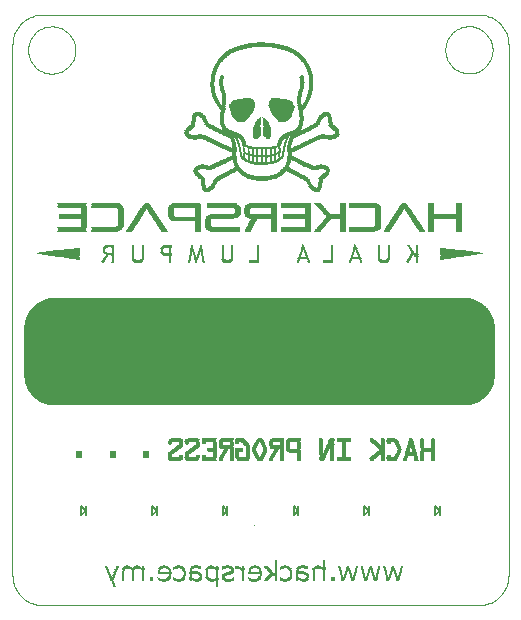
<source format=gbo>
G75*
G70*
%OFA0B0*%
%FSLAX24Y24*%
%IPPOS*%
%LPD*%
%AMOC8*
5,1,8,0,0,1.08239X$1,22.5*
%
%ADD10C,0.0000*%
%ADD11C,0.0004*%
%ADD12R,0.0090X0.0010*%
%ADD13R,0.0080X0.0010*%
%ADD14R,0.0100X0.0010*%
%ADD15R,0.0070X0.0010*%
%ADD16R,0.0060X0.0010*%
%ADD17R,0.0160X0.0010*%
%ADD18R,0.0150X0.0010*%
%ADD19R,0.0130X0.0010*%
%ADD20R,0.0170X0.0010*%
%ADD21R,0.0140X0.0010*%
%ADD22R,0.0250X0.0010*%
%ADD23R,0.0230X0.0010*%
%ADD24R,0.0190X0.0010*%
%ADD25R,0.0200X0.0010*%
%ADD26R,0.0240X0.0010*%
%ADD27R,0.0120X0.0010*%
%ADD28R,0.0110X0.0010*%
%ADD29R,0.0290X0.0010*%
%ADD30R,0.0260X0.0010*%
%ADD31R,0.0280X0.0010*%
%ADD32R,0.0340X0.0010*%
%ADD33R,0.0320X0.0010*%
%ADD34R,0.0330X0.0010*%
%ADD35R,0.0360X0.0010*%
%ADD36R,0.0350X0.0010*%
%ADD37R,0.0380X0.0010*%
%ADD38R,0.0390X0.0010*%
%ADD39R,0.0400X0.0010*%
%ADD40R,0.0370X0.0010*%
%ADD41R,0.0180X0.0010*%
%ADD42R,0.0050X0.0010*%
%ADD43R,0.0040X0.0010*%
%ADD44R,0.0030X0.0010*%
%ADD45R,0.0020X0.0010*%
%ADD46R,0.0010X0.0010*%
%ADD47R,0.0450X0.0010*%
%ADD48R,0.0460X0.0010*%
%ADD49R,0.0220X0.0010*%
%ADD50R,0.0270X0.0010*%
%ADD51R,0.0440X0.0010*%
%ADD52R,0.0210X0.0010*%
%ADD53R,0.0310X0.0010*%
%ADD54R,0.0710X0.0010*%
%ADD55R,0.0300X0.0010*%
%ADD56R,0.0470X0.0010*%
%ADD57R,0.0480X0.0010*%
%ADD58R,0.0410X0.0010*%
%ADD59R,0.0490X0.0010*%
%ADD60R,0.0430X0.0010*%
%ADD61R,0.0500X0.0010*%
%ADD62R,0.0420X0.0010*%
%ADD63R,0.0530X0.0010*%
%ADD64R,0.0520X0.0010*%
%ADD65R,0.0630X0.0010*%
%ADD66R,0.0620X0.0010*%
%ADD67R,0.0670X0.0010*%
%ADD68R,0.0660X0.0010*%
%ADD69R,0.0760X0.0010*%
%ADD70R,0.0810X0.0010*%
%ADD71R,0.0800X0.0010*%
%ADD72R,0.0910X0.0010*%
%ADD73R,0.0890X0.0010*%
%ADD74R,0.0950X0.0010*%
%ADD75R,0.0940X0.0010*%
%ADD76R,0.1050X0.0010*%
%ADD77R,0.1030X0.0010*%
%ADD78R,0.1100X0.0010*%
%ADD79R,0.1080X0.0010*%
%ADD80R,0.1140X0.0010*%
%ADD81R,0.1130X0.0010*%
%ADD82R,0.1240X0.0010*%
%ADD83R,0.1220X0.0010*%
%ADD84R,0.1280X0.0010*%
%ADD85R,0.1260X0.0010*%
%ADD86R,0.1380X0.0010*%
%ADD87R,0.1370X0.0010*%
%ADD88R,0.1430X0.0010*%
%ADD89R,0.1410X0.0010*%
%ADD90R,0.1390X0.0010*%
%ADD91R,0.1350X0.0010*%
%ADD92R,0.1330X0.0010*%
%ADD93R,0.1200X0.0010*%
%ADD94R,0.1190X0.0010*%
%ADD95R,0.1090X0.0010*%
%ADD96R,0.0930X0.0010*%
%ADD97R,0.0870X0.0010*%
%ADD98R,0.0860X0.0010*%
%ADD99R,0.0740X0.0010*%
%ADD100R,0.0690X0.0010*%
%ADD101R,0.0680X0.0010*%
%ADD102R,0.0570X0.0010*%
%ADD103R,0.0560X0.0010*%
%ADD104R,0.0510X0.0010*%
%ADD105R,0.0960X0.0010*%
%ADD106R,0.0770X0.0010*%
%ADD107R,0.0970X0.0010*%
%ADD108R,0.0980X0.0010*%
%ADD109R,0.0880X0.0010*%
%ADD110R,0.0900X0.0010*%
%ADD111R,0.1000X0.0010*%
%ADD112R,0.1040X0.0010*%
%ADD113R,0.0990X0.0010*%
%ADD114R,0.1110X0.0010*%
%ADD115R,0.1010X0.0010*%
%ADD116R,0.1020X0.0010*%
%ADD117R,0.1120X0.0010*%
%ADD118R,0.0830X0.0010*%
%ADD119R,0.0920X0.0010*%
%ADD120R,0.1060X0.0010*%
%ADD121R,0.0650X0.0010*%
%ADD122R,0.0640X0.0010*%
%ADD123R,0.1070X0.0010*%
%ADD124R,0.0820X0.0010*%
%ADD125R,0.0850X0.0010*%
%ADD126R,0.0540X0.0010*%
%ADD127R,0.0700X0.0010*%
%ADD128R,0.0840X0.0010*%
%ADD129R,0.1150X0.0010*%
%ADD130R,0.1170X0.0010*%
%ADD131R,0.0720X0.0010*%
%ADD132R,0.0750X0.0010*%
%ADD133R,0.0730X0.0010*%
%ADD134R,0.0590X0.0010*%
%ADD135R,0.0580X0.0010*%
%ADD136R,0.0600X0.0010*%
%ADD137R,0.0610X0.0010*%
%ADD138R,0.0550X0.0010*%
%ADD139R,0.0780X0.0010*%
%ADD140R,0.0790X0.0010*%
%ADD141R,0.1580X0.0010*%
%ADD142R,0.1490X0.0010*%
%ADD143R,0.1440X0.0010*%
%ADD144R,0.1300X0.0010*%
%ADD145R,0.1230X0.0010*%
%ADD146C,0.0050*%
D10*
X002243Y020379D02*
X002245Y020435D01*
X002251Y020490D01*
X002261Y020544D01*
X002274Y020598D01*
X002292Y020651D01*
X002313Y020702D01*
X002337Y020752D01*
X002365Y020800D01*
X002397Y020846D01*
X002431Y020890D01*
X002469Y020931D01*
X002509Y020969D01*
X002552Y021004D01*
X002597Y021036D01*
X002645Y021065D01*
X002694Y021091D01*
X002745Y021113D01*
X002797Y021131D01*
X002851Y021145D01*
X002906Y021156D01*
X002961Y021163D01*
X003016Y021166D01*
X003072Y021165D01*
X003127Y021160D01*
X003182Y021151D01*
X003236Y021139D01*
X003289Y021122D01*
X003341Y021102D01*
X003391Y021078D01*
X003439Y021051D01*
X003486Y021021D01*
X003530Y020987D01*
X003572Y020950D01*
X003610Y020910D01*
X003647Y020868D01*
X003680Y020823D01*
X003709Y020777D01*
X003736Y020728D01*
X003758Y020677D01*
X003778Y020625D01*
X003793Y020571D01*
X003805Y020517D01*
X003813Y020462D01*
X003817Y020407D01*
X003817Y020351D01*
X003813Y020296D01*
X003805Y020241D01*
X003793Y020187D01*
X003778Y020133D01*
X003758Y020081D01*
X003736Y020030D01*
X003709Y019981D01*
X003680Y019935D01*
X003647Y019890D01*
X003610Y019848D01*
X003572Y019808D01*
X003530Y019771D01*
X003486Y019737D01*
X003439Y019707D01*
X003391Y019680D01*
X003341Y019656D01*
X003289Y019636D01*
X003236Y019619D01*
X003182Y019607D01*
X003127Y019598D01*
X003072Y019593D01*
X003016Y019592D01*
X002961Y019595D01*
X002906Y019602D01*
X002851Y019613D01*
X002797Y019627D01*
X002745Y019645D01*
X002694Y019667D01*
X002645Y019693D01*
X002597Y019722D01*
X002552Y019754D01*
X002509Y019789D01*
X002469Y019827D01*
X002431Y019868D01*
X002397Y019912D01*
X002365Y019958D01*
X002337Y020006D01*
X002313Y020056D01*
X002292Y020107D01*
X002274Y020160D01*
X002261Y020214D01*
X002251Y020268D01*
X002245Y020323D01*
X002243Y020379D01*
X016153Y020385D02*
X016155Y020441D01*
X016161Y020496D01*
X016171Y020550D01*
X016184Y020604D01*
X016202Y020657D01*
X016223Y020708D01*
X016247Y020758D01*
X016275Y020806D01*
X016307Y020852D01*
X016341Y020896D01*
X016379Y020937D01*
X016419Y020975D01*
X016462Y021010D01*
X016507Y021042D01*
X016555Y021071D01*
X016604Y021097D01*
X016655Y021119D01*
X016707Y021137D01*
X016761Y021151D01*
X016816Y021162D01*
X016871Y021169D01*
X016926Y021172D01*
X016982Y021171D01*
X017037Y021166D01*
X017092Y021157D01*
X017146Y021145D01*
X017199Y021128D01*
X017251Y021108D01*
X017301Y021084D01*
X017349Y021057D01*
X017396Y021027D01*
X017440Y020993D01*
X017482Y020956D01*
X017520Y020916D01*
X017557Y020874D01*
X017590Y020829D01*
X017619Y020783D01*
X017646Y020734D01*
X017668Y020683D01*
X017688Y020631D01*
X017703Y020577D01*
X017715Y020523D01*
X017723Y020468D01*
X017727Y020413D01*
X017727Y020357D01*
X017723Y020302D01*
X017715Y020247D01*
X017703Y020193D01*
X017688Y020139D01*
X017668Y020087D01*
X017646Y020036D01*
X017619Y019987D01*
X017590Y019941D01*
X017557Y019896D01*
X017520Y019854D01*
X017482Y019814D01*
X017440Y019777D01*
X017396Y019743D01*
X017349Y019713D01*
X017301Y019686D01*
X017251Y019662D01*
X017199Y019642D01*
X017146Y019625D01*
X017092Y019613D01*
X017037Y019604D01*
X016982Y019599D01*
X016926Y019598D01*
X016871Y019601D01*
X016816Y019608D01*
X016761Y019619D01*
X016707Y019633D01*
X016655Y019651D01*
X016604Y019673D01*
X016555Y019699D01*
X016507Y019728D01*
X016462Y019760D01*
X016419Y019795D01*
X016379Y019833D01*
X016341Y019874D01*
X016307Y019918D01*
X016275Y019964D01*
X016247Y020012D01*
X016223Y020062D01*
X016202Y020113D01*
X016184Y020166D01*
X016171Y020220D01*
X016161Y020274D01*
X016155Y020329D01*
X016153Y020385D01*
D11*
X009597Y001875D02*
X002723Y001875D01*
X002663Y001877D01*
X002602Y001882D01*
X002543Y001891D01*
X002484Y001904D01*
X002425Y001920D01*
X002368Y001940D01*
X002313Y001963D01*
X002258Y001990D01*
X002206Y002019D01*
X002155Y002052D01*
X002106Y002088D01*
X002060Y002126D01*
X002016Y002168D01*
X001974Y002212D01*
X001936Y002258D01*
X001900Y002307D01*
X001867Y002358D01*
X001838Y002410D01*
X001811Y002465D01*
X001788Y002520D01*
X001768Y002577D01*
X001752Y002636D01*
X001739Y002695D01*
X001730Y002754D01*
X001725Y002815D01*
X001723Y002875D01*
X001723Y010930D01*
X001723Y020560D01*
X001725Y020620D01*
X001730Y020681D01*
X001739Y020740D01*
X001752Y020799D01*
X001768Y020858D01*
X001788Y020915D01*
X001811Y020970D01*
X001838Y021025D01*
X001867Y021077D01*
X001900Y021128D01*
X001936Y021177D01*
X001974Y021223D01*
X002016Y021267D01*
X002060Y021309D01*
X002106Y021347D01*
X002155Y021383D01*
X002206Y021416D01*
X002258Y021445D01*
X002313Y021472D01*
X002368Y021495D01*
X002425Y021515D01*
X002484Y021531D01*
X002543Y021544D01*
X002602Y021553D01*
X002663Y021558D01*
X002723Y021560D01*
X010385Y021560D01*
X017259Y021560D01*
X017319Y021558D01*
X017380Y021553D01*
X017439Y021544D01*
X017498Y021531D01*
X017557Y021515D01*
X017614Y021495D01*
X017669Y021472D01*
X017724Y021445D01*
X017776Y021416D01*
X017827Y021383D01*
X017876Y021347D01*
X017922Y021309D01*
X017966Y021267D01*
X018008Y021223D01*
X018046Y021177D01*
X018082Y021128D01*
X018115Y021077D01*
X018144Y021025D01*
X018171Y020970D01*
X018194Y020915D01*
X018214Y020858D01*
X018230Y020799D01*
X018243Y020740D01*
X018252Y020681D01*
X018257Y020620D01*
X018259Y020560D01*
X018259Y010142D01*
X018259Y002875D01*
X018257Y002815D01*
X018252Y002754D01*
X018243Y002695D01*
X018230Y002636D01*
X018214Y002577D01*
X018194Y002520D01*
X018171Y002465D01*
X018144Y002410D01*
X018115Y002358D01*
X018082Y002307D01*
X018046Y002258D01*
X018008Y002212D01*
X017966Y002168D01*
X017922Y002126D01*
X017876Y002088D01*
X017827Y002052D01*
X017776Y002019D01*
X017724Y001990D01*
X017669Y001963D01*
X017614Y001940D01*
X017557Y001920D01*
X017498Y001904D01*
X017439Y001891D01*
X017380Y001882D01*
X017319Y001877D01*
X017259Y001875D01*
X009597Y001875D01*
X003117Y008568D02*
X002975Y008578D01*
X002835Y008608D01*
X002702Y008658D01*
X002577Y008726D01*
X002462Y008812D01*
X017422Y008812D01*
X017307Y008726D01*
X017182Y008658D01*
X017049Y008608D01*
X016909Y008578D01*
X016767Y008568D01*
X003117Y008568D01*
X003097Y008569D02*
X016787Y008569D01*
X016822Y008571D02*
X003062Y008571D01*
X003028Y008574D02*
X016856Y008574D01*
X016891Y008576D02*
X002993Y008576D01*
X002969Y008579D02*
X016915Y008579D01*
X016926Y008581D02*
X002958Y008581D01*
X002947Y008584D02*
X016937Y008584D01*
X016949Y008586D02*
X002935Y008586D01*
X002924Y008589D02*
X016960Y008589D01*
X016972Y008591D02*
X002912Y008591D01*
X002901Y008594D02*
X016983Y008594D01*
X016994Y008596D02*
X002890Y008596D01*
X002878Y008599D02*
X017006Y008599D01*
X017017Y008601D02*
X002867Y008601D01*
X002855Y008604D02*
X017029Y008604D01*
X017040Y008606D02*
X002844Y008606D01*
X002834Y008609D02*
X017050Y008609D01*
X017057Y008611D02*
X002827Y008611D01*
X002820Y008614D02*
X017064Y008614D01*
X017070Y008616D02*
X002814Y008616D01*
X002807Y008619D02*
X017077Y008619D01*
X017083Y008621D02*
X002801Y008621D01*
X002794Y008624D02*
X017090Y008624D01*
X017097Y008626D02*
X002787Y008626D01*
X002781Y008629D02*
X017103Y008629D01*
X017110Y008631D02*
X002774Y008631D01*
X002767Y008634D02*
X017117Y008634D01*
X017123Y008636D02*
X002761Y008636D01*
X002754Y008638D02*
X017130Y008638D01*
X017137Y008641D02*
X002747Y008641D01*
X002741Y008643D02*
X017143Y008643D01*
X017150Y008646D02*
X002734Y008646D01*
X002727Y008648D02*
X017157Y008648D01*
X017163Y008651D02*
X002721Y008651D01*
X002714Y008653D02*
X017170Y008653D01*
X017177Y008656D02*
X002707Y008656D01*
X002701Y008658D02*
X017183Y008658D01*
X017187Y008661D02*
X002696Y008661D01*
X002692Y008663D02*
X017192Y008663D01*
X017197Y008666D02*
X002687Y008666D01*
X002683Y008668D02*
X017201Y008668D01*
X017206Y008671D02*
X002678Y008671D01*
X002674Y008673D02*
X017210Y008673D01*
X017215Y008676D02*
X002669Y008676D01*
X002665Y008678D02*
X017219Y008678D01*
X017224Y008681D02*
X002660Y008681D01*
X002656Y008683D02*
X017228Y008683D01*
X017233Y008686D02*
X002651Y008686D01*
X002647Y008688D02*
X017237Y008688D01*
X017242Y008691D02*
X002642Y008691D01*
X002637Y008693D02*
X017247Y008693D01*
X017251Y008696D02*
X002633Y008696D01*
X002628Y008698D02*
X017256Y008698D01*
X017260Y008700D02*
X002624Y008700D01*
X002619Y008703D02*
X017265Y008703D01*
X017269Y008705D02*
X002615Y008705D01*
X002610Y008708D02*
X017274Y008708D01*
X017278Y008710D02*
X002606Y008710D01*
X002601Y008713D02*
X017283Y008713D01*
X017287Y008715D02*
X002597Y008715D01*
X002592Y008718D02*
X017292Y008718D01*
X017296Y008720D02*
X002588Y008720D01*
X002583Y008723D02*
X017301Y008723D01*
X017306Y008725D02*
X002578Y008725D01*
X002575Y008728D02*
X017309Y008728D01*
X017313Y008730D02*
X002571Y008730D01*
X002568Y008733D02*
X017316Y008733D01*
X017319Y008735D02*
X002565Y008735D01*
X002561Y008738D02*
X017323Y008738D01*
X017326Y008740D02*
X002558Y008740D01*
X002555Y008743D02*
X017329Y008743D01*
X017333Y008745D02*
X002551Y008745D01*
X002548Y008748D02*
X017336Y008748D01*
X017339Y008750D02*
X002545Y008750D01*
X002541Y008753D02*
X017342Y008753D01*
X017346Y008755D02*
X002538Y008755D01*
X002535Y008758D02*
X017349Y008758D01*
X017352Y008760D02*
X002532Y008760D01*
X002528Y008762D02*
X017356Y008762D01*
X017359Y008765D02*
X002525Y008765D01*
X002522Y008767D02*
X017362Y008767D01*
X017366Y008770D02*
X002518Y008770D01*
X002515Y008772D02*
X017369Y008772D01*
X017372Y008775D02*
X002512Y008775D01*
X002508Y008777D02*
X017376Y008777D01*
X017379Y008780D02*
X002505Y008780D01*
X002502Y008782D02*
X017382Y008782D01*
X017386Y008785D02*
X002498Y008785D01*
X002495Y008787D02*
X017389Y008787D01*
X017392Y008790D02*
X002492Y008790D01*
X002488Y008792D02*
X017396Y008792D01*
X017399Y008795D02*
X002485Y008795D01*
X002482Y008797D02*
X017402Y008797D01*
X017405Y008800D02*
X002479Y008800D01*
X002475Y008802D02*
X017409Y008802D01*
X017412Y008805D02*
X002472Y008805D01*
X002469Y008807D02*
X017415Y008807D01*
X017419Y008810D02*
X002465Y008810D01*
X002462Y008812D02*
X002361Y008913D01*
X002276Y009027D01*
X002208Y009152D01*
X017676Y009152D01*
X017608Y009027D01*
X017523Y008913D01*
X017422Y008812D01*
X017424Y008815D02*
X002460Y008815D01*
X002457Y008817D02*
X017427Y008817D01*
X017429Y008820D02*
X002455Y008820D01*
X002452Y008822D02*
X017432Y008822D01*
X017434Y008824D02*
X002450Y008824D01*
X002447Y008827D02*
X017437Y008827D01*
X017439Y008829D02*
X002445Y008829D01*
X002442Y008832D02*
X017442Y008832D01*
X017444Y008834D02*
X002440Y008834D01*
X002437Y008837D02*
X017447Y008837D01*
X017449Y008839D02*
X002435Y008839D01*
X002432Y008842D02*
X017452Y008842D01*
X017454Y008844D02*
X002430Y008844D01*
X002427Y008847D02*
X017457Y008847D01*
X017459Y008849D02*
X002425Y008849D01*
X002422Y008852D02*
X017462Y008852D01*
X017464Y008854D02*
X002420Y008854D01*
X002417Y008857D02*
X017467Y008857D01*
X017469Y008859D02*
X002415Y008859D01*
X002412Y008862D02*
X017471Y008862D01*
X017474Y008864D02*
X002410Y008864D01*
X002407Y008867D02*
X017476Y008867D01*
X017479Y008869D02*
X002405Y008869D01*
X002403Y008872D02*
X017481Y008872D01*
X017484Y008874D02*
X002400Y008874D01*
X002398Y008877D02*
X017486Y008877D01*
X017489Y008879D02*
X002395Y008879D01*
X002393Y008882D02*
X017491Y008882D01*
X017494Y008884D02*
X002390Y008884D01*
X002388Y008886D02*
X017496Y008886D01*
X017499Y008889D02*
X002385Y008889D01*
X002383Y008891D02*
X017501Y008891D01*
X017504Y008894D02*
X002380Y008894D01*
X002378Y008896D02*
X017506Y008896D01*
X017509Y008899D02*
X002375Y008899D01*
X002373Y008901D02*
X017511Y008901D01*
X017514Y008904D02*
X002370Y008904D01*
X002368Y008906D02*
X017516Y008906D01*
X017519Y008909D02*
X002365Y008909D01*
X002363Y008911D02*
X017521Y008911D01*
X017523Y008914D02*
X002361Y008914D01*
X002359Y008916D02*
X017525Y008916D01*
X017527Y008919D02*
X002357Y008919D01*
X002355Y008921D02*
X017529Y008921D01*
X017531Y008924D02*
X002353Y008924D01*
X002351Y008926D02*
X017533Y008926D01*
X017534Y008929D02*
X002349Y008929D01*
X002348Y008931D02*
X017536Y008931D01*
X017538Y008934D02*
X002346Y008934D01*
X002344Y008936D02*
X017540Y008936D01*
X017542Y008939D02*
X002342Y008939D01*
X002340Y008941D02*
X017544Y008941D01*
X017546Y008944D02*
X002338Y008944D01*
X002336Y008946D02*
X017547Y008946D01*
X017549Y008949D02*
X002335Y008949D01*
X002333Y008951D02*
X017551Y008951D01*
X017553Y008953D02*
X002331Y008953D01*
X002329Y008956D02*
X017555Y008956D01*
X017557Y008958D02*
X002327Y008958D01*
X002325Y008961D02*
X017559Y008961D01*
X017560Y008963D02*
X002324Y008963D01*
X002322Y008966D02*
X017562Y008966D01*
X017564Y008968D02*
X002320Y008968D01*
X002318Y008971D02*
X017566Y008971D01*
X017568Y008973D02*
X002316Y008973D01*
X002314Y008976D02*
X017570Y008976D01*
X017572Y008978D02*
X002312Y008978D01*
X002311Y008981D02*
X017573Y008981D01*
X017575Y008983D02*
X002309Y008983D01*
X002307Y008986D02*
X017577Y008986D01*
X017579Y008988D02*
X002305Y008988D01*
X002303Y008991D02*
X017581Y008991D01*
X017583Y008993D02*
X002301Y008993D01*
X002299Y008996D02*
X017585Y008996D01*
X017586Y008998D02*
X002298Y008998D01*
X002296Y009001D02*
X017588Y009001D01*
X017590Y009003D02*
X002294Y009003D01*
X002292Y009006D02*
X017592Y009006D01*
X017594Y009008D02*
X002290Y009008D01*
X002288Y009011D02*
X017596Y009011D01*
X017598Y009013D02*
X002286Y009013D01*
X002284Y009015D02*
X017599Y009015D01*
X017601Y009018D02*
X002283Y009018D01*
X002281Y009020D02*
X017603Y009020D01*
X017605Y009023D02*
X002279Y009023D01*
X002277Y009025D02*
X017607Y009025D01*
X017609Y009028D02*
X002275Y009028D01*
X002274Y009030D02*
X017610Y009030D01*
X017611Y009033D02*
X002273Y009033D01*
X002271Y009035D02*
X017613Y009035D01*
X017614Y009038D02*
X002270Y009038D01*
X002269Y009040D02*
X017615Y009040D01*
X017617Y009043D02*
X002267Y009043D01*
X002266Y009045D02*
X017618Y009045D01*
X017619Y009048D02*
X002265Y009048D01*
X002263Y009050D02*
X017621Y009050D01*
X017622Y009053D02*
X002262Y009053D01*
X002261Y009055D02*
X017623Y009055D01*
X017625Y009058D02*
X002259Y009058D01*
X002258Y009060D02*
X017626Y009060D01*
X017628Y009063D02*
X002256Y009063D01*
X002255Y009065D02*
X017629Y009065D01*
X017630Y009068D02*
X002254Y009068D01*
X002252Y009070D02*
X017632Y009070D01*
X017633Y009073D02*
X002251Y009073D01*
X002250Y009075D02*
X017634Y009075D01*
X017636Y009077D02*
X002248Y009077D01*
X002247Y009080D02*
X017637Y009080D01*
X017638Y009082D02*
X002246Y009082D01*
X002244Y009085D02*
X017640Y009085D01*
X017641Y009087D02*
X002243Y009087D01*
X002242Y009090D02*
X017642Y009090D01*
X017644Y009092D02*
X002240Y009092D01*
X002239Y009095D02*
X017645Y009095D01*
X017646Y009097D02*
X002237Y009097D01*
X002236Y009100D02*
X017648Y009100D01*
X017649Y009102D02*
X002235Y009102D01*
X002233Y009105D02*
X017651Y009105D01*
X017652Y009107D02*
X002232Y009107D01*
X002231Y009110D02*
X017653Y009110D01*
X017655Y009112D02*
X002229Y009112D01*
X002228Y009115D02*
X017656Y009115D01*
X017657Y009117D02*
X002227Y009117D01*
X002225Y009120D02*
X017659Y009120D01*
X017660Y009122D02*
X002224Y009122D01*
X002223Y009125D02*
X017661Y009125D01*
X017663Y009127D02*
X002221Y009127D01*
X002220Y009130D02*
X017664Y009130D01*
X017665Y009132D02*
X002219Y009132D01*
X002217Y009135D02*
X017667Y009135D01*
X017668Y009137D02*
X002216Y009137D01*
X002214Y009139D02*
X017670Y009139D01*
X017671Y009142D02*
X002213Y009142D01*
X002212Y009144D02*
X017672Y009144D01*
X017674Y009147D02*
X002210Y009147D01*
X002209Y009149D02*
X017675Y009149D01*
X017676Y009152D02*
X017726Y009286D01*
X002158Y009286D01*
X002127Y009425D01*
X002117Y009568D01*
X002117Y011111D01*
X002127Y011253D01*
X017757Y011253D01*
X017767Y011111D01*
X017767Y009568D01*
X017757Y009425D01*
X017726Y009286D01*
X017727Y009288D02*
X002157Y009288D01*
X002158Y009286D02*
X002208Y009152D01*
X002207Y009154D02*
X017677Y009154D01*
X017678Y009157D02*
X002206Y009157D01*
X002205Y009159D02*
X017679Y009159D01*
X017680Y009162D02*
X002204Y009162D01*
X002203Y009164D02*
X017681Y009164D01*
X017682Y009167D02*
X002202Y009167D01*
X002201Y009169D02*
X017683Y009169D01*
X017684Y009172D02*
X002200Y009172D01*
X002199Y009174D02*
X017685Y009174D01*
X017686Y009177D02*
X002198Y009177D01*
X002197Y009179D02*
X017687Y009179D01*
X017687Y009182D02*
X002197Y009182D01*
X002196Y009184D02*
X017688Y009184D01*
X017689Y009187D02*
X002195Y009187D01*
X002194Y009189D02*
X017690Y009189D01*
X017691Y009192D02*
X002193Y009192D01*
X002192Y009194D02*
X017692Y009194D01*
X017693Y009197D02*
X002191Y009197D01*
X002190Y009199D02*
X017694Y009199D01*
X017695Y009201D02*
X002189Y009201D01*
X002188Y009204D02*
X017696Y009204D01*
X017697Y009206D02*
X002187Y009206D01*
X002186Y009209D02*
X017698Y009209D01*
X017699Y009211D02*
X002185Y009211D01*
X002185Y009214D02*
X017699Y009214D01*
X017700Y009216D02*
X002184Y009216D01*
X002183Y009219D02*
X017701Y009219D01*
X017702Y009221D02*
X002182Y009221D01*
X002181Y009224D02*
X017703Y009224D01*
X017704Y009226D02*
X002180Y009226D01*
X002179Y009229D02*
X017705Y009229D01*
X017706Y009231D02*
X002178Y009231D01*
X002177Y009234D02*
X017707Y009234D01*
X017708Y009236D02*
X002176Y009236D01*
X002175Y009239D02*
X017709Y009239D01*
X017710Y009241D02*
X002174Y009241D01*
X002173Y009244D02*
X017711Y009244D01*
X017711Y009246D02*
X002172Y009246D01*
X002172Y009249D02*
X017712Y009249D01*
X017713Y009251D02*
X002171Y009251D01*
X002170Y009254D02*
X017714Y009254D01*
X017715Y009256D02*
X002169Y009256D01*
X002168Y009259D02*
X017716Y009259D01*
X017717Y009261D02*
X002167Y009261D01*
X002166Y009264D02*
X017718Y009264D01*
X017719Y009266D02*
X002165Y009266D01*
X002164Y009268D02*
X017720Y009268D01*
X017721Y009271D02*
X002163Y009271D01*
X002162Y009273D02*
X017722Y009273D01*
X017723Y009276D02*
X002161Y009276D01*
X002160Y009278D02*
X017724Y009278D01*
X017724Y009281D02*
X002160Y009281D01*
X002159Y009283D02*
X017725Y009283D01*
X017727Y009291D02*
X002157Y009291D01*
X002156Y009293D02*
X017728Y009293D01*
X017728Y009296D02*
X002156Y009296D01*
X002155Y009298D02*
X017729Y009298D01*
X017730Y009301D02*
X002154Y009301D01*
X002154Y009303D02*
X017730Y009303D01*
X017731Y009306D02*
X002153Y009306D01*
X002153Y009308D02*
X017731Y009308D01*
X017732Y009311D02*
X002152Y009311D01*
X002152Y009313D02*
X017732Y009313D01*
X017733Y009316D02*
X002151Y009316D01*
X002151Y009318D02*
X017733Y009318D01*
X017734Y009321D02*
X002150Y009321D01*
X002150Y009323D02*
X017734Y009323D01*
X017735Y009326D02*
X002149Y009326D01*
X002149Y009328D02*
X017735Y009328D01*
X017736Y009330D02*
X002148Y009330D01*
X002147Y009333D02*
X017737Y009333D01*
X017737Y009335D02*
X002147Y009335D01*
X002146Y009338D02*
X017738Y009338D01*
X017738Y009340D02*
X002146Y009340D01*
X002145Y009343D02*
X017739Y009343D01*
X017739Y009345D02*
X002145Y009345D01*
X002144Y009348D02*
X017740Y009348D01*
X017740Y009350D02*
X002144Y009350D01*
X002143Y009353D02*
X017741Y009353D01*
X017741Y009355D02*
X002143Y009355D01*
X002142Y009358D02*
X017742Y009358D01*
X017742Y009360D02*
X002142Y009360D01*
X002141Y009363D02*
X017743Y009363D01*
X017744Y009365D02*
X002140Y009365D01*
X002140Y009368D02*
X017744Y009368D01*
X017745Y009370D02*
X002139Y009370D01*
X002139Y009373D02*
X017745Y009373D01*
X017746Y009375D02*
X002138Y009375D01*
X002138Y009378D02*
X017746Y009378D01*
X017747Y009380D02*
X002137Y009380D01*
X002137Y009383D02*
X017747Y009383D01*
X017748Y009385D02*
X002136Y009385D01*
X002136Y009388D02*
X017748Y009388D01*
X017749Y009390D02*
X002135Y009390D01*
X002134Y009392D02*
X017749Y009392D01*
X017750Y009395D02*
X002134Y009395D01*
X002133Y009397D02*
X017751Y009397D01*
X017751Y009400D02*
X002133Y009400D01*
X002132Y009402D02*
X017752Y009402D01*
X017752Y009405D02*
X002132Y009405D01*
X002131Y009407D02*
X017753Y009407D01*
X017753Y009410D02*
X002131Y009410D01*
X002130Y009412D02*
X017754Y009412D01*
X017754Y009415D02*
X002130Y009415D01*
X002129Y009417D02*
X017755Y009417D01*
X017755Y009420D02*
X002129Y009420D01*
X002128Y009422D02*
X017756Y009422D01*
X017756Y009425D02*
X002127Y009425D01*
X002127Y009427D02*
X017757Y009427D01*
X017757Y009430D02*
X002127Y009430D01*
X002127Y009432D02*
X017757Y009432D01*
X017757Y009435D02*
X002127Y009435D01*
X002127Y009437D02*
X017757Y009437D01*
X017758Y009440D02*
X002126Y009440D01*
X002126Y009442D02*
X017758Y009442D01*
X017758Y009445D02*
X002126Y009445D01*
X002126Y009447D02*
X017758Y009447D01*
X017758Y009450D02*
X002126Y009450D01*
X002125Y009452D02*
X017759Y009452D01*
X017759Y009454D02*
X002125Y009454D01*
X002125Y009457D02*
X017759Y009457D01*
X017759Y009459D02*
X002125Y009459D01*
X002125Y009462D02*
X017759Y009462D01*
X017759Y009464D02*
X002125Y009464D01*
X002124Y009467D02*
X017760Y009467D01*
X017760Y009469D02*
X002124Y009469D01*
X002124Y009472D02*
X017760Y009472D01*
X017760Y009474D02*
X002124Y009474D01*
X002124Y009477D02*
X017760Y009477D01*
X017760Y009479D02*
X002124Y009479D01*
X002123Y009482D02*
X017761Y009482D01*
X017761Y009484D02*
X002123Y009484D01*
X002123Y009487D02*
X017761Y009487D01*
X017761Y009489D02*
X002123Y009489D01*
X002123Y009492D02*
X017761Y009492D01*
X017762Y009494D02*
X002122Y009494D01*
X002122Y009497D02*
X017762Y009497D01*
X017762Y009499D02*
X002122Y009499D01*
X002122Y009502D02*
X017762Y009502D01*
X017762Y009504D02*
X002122Y009504D01*
X002122Y009507D02*
X017762Y009507D01*
X017763Y009509D02*
X002121Y009509D01*
X002121Y009512D02*
X017763Y009512D01*
X017763Y009514D02*
X002121Y009514D01*
X002121Y009516D02*
X017763Y009516D01*
X017763Y009519D02*
X002121Y009519D01*
X002120Y009521D02*
X017764Y009521D01*
X017764Y009524D02*
X002120Y009524D01*
X002120Y009526D02*
X017764Y009526D01*
X017764Y009529D02*
X002120Y009529D01*
X002120Y009531D02*
X017764Y009531D01*
X017764Y009534D02*
X002120Y009534D01*
X002119Y009536D02*
X017765Y009536D01*
X017765Y009539D02*
X002119Y009539D01*
X002119Y009541D02*
X017765Y009541D01*
X017765Y009544D02*
X002119Y009544D01*
X002119Y009546D02*
X017765Y009546D01*
X017765Y009549D02*
X002119Y009549D01*
X002118Y009551D02*
X017766Y009551D01*
X017766Y009554D02*
X002118Y009554D01*
X002118Y009556D02*
X017766Y009556D01*
X017766Y009559D02*
X002118Y009559D01*
X002118Y009561D02*
X017766Y009561D01*
X017766Y009564D02*
X002117Y009564D01*
X002117Y009566D02*
X017767Y009566D01*
X017767Y009569D02*
X002117Y009569D01*
X002117Y009571D02*
X017767Y009571D01*
X017767Y009574D02*
X002117Y009574D01*
X002117Y009576D02*
X017767Y009576D01*
X017767Y009579D02*
X002117Y009579D01*
X002117Y009581D02*
X017767Y009581D01*
X017767Y009583D02*
X002117Y009583D01*
X002117Y009586D02*
X017767Y009586D01*
X017767Y009588D02*
X002117Y009588D01*
X002117Y009591D02*
X017767Y009591D01*
X017767Y009593D02*
X002117Y009593D01*
X002117Y009596D02*
X017767Y009596D01*
X017767Y009598D02*
X002117Y009598D01*
X002117Y009601D02*
X017767Y009601D01*
X017767Y009603D02*
X002117Y009603D01*
X002117Y009606D02*
X017767Y009606D01*
X017767Y009608D02*
X002117Y009608D01*
X002117Y009611D02*
X017767Y009611D01*
X017767Y009613D02*
X002117Y009613D01*
X002117Y009616D02*
X017767Y009616D01*
X017767Y009618D02*
X002117Y009618D01*
X002117Y009621D02*
X017767Y009621D01*
X017767Y009623D02*
X002117Y009623D01*
X002117Y009626D02*
X017767Y009626D01*
X017767Y009628D02*
X002117Y009628D01*
X002117Y009631D02*
X017767Y009631D01*
X017767Y009633D02*
X002117Y009633D01*
X002117Y009636D02*
X017767Y009636D01*
X017767Y009638D02*
X002117Y009638D01*
X002117Y009641D02*
X017767Y009641D01*
X017767Y009643D02*
X002117Y009643D01*
X002117Y009645D02*
X017767Y009645D01*
X017767Y009648D02*
X002117Y009648D01*
X002117Y009650D02*
X017767Y009650D01*
X017767Y009653D02*
X002117Y009653D01*
X002117Y009655D02*
X017767Y009655D01*
X017767Y009658D02*
X002117Y009658D01*
X002117Y009660D02*
X017767Y009660D01*
X017767Y009663D02*
X002117Y009663D01*
X002117Y009665D02*
X017767Y009665D01*
X017767Y009668D02*
X002117Y009668D01*
X002117Y009670D02*
X017767Y009670D01*
X017767Y009673D02*
X002117Y009673D01*
X002117Y009675D02*
X017767Y009675D01*
X017767Y009678D02*
X002117Y009678D01*
X002117Y009680D02*
X017767Y009680D01*
X017767Y009683D02*
X002117Y009683D01*
X002117Y009685D02*
X017767Y009685D01*
X017767Y009688D02*
X002117Y009688D01*
X002117Y009690D02*
X017767Y009690D01*
X017767Y009693D02*
X002117Y009693D01*
X002117Y009695D02*
X017767Y009695D01*
X017767Y009698D02*
X002117Y009698D01*
X002117Y009700D02*
X017767Y009700D01*
X017767Y009703D02*
X002117Y009703D01*
X002117Y009705D02*
X017767Y009705D01*
X017767Y009707D02*
X002117Y009707D01*
X002117Y009710D02*
X017767Y009710D01*
X017767Y009712D02*
X002117Y009712D01*
X002117Y009715D02*
X017767Y009715D01*
X017767Y009717D02*
X002117Y009717D01*
X002117Y009720D02*
X017767Y009720D01*
X017767Y009722D02*
X002117Y009722D01*
X002117Y009725D02*
X017767Y009725D01*
X017767Y009727D02*
X002117Y009727D01*
X002117Y009730D02*
X017767Y009730D01*
X017767Y009732D02*
X002117Y009732D01*
X002117Y009735D02*
X017767Y009735D01*
X017767Y009737D02*
X002117Y009737D01*
X002117Y009740D02*
X017767Y009740D01*
X017767Y009742D02*
X002117Y009742D01*
X002117Y009745D02*
X017767Y009745D01*
X017767Y009747D02*
X002117Y009747D01*
X002117Y009750D02*
X017767Y009750D01*
X017767Y009752D02*
X002117Y009752D01*
X002117Y009755D02*
X017767Y009755D01*
X017767Y009757D02*
X002117Y009757D01*
X002117Y009760D02*
X017767Y009760D01*
X017767Y009762D02*
X002117Y009762D01*
X002117Y009765D02*
X017767Y009765D01*
X017767Y009767D02*
X002117Y009767D01*
X002117Y009769D02*
X017767Y009769D01*
X017767Y009772D02*
X002117Y009772D01*
X002117Y009774D02*
X017767Y009774D01*
X017767Y009777D02*
X002117Y009777D01*
X002117Y009779D02*
X017767Y009779D01*
X017767Y009782D02*
X002117Y009782D01*
X002117Y009784D02*
X017767Y009784D01*
X017767Y009787D02*
X002117Y009787D01*
X002117Y009789D02*
X017767Y009789D01*
X017767Y009792D02*
X002117Y009792D01*
X002117Y009794D02*
X017767Y009794D01*
X017767Y009797D02*
X002117Y009797D01*
X002117Y009799D02*
X017767Y009799D01*
X017767Y009802D02*
X002117Y009802D01*
X002117Y009804D02*
X017767Y009804D01*
X017767Y009807D02*
X002117Y009807D01*
X002117Y009809D02*
X017767Y009809D01*
X017767Y009812D02*
X002117Y009812D01*
X002117Y009814D02*
X017767Y009814D01*
X017767Y009817D02*
X002117Y009817D01*
X002117Y009819D02*
X017767Y009819D01*
X017767Y009822D02*
X002117Y009822D01*
X002117Y009824D02*
X017767Y009824D01*
X017767Y009827D02*
X002117Y009827D01*
X002117Y009829D02*
X017767Y009829D01*
X017767Y009831D02*
X002117Y009831D01*
X002117Y009834D02*
X017767Y009834D01*
X017767Y009836D02*
X002117Y009836D01*
X002117Y009839D02*
X017767Y009839D01*
X017767Y009841D02*
X002117Y009841D01*
X002117Y009844D02*
X017767Y009844D01*
X017767Y009846D02*
X002117Y009846D01*
X002117Y009849D02*
X017767Y009849D01*
X017767Y009851D02*
X002117Y009851D01*
X002117Y009854D02*
X017767Y009854D01*
X017767Y009856D02*
X002117Y009856D01*
X002117Y009859D02*
X017767Y009859D01*
X017767Y009861D02*
X002117Y009861D01*
X002117Y009864D02*
X017767Y009864D01*
X017767Y009866D02*
X002117Y009866D01*
X002117Y009869D02*
X017767Y009869D01*
X017767Y009871D02*
X002117Y009871D01*
X002117Y009874D02*
X017767Y009874D01*
X017767Y009876D02*
X002117Y009876D01*
X002117Y009879D02*
X017767Y009879D01*
X017767Y009881D02*
X002117Y009881D01*
X002117Y009884D02*
X017767Y009884D01*
X017767Y009886D02*
X002117Y009886D01*
X002117Y009889D02*
X017767Y009889D01*
X017767Y009891D02*
X002117Y009891D01*
X002117Y009894D02*
X017767Y009894D01*
X017767Y009896D02*
X002117Y009896D01*
X002117Y009898D02*
X017767Y009898D01*
X017767Y009901D02*
X002117Y009901D01*
X002117Y009903D02*
X017767Y009903D01*
X017767Y009906D02*
X002117Y009906D01*
X002117Y009908D02*
X017767Y009908D01*
X017767Y009911D02*
X002117Y009911D01*
X002117Y009913D02*
X017767Y009913D01*
X017767Y009916D02*
X002117Y009916D01*
X002117Y009918D02*
X017767Y009918D01*
X017767Y009921D02*
X002117Y009921D01*
X002117Y009923D02*
X017767Y009923D01*
X017767Y009926D02*
X002117Y009926D01*
X002117Y009928D02*
X017767Y009928D01*
X017767Y009931D02*
X002117Y009931D01*
X002117Y009933D02*
X017767Y009933D01*
X017767Y009936D02*
X002117Y009936D01*
X002117Y009938D02*
X017767Y009938D01*
X017767Y009941D02*
X002117Y009941D01*
X002117Y009943D02*
X017767Y009943D01*
X017767Y009946D02*
X002117Y009946D01*
X002117Y009948D02*
X017767Y009948D01*
X017767Y009951D02*
X002117Y009951D01*
X002117Y009953D02*
X017767Y009953D01*
X017767Y009956D02*
X002117Y009956D01*
X002117Y009958D02*
X017767Y009958D01*
X017767Y009960D02*
X002117Y009960D01*
X002117Y009963D02*
X017767Y009963D01*
X017767Y009965D02*
X002117Y009965D01*
X002117Y009968D02*
X017767Y009968D01*
X017767Y009970D02*
X002117Y009970D01*
X002117Y009973D02*
X017767Y009973D01*
X017767Y009975D02*
X002117Y009975D01*
X002117Y009978D02*
X017767Y009978D01*
X017767Y009980D02*
X002117Y009980D01*
X002117Y009983D02*
X017767Y009983D01*
X017767Y009985D02*
X002117Y009985D01*
X002117Y009988D02*
X017767Y009988D01*
X017767Y009990D02*
X002117Y009990D01*
X002117Y009993D02*
X017767Y009993D01*
X017767Y009995D02*
X002117Y009995D01*
X002117Y009998D02*
X017767Y009998D01*
X017767Y010000D02*
X002117Y010000D01*
X002117Y010003D02*
X017767Y010003D01*
X017767Y010005D02*
X002117Y010005D01*
X002117Y010008D02*
X017767Y010008D01*
X017767Y010010D02*
X002117Y010010D01*
X002117Y010013D02*
X017767Y010013D01*
X017767Y010015D02*
X002117Y010015D01*
X002117Y010018D02*
X017767Y010018D01*
X017767Y010020D02*
X002117Y010020D01*
X002117Y010022D02*
X017767Y010022D01*
X017767Y010025D02*
X002117Y010025D01*
X002117Y010027D02*
X017767Y010027D01*
X017767Y010030D02*
X002117Y010030D01*
X002117Y010032D02*
X017767Y010032D01*
X017767Y010035D02*
X002117Y010035D01*
X002117Y010037D02*
X017767Y010037D01*
X017767Y010040D02*
X002117Y010040D01*
X002117Y010042D02*
X017767Y010042D01*
X017767Y010045D02*
X002117Y010045D01*
X002117Y010047D02*
X017767Y010047D01*
X017767Y010050D02*
X002117Y010050D01*
X002117Y010052D02*
X017767Y010052D01*
X017767Y010055D02*
X002117Y010055D01*
X002117Y010057D02*
X017767Y010057D01*
X017767Y010060D02*
X002117Y010060D01*
X002117Y010062D02*
X017767Y010062D01*
X017767Y010065D02*
X002117Y010065D01*
X002117Y010067D02*
X017767Y010067D01*
X017767Y010070D02*
X002117Y010070D01*
X002117Y010072D02*
X017767Y010072D01*
X017767Y010075D02*
X002117Y010075D01*
X002117Y010077D02*
X017767Y010077D01*
X017767Y010080D02*
X002117Y010080D01*
X002117Y010082D02*
X017767Y010082D01*
X017767Y010084D02*
X002117Y010084D01*
X002117Y010087D02*
X017767Y010087D01*
X017767Y010089D02*
X002117Y010089D01*
X002117Y010092D02*
X017767Y010092D01*
X017767Y010094D02*
X002117Y010094D01*
X002117Y010097D02*
X017767Y010097D01*
X017767Y010099D02*
X002117Y010099D01*
X002117Y010102D02*
X017767Y010102D01*
X017767Y010104D02*
X002117Y010104D01*
X002117Y010107D02*
X017767Y010107D01*
X017767Y010109D02*
X002117Y010109D01*
X002117Y010112D02*
X017767Y010112D01*
X017767Y010114D02*
X002117Y010114D01*
X002117Y010117D02*
X017767Y010117D01*
X017767Y010119D02*
X002117Y010119D01*
X002117Y010122D02*
X017767Y010122D01*
X017767Y010124D02*
X002117Y010124D01*
X002117Y010127D02*
X017767Y010127D01*
X017767Y010129D02*
X002117Y010129D01*
X002117Y010132D02*
X017767Y010132D01*
X017767Y010134D02*
X002117Y010134D01*
X002117Y010137D02*
X017767Y010137D01*
X017767Y010139D02*
X002117Y010139D01*
X002117Y010142D02*
X017767Y010142D01*
X017767Y010144D02*
X002117Y010144D01*
X002117Y010146D02*
X017767Y010146D01*
X017767Y010149D02*
X002117Y010149D01*
X002117Y010151D02*
X017767Y010151D01*
X017767Y010154D02*
X002117Y010154D01*
X002117Y010156D02*
X017767Y010156D01*
X017767Y010159D02*
X002117Y010159D01*
X002117Y010161D02*
X017767Y010161D01*
X017767Y010164D02*
X002117Y010164D01*
X002117Y010166D02*
X017767Y010166D01*
X017767Y010169D02*
X002117Y010169D01*
X002117Y010171D02*
X017767Y010171D01*
X017767Y010174D02*
X002117Y010174D01*
X002117Y010176D02*
X017767Y010176D01*
X017767Y010179D02*
X002117Y010179D01*
X002117Y010181D02*
X017767Y010181D01*
X017767Y010184D02*
X002117Y010184D01*
X002117Y010186D02*
X017767Y010186D01*
X017767Y010189D02*
X002117Y010189D01*
X002117Y010191D02*
X017767Y010191D01*
X017767Y010194D02*
X002117Y010194D01*
X002117Y010196D02*
X017767Y010196D01*
X017767Y010199D02*
X002117Y010199D01*
X002117Y010201D02*
X017767Y010201D01*
X017767Y010204D02*
X002117Y010204D01*
X002117Y010206D02*
X017767Y010206D01*
X017767Y010209D02*
X002117Y010209D01*
X002117Y010211D02*
X017767Y010211D01*
X017767Y010213D02*
X002117Y010213D01*
X002117Y010216D02*
X017767Y010216D01*
X017767Y010218D02*
X002117Y010218D01*
X002117Y010221D02*
X017767Y010221D01*
X017767Y010223D02*
X002117Y010223D01*
X002117Y010226D02*
X017767Y010226D01*
X017767Y010228D02*
X002117Y010228D01*
X002117Y010231D02*
X017767Y010231D01*
X017767Y010233D02*
X002117Y010233D01*
X002117Y010236D02*
X017767Y010236D01*
X017767Y010238D02*
X002117Y010238D01*
X002117Y010241D02*
X017767Y010241D01*
X017767Y010243D02*
X002117Y010243D01*
X002117Y010246D02*
X017767Y010246D01*
X017767Y010248D02*
X002117Y010248D01*
X002117Y010251D02*
X017767Y010251D01*
X017767Y010253D02*
X002117Y010253D01*
X002117Y010256D02*
X017767Y010256D01*
X017767Y010258D02*
X002117Y010258D01*
X002117Y010261D02*
X017767Y010261D01*
X017767Y010263D02*
X002117Y010263D01*
X002117Y010266D02*
X017767Y010266D01*
X017767Y010268D02*
X002117Y010268D01*
X002117Y010271D02*
X017767Y010271D01*
X017767Y010273D02*
X002117Y010273D01*
X002117Y010275D02*
X017767Y010275D01*
X017767Y010278D02*
X002117Y010278D01*
X002117Y010280D02*
X017767Y010280D01*
X017767Y010283D02*
X002117Y010283D01*
X002117Y010285D02*
X017767Y010285D01*
X017767Y010288D02*
X002117Y010288D01*
X002117Y010290D02*
X017767Y010290D01*
X017767Y010293D02*
X002117Y010293D01*
X002117Y010295D02*
X017767Y010295D01*
X017767Y010298D02*
X002117Y010298D01*
X002117Y010300D02*
X017767Y010300D01*
X017767Y010303D02*
X002117Y010303D01*
X002117Y010305D02*
X017767Y010305D01*
X017767Y010308D02*
X002117Y010308D01*
X002117Y010310D02*
X017767Y010310D01*
X017767Y010313D02*
X002117Y010313D01*
X002117Y010315D02*
X017767Y010315D01*
X017767Y010318D02*
X002117Y010318D01*
X002117Y010320D02*
X017767Y010320D01*
X017767Y010323D02*
X002117Y010323D01*
X002117Y010325D02*
X017767Y010325D01*
X017767Y010328D02*
X002117Y010328D01*
X002117Y010330D02*
X017767Y010330D01*
X017767Y010333D02*
X002117Y010333D01*
X002117Y010335D02*
X017767Y010335D01*
X017767Y010337D02*
X002117Y010337D01*
X002117Y010340D02*
X017767Y010340D01*
X017767Y010342D02*
X002117Y010342D01*
X002117Y010345D02*
X017767Y010345D01*
X017767Y010347D02*
X002117Y010347D01*
X002117Y010350D02*
X017767Y010350D01*
X017767Y010352D02*
X002117Y010352D01*
X002117Y010355D02*
X017767Y010355D01*
X017767Y010357D02*
X002117Y010357D01*
X002117Y010360D02*
X017767Y010360D01*
X017767Y010362D02*
X002117Y010362D01*
X002117Y010365D02*
X017767Y010365D01*
X017767Y010367D02*
X002117Y010367D01*
X002117Y010370D02*
X017767Y010370D01*
X017767Y010372D02*
X002117Y010372D01*
X002117Y010375D02*
X017767Y010375D01*
X017767Y010377D02*
X002117Y010377D01*
X002117Y010380D02*
X017767Y010380D01*
X017767Y010382D02*
X002117Y010382D01*
X002117Y010385D02*
X017767Y010385D01*
X017767Y010387D02*
X002117Y010387D01*
X002117Y010390D02*
X017767Y010390D01*
X017767Y010392D02*
X002117Y010392D01*
X002117Y010395D02*
X017767Y010395D01*
X017767Y010397D02*
X002117Y010397D01*
X002117Y010399D02*
X017767Y010399D01*
X017767Y010402D02*
X002117Y010402D01*
X002117Y010404D02*
X017767Y010404D01*
X017767Y010407D02*
X002117Y010407D01*
X002117Y010409D02*
X017767Y010409D01*
X017767Y010412D02*
X002117Y010412D01*
X002117Y010414D02*
X017767Y010414D01*
X017767Y010417D02*
X002117Y010417D01*
X002117Y010419D02*
X017767Y010419D01*
X017767Y010422D02*
X002117Y010422D01*
X002117Y010424D02*
X017767Y010424D01*
X017767Y010427D02*
X002117Y010427D01*
X002117Y010429D02*
X017767Y010429D01*
X017767Y010432D02*
X002117Y010432D01*
X002117Y010434D02*
X017767Y010434D01*
X017767Y010437D02*
X002117Y010437D01*
X002117Y010439D02*
X017767Y010439D01*
X017767Y010442D02*
X002117Y010442D01*
X002117Y010444D02*
X017767Y010444D01*
X017767Y010447D02*
X002117Y010447D01*
X002117Y010449D02*
X017767Y010449D01*
X017767Y010452D02*
X002117Y010452D01*
X002117Y010454D02*
X017767Y010454D01*
X017767Y010457D02*
X002117Y010457D01*
X002117Y010459D02*
X017767Y010459D01*
X017767Y010461D02*
X002117Y010461D01*
X002117Y010464D02*
X017767Y010464D01*
X017767Y010466D02*
X002117Y010466D01*
X002117Y010469D02*
X017767Y010469D01*
X017767Y010471D02*
X002117Y010471D01*
X002117Y010474D02*
X017767Y010474D01*
X017767Y010476D02*
X002117Y010476D01*
X002117Y010479D02*
X017767Y010479D01*
X017767Y010481D02*
X002117Y010481D01*
X002117Y010484D02*
X017767Y010484D01*
X017767Y010486D02*
X002117Y010486D01*
X002117Y010489D02*
X017767Y010489D01*
X017767Y010491D02*
X002117Y010491D01*
X002117Y010494D02*
X017767Y010494D01*
X017767Y010496D02*
X002117Y010496D01*
X002117Y010499D02*
X017767Y010499D01*
X017767Y010501D02*
X002117Y010501D01*
X002117Y010504D02*
X017767Y010504D01*
X017767Y010506D02*
X002117Y010506D01*
X002117Y010509D02*
X017767Y010509D01*
X017767Y010511D02*
X002117Y010511D01*
X002117Y010514D02*
X017767Y010514D01*
X017767Y010516D02*
X002117Y010516D01*
X002117Y010519D02*
X017767Y010519D01*
X017767Y010521D02*
X002117Y010521D01*
X002117Y010524D02*
X017767Y010524D01*
X017767Y010526D02*
X002117Y010526D01*
X002117Y010528D02*
X017767Y010528D01*
X017767Y010531D02*
X002117Y010531D01*
X002117Y010533D02*
X017767Y010533D01*
X017767Y010536D02*
X002117Y010536D01*
X002117Y010538D02*
X017767Y010538D01*
X017767Y010541D02*
X002117Y010541D01*
X002117Y010543D02*
X017767Y010543D01*
X017767Y010546D02*
X002117Y010546D01*
X002117Y010548D02*
X017767Y010548D01*
X017767Y010551D02*
X002117Y010551D01*
X002117Y010553D02*
X017767Y010553D01*
X017767Y010556D02*
X002117Y010556D01*
X002117Y010558D02*
X017767Y010558D01*
X017767Y010561D02*
X002117Y010561D01*
X002117Y010563D02*
X017767Y010563D01*
X017767Y010566D02*
X002117Y010566D01*
X002117Y010568D02*
X017767Y010568D01*
X017767Y010571D02*
X002117Y010571D01*
X002117Y010573D02*
X017767Y010573D01*
X017767Y010576D02*
X002117Y010576D01*
X002117Y010578D02*
X017767Y010578D01*
X017767Y010581D02*
X002117Y010581D01*
X002117Y010583D02*
X017767Y010583D01*
X017767Y010586D02*
X002117Y010586D01*
X002117Y010588D02*
X017767Y010588D01*
X017767Y010590D02*
X002117Y010590D01*
X002117Y010593D02*
X017767Y010593D01*
X017767Y010595D02*
X002117Y010595D01*
X002117Y010598D02*
X017767Y010598D01*
X017767Y010600D02*
X002117Y010600D01*
X002117Y010603D02*
X017767Y010603D01*
X017767Y010605D02*
X002117Y010605D01*
X002117Y010608D02*
X017767Y010608D01*
X017767Y010610D02*
X002117Y010610D01*
X002117Y010613D02*
X017767Y010613D01*
X017767Y010615D02*
X002117Y010615D01*
X002117Y010618D02*
X017767Y010618D01*
X017767Y010620D02*
X002117Y010620D01*
X002117Y010623D02*
X017767Y010623D01*
X017767Y010625D02*
X002117Y010625D01*
X002117Y010628D02*
X017767Y010628D01*
X017767Y010630D02*
X002117Y010630D01*
X002117Y010633D02*
X017767Y010633D01*
X017767Y010635D02*
X002117Y010635D01*
X002117Y010638D02*
X017767Y010638D01*
X017767Y010640D02*
X002117Y010640D01*
X002117Y010643D02*
X017767Y010643D01*
X017767Y010645D02*
X002117Y010645D01*
X002117Y010648D02*
X017767Y010648D01*
X017767Y010650D02*
X002117Y010650D01*
X002117Y010652D02*
X017767Y010652D01*
X017767Y010655D02*
X002117Y010655D01*
X002117Y010657D02*
X017767Y010657D01*
X017767Y010660D02*
X002117Y010660D01*
X002117Y010662D02*
X017767Y010662D01*
X017767Y010665D02*
X002117Y010665D01*
X002117Y010667D02*
X017767Y010667D01*
X017767Y010670D02*
X002117Y010670D01*
X002117Y010672D02*
X017767Y010672D01*
X017767Y010675D02*
X002117Y010675D01*
X002117Y010677D02*
X017767Y010677D01*
X017767Y010680D02*
X002117Y010680D01*
X002117Y010682D02*
X017767Y010682D01*
X017767Y010685D02*
X002117Y010685D01*
X002117Y010687D02*
X017767Y010687D01*
X017767Y010690D02*
X002117Y010690D01*
X002117Y010692D02*
X017767Y010692D01*
X017767Y010695D02*
X002117Y010695D01*
X002117Y010697D02*
X017767Y010697D01*
X017767Y010700D02*
X002117Y010700D01*
X002117Y010702D02*
X017767Y010702D01*
X017767Y010705D02*
X002117Y010705D01*
X002117Y010707D02*
X017767Y010707D01*
X017767Y010710D02*
X002117Y010710D01*
X002117Y010712D02*
X017767Y010712D01*
X017767Y010714D02*
X002117Y010714D01*
X002117Y010717D02*
X017767Y010717D01*
X017767Y010719D02*
X002117Y010719D01*
X002117Y010722D02*
X017767Y010722D01*
X017767Y010724D02*
X002117Y010724D01*
X002117Y010727D02*
X017767Y010727D01*
X017767Y010729D02*
X002117Y010729D01*
X002117Y010732D02*
X017767Y010732D01*
X017767Y010734D02*
X002117Y010734D01*
X002117Y010737D02*
X017767Y010737D01*
X017767Y010739D02*
X002117Y010739D01*
X002117Y010742D02*
X017767Y010742D01*
X017767Y010744D02*
X002117Y010744D01*
X002117Y010747D02*
X017767Y010747D01*
X017767Y010749D02*
X002117Y010749D01*
X002117Y010752D02*
X017767Y010752D01*
X017767Y010754D02*
X002117Y010754D01*
X002117Y010757D02*
X017767Y010757D01*
X017767Y010759D02*
X002117Y010759D01*
X002117Y010762D02*
X017767Y010762D01*
X017767Y010764D02*
X002117Y010764D01*
X002117Y010767D02*
X017767Y010767D01*
X017767Y010769D02*
X002117Y010769D01*
X002117Y010772D02*
X017767Y010772D01*
X017767Y010774D02*
X002117Y010774D01*
X002117Y010776D02*
X017767Y010776D01*
X017767Y010779D02*
X002117Y010779D01*
X002117Y010781D02*
X017767Y010781D01*
X017767Y010784D02*
X002117Y010784D01*
X002117Y010786D02*
X017767Y010786D01*
X017767Y010789D02*
X002117Y010789D01*
X002117Y010791D02*
X017767Y010791D01*
X017767Y010794D02*
X002117Y010794D01*
X002117Y010796D02*
X017767Y010796D01*
X017767Y010799D02*
X002117Y010799D01*
X002117Y010801D02*
X017767Y010801D01*
X017767Y010804D02*
X002117Y010804D01*
X002117Y010806D02*
X017767Y010806D01*
X017767Y010809D02*
X002117Y010809D01*
X002117Y010811D02*
X017767Y010811D01*
X017767Y010814D02*
X002117Y010814D01*
X002117Y010816D02*
X017767Y010816D01*
X017767Y010819D02*
X002117Y010819D01*
X002117Y010821D02*
X017767Y010821D01*
X017767Y010824D02*
X002117Y010824D01*
X002117Y010826D02*
X017767Y010826D01*
X017767Y010829D02*
X002117Y010829D01*
X002117Y010831D02*
X017767Y010831D01*
X017767Y010834D02*
X002117Y010834D01*
X002117Y010836D02*
X017767Y010836D01*
X017767Y010839D02*
X002117Y010839D01*
X002117Y010841D02*
X017767Y010841D01*
X017767Y010843D02*
X002117Y010843D01*
X002117Y010846D02*
X017767Y010846D01*
X017767Y010848D02*
X002117Y010848D01*
X002117Y010851D02*
X017767Y010851D01*
X017767Y010853D02*
X002117Y010853D01*
X002117Y010856D02*
X017767Y010856D01*
X017767Y010858D02*
X002117Y010858D01*
X002117Y010861D02*
X017767Y010861D01*
X017767Y010863D02*
X002117Y010863D01*
X002117Y010866D02*
X017767Y010866D01*
X017767Y010868D02*
X002117Y010868D01*
X002117Y010871D02*
X017767Y010871D01*
X017767Y010873D02*
X002117Y010873D01*
X002117Y010876D02*
X017767Y010876D01*
X017767Y010878D02*
X002117Y010878D01*
X002117Y010881D02*
X017767Y010881D01*
X017767Y010883D02*
X002117Y010883D01*
X002117Y010886D02*
X017767Y010886D01*
X017767Y010888D02*
X002117Y010888D01*
X002117Y010891D02*
X017767Y010891D01*
X017767Y010893D02*
X002117Y010893D01*
X002117Y010896D02*
X017767Y010896D01*
X017767Y010898D02*
X002117Y010898D01*
X002117Y010901D02*
X017767Y010901D01*
X017767Y010903D02*
X002117Y010903D01*
X002117Y010905D02*
X017767Y010905D01*
X017767Y010908D02*
X002117Y010908D01*
X002117Y010910D02*
X017767Y010910D01*
X017767Y010913D02*
X002117Y010913D01*
X002117Y010915D02*
X017767Y010915D01*
X017767Y010918D02*
X002117Y010918D01*
X002117Y010920D02*
X017767Y010920D01*
X017767Y010923D02*
X002117Y010923D01*
X002117Y010925D02*
X017767Y010925D01*
X017767Y010928D02*
X002117Y010928D01*
X002117Y010930D02*
X017767Y010930D01*
X017767Y010933D02*
X002117Y010933D01*
X002117Y010935D02*
X017767Y010935D01*
X017767Y010938D02*
X002117Y010938D01*
X002117Y010940D02*
X017767Y010940D01*
X017767Y010943D02*
X002117Y010943D01*
X002117Y010945D02*
X017767Y010945D01*
X017767Y010948D02*
X002117Y010948D01*
X002117Y010950D02*
X017767Y010950D01*
X017767Y010953D02*
X002117Y010953D01*
X002117Y010955D02*
X017767Y010955D01*
X017767Y010958D02*
X002117Y010958D01*
X002117Y010960D02*
X017767Y010960D01*
X017767Y010963D02*
X002117Y010963D01*
X002117Y010965D02*
X017767Y010965D01*
X017767Y010967D02*
X002117Y010967D01*
X002117Y010970D02*
X017767Y010970D01*
X017767Y010972D02*
X002117Y010972D01*
X002117Y010975D02*
X017767Y010975D01*
X017767Y010977D02*
X002117Y010977D01*
X002117Y010980D02*
X017767Y010980D01*
X017767Y010982D02*
X002117Y010982D01*
X002117Y010985D02*
X017767Y010985D01*
X017767Y010987D02*
X002117Y010987D01*
X002117Y010990D02*
X017767Y010990D01*
X017767Y010992D02*
X002117Y010992D01*
X002117Y010995D02*
X017767Y010995D01*
X017767Y010997D02*
X002117Y010997D01*
X002117Y011000D02*
X017767Y011000D01*
X017767Y011002D02*
X002117Y011002D01*
X002117Y011005D02*
X017767Y011005D01*
X017767Y011007D02*
X002117Y011007D01*
X002117Y011010D02*
X017767Y011010D01*
X017767Y011012D02*
X002117Y011012D01*
X002117Y011015D02*
X017767Y011015D01*
X017767Y011017D02*
X002117Y011017D01*
X002117Y011020D02*
X017767Y011020D01*
X017767Y011022D02*
X002117Y011022D01*
X002117Y011025D02*
X017767Y011025D01*
X017767Y011027D02*
X002117Y011027D01*
X002117Y011029D02*
X017767Y011029D01*
X017767Y011032D02*
X002117Y011032D01*
X002117Y011034D02*
X017767Y011034D01*
X017767Y011037D02*
X002117Y011037D01*
X002117Y011039D02*
X017767Y011039D01*
X017767Y011042D02*
X002117Y011042D01*
X002117Y011044D02*
X017767Y011044D01*
X017767Y011047D02*
X002117Y011047D01*
X002117Y011049D02*
X017767Y011049D01*
X017767Y011052D02*
X002117Y011052D01*
X002117Y011054D02*
X017767Y011054D01*
X017767Y011057D02*
X002117Y011057D01*
X002117Y011059D02*
X017767Y011059D01*
X017767Y011062D02*
X002117Y011062D01*
X002117Y011064D02*
X017767Y011064D01*
X017767Y011067D02*
X002117Y011067D01*
X002117Y011069D02*
X017767Y011069D01*
X017767Y011072D02*
X002117Y011072D01*
X002117Y011074D02*
X017767Y011074D01*
X017767Y011077D02*
X002117Y011077D01*
X002117Y011079D02*
X017767Y011079D01*
X017767Y011082D02*
X002117Y011082D01*
X002117Y011084D02*
X017767Y011084D01*
X017767Y011087D02*
X002117Y011087D01*
X002117Y011089D02*
X017767Y011089D01*
X017767Y011091D02*
X002117Y011091D01*
X002117Y011094D02*
X017767Y011094D01*
X017767Y011096D02*
X002117Y011096D01*
X002117Y011099D02*
X017767Y011099D01*
X017767Y011101D02*
X002117Y011101D01*
X002117Y011104D02*
X017767Y011104D01*
X017767Y011106D02*
X002117Y011106D01*
X002117Y011109D02*
X017767Y011109D01*
X017767Y011111D02*
X002117Y011111D01*
X002117Y011114D02*
X017767Y011114D01*
X017766Y011116D02*
X002118Y011116D01*
X002118Y011119D02*
X017766Y011119D01*
X017766Y011121D02*
X002118Y011121D01*
X002118Y011124D02*
X017766Y011124D01*
X017766Y011126D02*
X002118Y011126D01*
X002118Y011129D02*
X017765Y011129D01*
X017765Y011131D02*
X002119Y011131D01*
X002119Y011134D02*
X017765Y011134D01*
X017765Y011136D02*
X002119Y011136D01*
X002119Y011139D02*
X017765Y011139D01*
X017765Y011141D02*
X002119Y011141D01*
X002119Y011144D02*
X017764Y011144D01*
X017764Y011146D02*
X002120Y011146D01*
X002120Y011149D02*
X017764Y011149D01*
X017764Y011151D02*
X002120Y011151D01*
X002120Y011154D02*
X017764Y011154D01*
X017764Y011156D02*
X002120Y011156D01*
X002121Y011158D02*
X017763Y011158D01*
X017763Y011161D02*
X002121Y011161D01*
X002121Y011163D02*
X017763Y011163D01*
X017763Y011166D02*
X002121Y011166D01*
X002121Y011168D02*
X017763Y011168D01*
X017762Y011171D02*
X002121Y011171D01*
X002122Y011173D02*
X017762Y011173D01*
X017762Y011176D02*
X002122Y011176D01*
X002122Y011178D02*
X017762Y011178D01*
X017762Y011181D02*
X002122Y011181D01*
X002122Y011183D02*
X017762Y011183D01*
X017761Y011186D02*
X002123Y011186D01*
X002123Y011188D02*
X017761Y011188D01*
X017761Y011191D02*
X002123Y011191D01*
X002123Y011193D02*
X017761Y011193D01*
X017761Y011196D02*
X002123Y011196D01*
X002123Y011198D02*
X017761Y011198D01*
X017760Y011201D02*
X002124Y011201D01*
X002124Y011203D02*
X017760Y011203D01*
X017760Y011206D02*
X002124Y011206D01*
X002124Y011208D02*
X017760Y011208D01*
X017760Y011211D02*
X002124Y011211D01*
X002124Y011213D02*
X017759Y011213D01*
X017759Y011216D02*
X002125Y011216D01*
X002125Y011218D02*
X017759Y011218D01*
X017759Y011220D02*
X002125Y011220D01*
X002125Y011223D02*
X017759Y011223D01*
X017759Y011225D02*
X002125Y011225D01*
X002126Y011228D02*
X017758Y011228D01*
X017758Y011230D02*
X002126Y011230D01*
X002126Y011233D02*
X017758Y011233D01*
X017758Y011235D02*
X002126Y011235D01*
X002126Y011238D02*
X017758Y011238D01*
X017757Y011240D02*
X002126Y011240D01*
X002127Y011243D02*
X017757Y011243D01*
X017757Y011245D02*
X002127Y011245D01*
X002127Y011248D02*
X017757Y011248D01*
X017757Y011250D02*
X002127Y011250D01*
X002127Y011253D02*
X002158Y011393D01*
X002208Y011526D01*
X002276Y011651D01*
X002361Y011766D01*
X002462Y011867D01*
X002577Y011952D01*
X017307Y011952D01*
X017422Y011867D01*
X017523Y011766D01*
X017608Y011651D01*
X017676Y011526D01*
X017726Y011393D01*
X017757Y011253D01*
X017756Y011255D02*
X002128Y011255D01*
X002128Y011258D02*
X017756Y011258D01*
X017755Y011260D02*
X002129Y011260D01*
X002129Y011263D02*
X017754Y011263D01*
X017754Y011265D02*
X002130Y011265D01*
X002130Y011268D02*
X017753Y011268D01*
X017753Y011270D02*
X002131Y011270D01*
X002132Y011273D02*
X017752Y011273D01*
X017752Y011275D02*
X002132Y011275D01*
X002133Y011278D02*
X017751Y011278D01*
X017751Y011280D02*
X002133Y011280D01*
X002134Y011282D02*
X017750Y011282D01*
X017750Y011285D02*
X002134Y011285D01*
X002135Y011287D02*
X017749Y011287D01*
X017749Y011290D02*
X002135Y011290D01*
X002136Y011292D02*
X017748Y011292D01*
X017747Y011295D02*
X002136Y011295D01*
X002137Y011297D02*
X017747Y011297D01*
X017746Y011300D02*
X002137Y011300D01*
X002138Y011302D02*
X017746Y011302D01*
X017745Y011305D02*
X002139Y011305D01*
X002139Y011307D02*
X017745Y011307D01*
X017744Y011310D02*
X002140Y011310D01*
X002140Y011312D02*
X017744Y011312D01*
X017743Y011315D02*
X002141Y011315D01*
X002141Y011317D02*
X017743Y011317D01*
X017742Y011320D02*
X002142Y011320D01*
X002142Y011322D02*
X017742Y011322D01*
X017741Y011325D02*
X002143Y011325D01*
X002143Y011327D02*
X017740Y011327D01*
X017740Y011330D02*
X002144Y011330D01*
X002144Y011332D02*
X017739Y011332D01*
X017739Y011335D02*
X002145Y011335D01*
X002146Y011337D02*
X017738Y011337D01*
X017738Y011340D02*
X002146Y011340D01*
X002147Y011342D02*
X017737Y011342D01*
X017737Y011344D02*
X002147Y011344D01*
X002148Y011347D02*
X017736Y011347D01*
X017736Y011349D02*
X002148Y011349D01*
X002149Y011352D02*
X017735Y011352D01*
X017735Y011354D02*
X002149Y011354D01*
X002150Y011357D02*
X017734Y011357D01*
X017733Y011359D02*
X002150Y011359D01*
X002151Y011362D02*
X017733Y011362D01*
X017732Y011364D02*
X002151Y011364D01*
X002152Y011367D02*
X017732Y011367D01*
X017731Y011369D02*
X002153Y011369D01*
X002153Y011372D02*
X017731Y011372D01*
X017730Y011374D02*
X002154Y011374D01*
X002154Y011377D02*
X017730Y011377D01*
X017729Y011379D02*
X002155Y011379D01*
X002155Y011382D02*
X017729Y011382D01*
X017728Y011384D02*
X002156Y011384D01*
X002156Y011387D02*
X017728Y011387D01*
X017727Y011389D02*
X002157Y011389D01*
X002157Y011392D02*
X017726Y011392D01*
X017726Y011394D02*
X002158Y011394D01*
X002159Y011397D02*
X017725Y011397D01*
X017724Y011399D02*
X002160Y011399D01*
X002161Y011402D02*
X017723Y011402D01*
X017722Y011404D02*
X002162Y011404D01*
X002163Y011406D02*
X017721Y011406D01*
X017720Y011409D02*
X002164Y011409D01*
X002165Y011411D02*
X017719Y011411D01*
X017718Y011414D02*
X002166Y011414D01*
X002167Y011416D02*
X017717Y011416D01*
X017716Y011419D02*
X002167Y011419D01*
X002168Y011421D02*
X017716Y011421D01*
X017715Y011424D02*
X002169Y011424D01*
X002170Y011426D02*
X017714Y011426D01*
X017713Y011429D02*
X002171Y011429D01*
X002172Y011431D02*
X017712Y011431D01*
X017711Y011434D02*
X002173Y011434D01*
X002174Y011436D02*
X017710Y011436D01*
X017709Y011439D02*
X002175Y011439D01*
X002176Y011441D02*
X017708Y011441D01*
X017707Y011444D02*
X002177Y011444D01*
X002178Y011446D02*
X017706Y011446D01*
X017705Y011449D02*
X002179Y011449D01*
X002179Y011451D02*
X017704Y011451D01*
X017704Y011454D02*
X002180Y011454D01*
X002181Y011456D02*
X017703Y011456D01*
X017702Y011459D02*
X002182Y011459D01*
X002183Y011461D02*
X017701Y011461D01*
X017700Y011464D02*
X002184Y011464D01*
X002185Y011466D02*
X017699Y011466D01*
X017698Y011469D02*
X002186Y011469D01*
X002187Y011471D02*
X017697Y011471D01*
X017696Y011473D02*
X002188Y011473D01*
X002189Y011476D02*
X017695Y011476D01*
X017694Y011478D02*
X002190Y011478D01*
X002191Y011481D02*
X017693Y011481D01*
X017692Y011483D02*
X002191Y011483D01*
X002192Y011486D02*
X017691Y011486D01*
X017691Y011488D02*
X002193Y011488D01*
X002194Y011491D02*
X017690Y011491D01*
X017689Y011493D02*
X002195Y011493D01*
X002196Y011496D02*
X017688Y011496D01*
X017687Y011498D02*
X002197Y011498D01*
X002198Y011501D02*
X017686Y011501D01*
X017685Y011503D02*
X002199Y011503D01*
X002200Y011506D02*
X017684Y011506D01*
X017683Y011508D02*
X002201Y011508D01*
X002202Y011511D02*
X017682Y011511D01*
X017681Y011513D02*
X002203Y011513D01*
X002204Y011516D02*
X017680Y011516D01*
X017679Y011518D02*
X002204Y011518D01*
X002205Y011521D02*
X017679Y011521D01*
X017678Y011523D02*
X002206Y011523D01*
X002207Y011526D02*
X017677Y011526D01*
X017675Y011528D02*
X002208Y011528D01*
X002210Y011531D02*
X017674Y011531D01*
X017673Y011533D02*
X002211Y011533D01*
X002213Y011535D02*
X017671Y011535D01*
X017670Y011538D02*
X002214Y011538D01*
X002215Y011540D02*
X017669Y011540D01*
X017667Y011543D02*
X002217Y011543D01*
X002218Y011545D02*
X017666Y011545D01*
X017665Y011548D02*
X002219Y011548D01*
X002221Y011550D02*
X017663Y011550D01*
X017662Y011553D02*
X002222Y011553D01*
X002223Y011555D02*
X017661Y011555D01*
X017659Y011558D02*
X002225Y011558D01*
X002226Y011560D02*
X017658Y011560D01*
X017656Y011563D02*
X002227Y011563D01*
X002229Y011565D02*
X017655Y011565D01*
X017654Y011568D02*
X002230Y011568D01*
X002231Y011570D02*
X017652Y011570D01*
X017651Y011573D02*
X002233Y011573D01*
X002234Y011575D02*
X017650Y011575D01*
X017648Y011578D02*
X002236Y011578D01*
X002237Y011580D02*
X017647Y011580D01*
X017646Y011583D02*
X002238Y011583D01*
X002240Y011585D02*
X017644Y011585D01*
X017643Y011588D02*
X002241Y011588D01*
X002242Y011590D02*
X017642Y011590D01*
X017640Y011593D02*
X002244Y011593D01*
X002245Y011595D02*
X017639Y011595D01*
X017638Y011597D02*
X002246Y011597D01*
X002248Y011600D02*
X017636Y011600D01*
X017635Y011602D02*
X002249Y011602D01*
X002250Y011605D02*
X017633Y011605D01*
X017632Y011607D02*
X002252Y011607D01*
X002253Y011610D02*
X017631Y011610D01*
X017629Y011612D02*
X002255Y011612D01*
X002256Y011615D02*
X017628Y011615D01*
X017627Y011617D02*
X002257Y011617D01*
X002259Y011620D02*
X017625Y011620D01*
X017624Y011622D02*
X002260Y011622D01*
X002261Y011625D02*
X017623Y011625D01*
X017621Y011627D02*
X002263Y011627D01*
X002264Y011630D02*
X017620Y011630D01*
X017619Y011632D02*
X002265Y011632D01*
X002267Y011635D02*
X017617Y011635D01*
X017616Y011637D02*
X002268Y011637D01*
X002269Y011640D02*
X017614Y011640D01*
X017613Y011642D02*
X002271Y011642D01*
X002272Y011645D02*
X017612Y011645D01*
X017610Y011647D02*
X002273Y011647D01*
X002275Y011650D02*
X017609Y011650D01*
X017608Y011652D02*
X002276Y011652D01*
X002278Y011655D02*
X017606Y011655D01*
X017604Y011657D02*
X002280Y011657D01*
X002282Y011659D02*
X017602Y011659D01*
X017600Y011662D02*
X002284Y011662D01*
X002286Y011664D02*
X017598Y011664D01*
X017596Y011667D02*
X002287Y011667D01*
X002289Y011669D02*
X017595Y011669D01*
X017593Y011672D02*
X002291Y011672D01*
X002293Y011674D02*
X017591Y011674D01*
X017589Y011677D02*
X002295Y011677D01*
X002297Y011679D02*
X017587Y011679D01*
X017585Y011682D02*
X002299Y011682D01*
X002300Y011684D02*
X017583Y011684D01*
X017582Y011687D02*
X002302Y011687D01*
X002304Y011689D02*
X017580Y011689D01*
X017578Y011692D02*
X002306Y011692D01*
X002308Y011694D02*
X017576Y011694D01*
X017574Y011697D02*
X002310Y011697D01*
X002312Y011699D02*
X017572Y011699D01*
X017570Y011702D02*
X002313Y011702D01*
X002315Y011704D02*
X017569Y011704D01*
X017567Y011707D02*
X002317Y011707D01*
X002319Y011709D02*
X017565Y011709D01*
X017563Y011712D02*
X002321Y011712D01*
X002323Y011714D02*
X017561Y011714D01*
X017559Y011717D02*
X002325Y011717D01*
X002326Y011719D02*
X017557Y011719D01*
X017556Y011721D02*
X002328Y011721D01*
X002330Y011724D02*
X017554Y011724D01*
X017552Y011726D02*
X002332Y011726D01*
X002334Y011729D02*
X017550Y011729D01*
X017548Y011731D02*
X002336Y011731D01*
X002338Y011734D02*
X017546Y011734D01*
X017544Y011736D02*
X002339Y011736D01*
X002341Y011739D02*
X017543Y011739D01*
X017541Y011741D02*
X002343Y011741D01*
X002345Y011744D02*
X017539Y011744D01*
X017537Y011746D02*
X002347Y011746D01*
X002349Y011749D02*
X017535Y011749D01*
X017533Y011751D02*
X002351Y011751D01*
X002352Y011754D02*
X017531Y011754D01*
X017530Y011756D02*
X002354Y011756D01*
X002356Y011759D02*
X017528Y011759D01*
X017526Y011761D02*
X002358Y011761D01*
X002360Y011764D02*
X017524Y011764D01*
X017522Y011766D02*
X002362Y011766D01*
X002364Y011769D02*
X017520Y011769D01*
X017517Y011771D02*
X002367Y011771D01*
X002369Y011774D02*
X017515Y011774D01*
X017512Y011776D02*
X002372Y011776D01*
X002374Y011779D02*
X017510Y011779D01*
X017507Y011781D02*
X002377Y011781D01*
X002379Y011784D02*
X017505Y011784D01*
X017502Y011786D02*
X002382Y011786D01*
X002384Y011788D02*
X017500Y011788D01*
X017497Y011791D02*
X002387Y011791D01*
X002389Y011793D02*
X017495Y011793D01*
X017492Y011796D02*
X002392Y011796D01*
X002394Y011798D02*
X017490Y011798D01*
X017487Y011801D02*
X002397Y011801D01*
X002399Y011803D02*
X017485Y011803D01*
X017482Y011806D02*
X002402Y011806D01*
X002404Y011808D02*
X017480Y011808D01*
X017477Y011811D02*
X002406Y011811D01*
X002409Y011813D02*
X017475Y011813D01*
X017472Y011816D02*
X002411Y011816D01*
X002414Y011818D02*
X017470Y011818D01*
X017468Y011821D02*
X002416Y011821D01*
X002419Y011823D02*
X017465Y011823D01*
X017463Y011826D02*
X002421Y011826D01*
X002424Y011828D02*
X017460Y011828D01*
X017458Y011831D02*
X002426Y011831D01*
X002429Y011833D02*
X017455Y011833D01*
X017453Y011836D02*
X002431Y011836D01*
X002434Y011838D02*
X017450Y011838D01*
X017448Y011841D02*
X002436Y011841D01*
X002439Y011843D02*
X017445Y011843D01*
X017443Y011846D02*
X002441Y011846D01*
X002444Y011848D02*
X017440Y011848D01*
X017438Y011850D02*
X002446Y011850D01*
X002449Y011853D02*
X017435Y011853D01*
X017433Y011855D02*
X002451Y011855D01*
X002454Y011858D02*
X017430Y011858D01*
X017428Y011860D02*
X002456Y011860D01*
X002459Y011863D02*
X017425Y011863D01*
X017423Y011865D02*
X002461Y011865D01*
X002464Y011868D02*
X017420Y011868D01*
X017417Y011870D02*
X002467Y011870D01*
X002471Y011873D02*
X017413Y011873D01*
X017410Y011875D02*
X002474Y011875D01*
X002477Y011878D02*
X017407Y011878D01*
X017403Y011880D02*
X002481Y011880D01*
X002484Y011883D02*
X017400Y011883D01*
X017397Y011885D02*
X002487Y011885D01*
X002490Y011888D02*
X017393Y011888D01*
X017390Y011890D02*
X002494Y011890D01*
X002497Y011893D02*
X017387Y011893D01*
X017384Y011895D02*
X002500Y011895D01*
X002504Y011898D02*
X017380Y011898D01*
X017377Y011900D02*
X002507Y011900D01*
X002510Y011903D02*
X017374Y011903D01*
X017370Y011905D02*
X002514Y011905D01*
X002517Y011908D02*
X017367Y011908D01*
X017364Y011910D02*
X002520Y011910D01*
X002524Y011912D02*
X017360Y011912D01*
X017357Y011915D02*
X002527Y011915D01*
X002530Y011917D02*
X017354Y011917D01*
X017350Y011920D02*
X002534Y011920D01*
X002537Y011922D02*
X017347Y011922D01*
X017344Y011925D02*
X002540Y011925D01*
X002543Y011927D02*
X017340Y011927D01*
X017337Y011930D02*
X002547Y011930D01*
X002550Y011932D02*
X017334Y011932D01*
X017331Y011935D02*
X002553Y011935D01*
X002557Y011937D02*
X017327Y011937D01*
X017324Y011940D02*
X002560Y011940D01*
X002563Y011942D02*
X017321Y011942D01*
X017317Y011945D02*
X002567Y011945D01*
X002570Y011947D02*
X017314Y011947D01*
X017311Y011950D02*
X002573Y011950D01*
X002577Y011952D02*
X002702Y012021D01*
X002835Y012070D01*
X002975Y012101D01*
X003117Y012111D01*
X016767Y012111D01*
X016909Y012101D01*
X017049Y012070D01*
X017182Y012021D01*
X017307Y011952D01*
X017303Y011955D02*
X002581Y011955D01*
X002586Y011957D02*
X017298Y011957D01*
X017294Y011960D02*
X002590Y011960D01*
X002595Y011962D02*
X017289Y011962D01*
X017285Y011965D02*
X002599Y011965D01*
X002604Y011967D02*
X017280Y011967D01*
X017276Y011970D02*
X002608Y011970D01*
X002613Y011972D02*
X017271Y011972D01*
X017266Y011974D02*
X002617Y011974D01*
X002622Y011977D02*
X017262Y011977D01*
X017257Y011979D02*
X002627Y011979D01*
X002631Y011982D02*
X017253Y011982D01*
X017248Y011984D02*
X002636Y011984D01*
X002640Y011987D02*
X017244Y011987D01*
X017239Y011989D02*
X002645Y011989D01*
X002649Y011992D02*
X017235Y011992D01*
X017230Y011994D02*
X002654Y011994D01*
X002658Y011997D02*
X017226Y011997D01*
X017221Y011999D02*
X002663Y011999D01*
X002667Y012002D02*
X017216Y012002D01*
X017212Y012004D02*
X002672Y012004D01*
X002676Y012007D02*
X017207Y012007D01*
X017203Y012009D02*
X002681Y012009D01*
X002686Y012012D02*
X017198Y012012D01*
X017194Y012014D02*
X002690Y012014D01*
X002695Y012017D02*
X017189Y012017D01*
X017185Y012019D02*
X002699Y012019D01*
X002705Y012022D02*
X017179Y012022D01*
X017173Y012024D02*
X002711Y012024D01*
X002718Y012027D02*
X017166Y012027D01*
X017159Y012029D02*
X002725Y012029D01*
X002731Y012032D02*
X017153Y012032D01*
X017146Y012034D02*
X002738Y012034D01*
X002745Y012036D02*
X017139Y012036D01*
X017133Y012039D02*
X002751Y012039D01*
X002758Y012041D02*
X017126Y012041D01*
X017119Y012044D02*
X002765Y012044D01*
X002771Y012046D02*
X017113Y012046D01*
X017106Y012049D02*
X002778Y012049D01*
X002785Y012051D02*
X017099Y012051D01*
X017093Y012054D02*
X002791Y012054D01*
X002798Y012056D02*
X017086Y012056D01*
X017079Y012059D02*
X002804Y012059D01*
X002811Y012061D02*
X017073Y012061D01*
X017066Y012064D02*
X002818Y012064D01*
X002824Y012066D02*
X017059Y012066D01*
X017053Y012069D02*
X002831Y012069D01*
X002839Y012071D02*
X017044Y012071D01*
X017033Y012074D02*
X002851Y012074D01*
X002862Y012076D02*
X017022Y012076D01*
X017010Y012079D02*
X002874Y012079D01*
X002885Y012081D02*
X016999Y012081D01*
X016987Y012084D02*
X002896Y012084D01*
X002908Y012086D02*
X016976Y012086D01*
X016965Y012089D02*
X002919Y012089D01*
X002931Y012091D02*
X016953Y012091D01*
X016942Y012094D02*
X002942Y012094D01*
X002953Y012096D02*
X016930Y012096D01*
X016919Y012099D02*
X002965Y012099D01*
X002979Y012101D02*
X016905Y012101D01*
X016870Y012103D02*
X003014Y012103D01*
X003048Y012106D02*
X016835Y012106D01*
X016801Y012108D02*
X003083Y012108D01*
D12*
X004733Y013285D03*
X004743Y013295D03*
X004743Y013305D03*
X004763Y013325D03*
X004763Y013335D03*
X004783Y013365D03*
X004783Y013375D03*
X004803Y013395D03*
X004813Y013415D03*
X004823Y013425D03*
X004833Y013445D03*
X004853Y013475D03*
X004863Y013485D03*
X004863Y013495D03*
X004873Y013505D03*
X004873Y013515D03*
X004883Y013525D03*
X004803Y013615D03*
X004803Y013625D03*
X004783Y013655D03*
X004783Y013665D03*
X004783Y013725D03*
X004783Y013735D03*
X004783Y013745D03*
X004793Y013755D03*
X005053Y013795D03*
X005053Y013525D03*
X005743Y013445D03*
X005743Y013435D03*
X005743Y013425D03*
X005743Y013415D03*
X005743Y013405D03*
X005753Y013395D03*
X006053Y013395D03*
X005743Y013845D03*
X006713Y013735D03*
X006713Y013635D03*
X006723Y013615D03*
X006733Y013605D03*
X006983Y013575D03*
X006983Y013785D03*
X007713Y013755D03*
X007713Y013745D03*
X008003Y013745D03*
X008063Y013465D03*
X008083Y013355D03*
X007853Y013355D03*
X007853Y013365D03*
X007853Y013375D03*
X007853Y013385D03*
X008733Y013405D03*
X009043Y013405D03*
X009043Y013415D03*
X009913Y013355D03*
X011233Y013285D03*
X011243Y013325D03*
X011243Y013335D03*
X011253Y013345D03*
X011263Y013385D03*
X011303Y013485D03*
X011343Y013595D03*
X011343Y013605D03*
X011363Y013655D03*
X011573Y013395D03*
X011573Y013385D03*
X011583Y013375D03*
X011583Y013365D03*
X011593Y013355D03*
X011593Y013345D03*
X011593Y013335D03*
X011593Y013325D03*
X011603Y013315D03*
X011613Y013295D03*
X011613Y013285D03*
X012383Y013355D03*
X012973Y013315D03*
X012973Y013305D03*
X012973Y013295D03*
X012983Y013325D03*
X012983Y013335D03*
X012993Y013345D03*
X012993Y013355D03*
X012993Y013365D03*
X013003Y013385D03*
X013033Y013465D03*
X013033Y013475D03*
X013043Y013495D03*
X013053Y013515D03*
X013053Y013525D03*
X013263Y013515D03*
X013283Y013465D03*
X013313Y013385D03*
X013323Y013365D03*
X013333Y013335D03*
X013333Y013325D03*
X013343Y013315D03*
X013343Y013305D03*
X013343Y013295D03*
X013153Y013775D03*
X013153Y013785D03*
X013943Y013415D03*
X013943Y013405D03*
X013953Y013395D03*
X013953Y013385D03*
X014243Y013385D03*
X014253Y013405D03*
X014253Y013415D03*
X014263Y013425D03*
X014263Y013435D03*
X014893Y013285D03*
X014903Y013295D03*
X014913Y013315D03*
X014913Y013325D03*
X014923Y013335D03*
X014933Y013345D03*
X014933Y013355D03*
X014943Y013365D03*
X014963Y013395D03*
X014973Y013415D03*
X014983Y013425D03*
X014983Y013435D03*
X014993Y013445D03*
X015003Y013465D03*
X015023Y013495D03*
X015033Y013515D03*
X015043Y013525D03*
X015043Y013535D03*
X015063Y013635D03*
X015053Y013655D03*
X015043Y013665D03*
X015033Y013685D03*
X015023Y013695D03*
X015013Y013715D03*
X015003Y013725D03*
X014993Y013745D03*
X014983Y013755D03*
X014973Y013775D03*
X014963Y013785D03*
X014963Y013795D03*
X014953Y013805D03*
X014943Y013815D03*
X014933Y013825D03*
X014933Y013835D03*
X014923Y013845D03*
X014913Y013855D03*
X015203Y013455D03*
X010723Y016815D03*
X010713Y016805D03*
X010603Y016945D03*
X010243Y017415D03*
X009833Y017415D03*
X009953Y018045D03*
X010123Y018045D03*
X011363Y019475D03*
X007983Y017545D03*
X015373Y007405D03*
X015753Y007405D03*
X014253Y007235D03*
X012113Y003345D03*
X012113Y003335D03*
X012113Y003325D03*
X012113Y003315D03*
X012113Y003305D03*
X012113Y003295D03*
X012113Y003285D03*
X012113Y003275D03*
X012113Y003265D03*
X012113Y003255D03*
X012113Y003245D03*
X012113Y003235D03*
X012113Y003225D03*
X012113Y003215D03*
X012113Y003205D03*
X012113Y003195D03*
X012113Y003185D03*
X012113Y003175D03*
X012113Y003165D03*
X012113Y003155D03*
X012113Y003145D03*
X012113Y003135D03*
X012113Y003125D03*
X012113Y003115D03*
X012113Y003035D03*
X012113Y003025D03*
X012113Y003015D03*
X012113Y003005D03*
X012113Y002995D03*
X012113Y002985D03*
X012113Y002975D03*
X012113Y002965D03*
X012113Y002955D03*
X012113Y002945D03*
X012113Y002935D03*
X012113Y002925D03*
X012113Y002915D03*
X012113Y002905D03*
X012113Y002895D03*
X012113Y002885D03*
X012113Y002875D03*
X012113Y002865D03*
X012113Y002855D03*
X012113Y002845D03*
X012113Y002835D03*
X012113Y002825D03*
X012113Y002815D03*
X012113Y002805D03*
X012113Y002795D03*
X012113Y002785D03*
X012113Y002775D03*
X012113Y002765D03*
X012113Y002755D03*
X012113Y002745D03*
X012113Y002735D03*
X012113Y002725D03*
X012113Y002715D03*
X012113Y002705D03*
X012113Y002695D03*
X012113Y002685D03*
X012113Y002675D03*
X012113Y002665D03*
X011783Y003025D03*
X011783Y003035D03*
X011783Y003045D03*
X011553Y002855D03*
X011553Y002845D03*
X011563Y002825D03*
X011563Y002815D03*
X011563Y002805D03*
X011563Y002795D03*
X011563Y002785D03*
X011553Y002765D03*
X011553Y002755D03*
X011223Y002785D03*
X011223Y002795D03*
X011223Y002805D03*
X011223Y002815D03*
X011223Y002825D03*
X011223Y002835D03*
X011223Y002845D03*
X011223Y002855D03*
X011223Y002865D03*
X011223Y002875D03*
X011223Y002885D03*
X011223Y002895D03*
X011223Y002905D03*
X011223Y002915D03*
X011223Y002995D03*
X011223Y003005D03*
X011223Y003015D03*
X011233Y003045D03*
X011233Y003055D03*
X011243Y003065D03*
X011003Y002995D03*
X011003Y002985D03*
X010993Y003015D03*
X010993Y003025D03*
X010983Y003035D03*
X011013Y002925D03*
X011013Y002915D03*
X011013Y002905D03*
X011013Y002895D03*
X011013Y002885D03*
X011013Y002875D03*
X011003Y002825D03*
X011003Y002815D03*
X010993Y002805D03*
X010993Y002795D03*
X010993Y002785D03*
X010983Y002775D03*
X011223Y002695D03*
X011223Y002685D03*
X011223Y002675D03*
X011223Y002665D03*
X010693Y002735D03*
X010493Y002825D03*
X010493Y002835D03*
X010813Y003165D03*
X009983Y003025D03*
X009983Y003015D03*
X009973Y003045D03*
X009963Y003055D03*
X010003Y002895D03*
X010003Y002885D03*
X010003Y002875D03*
X010003Y002865D03*
X010003Y002855D03*
X009993Y002845D03*
X009993Y002835D03*
X009983Y002815D03*
X009983Y002805D03*
X009983Y002795D03*
X009633Y002965D03*
X009633Y002975D03*
X009643Y003015D03*
X009643Y003025D03*
X009653Y003055D03*
X009663Y003065D03*
X009663Y003075D03*
X009803Y003165D03*
X009413Y003015D03*
X009063Y003015D03*
X009063Y003025D03*
X009063Y003035D03*
X009053Y003045D03*
X009053Y003055D03*
X009043Y003065D03*
X009043Y003075D03*
X009063Y002735D03*
X008773Y002745D03*
X008763Y002755D03*
X008763Y002765D03*
X008753Y002785D03*
X008753Y002795D03*
X008753Y002805D03*
X008553Y002485D03*
X008233Y002765D03*
X008223Y002775D03*
X008213Y002795D03*
X008213Y002805D03*
X008203Y002835D03*
X008203Y002845D03*
X008193Y002865D03*
X008193Y002875D03*
X008193Y002885D03*
X008193Y002895D03*
X008193Y002905D03*
X008193Y002915D03*
X008193Y002925D03*
X008193Y002935D03*
X008193Y002945D03*
X008193Y002955D03*
X008193Y002965D03*
X008203Y002975D03*
X008203Y002985D03*
X008203Y002995D03*
X008203Y003005D03*
X008213Y003015D03*
X008213Y003025D03*
X008213Y003035D03*
X008223Y003055D03*
X008003Y002855D03*
X008003Y002845D03*
X007993Y002865D03*
X008013Y002825D03*
X008013Y002815D03*
X008013Y002805D03*
X008013Y002795D03*
X008013Y002785D03*
X008003Y002765D03*
X008003Y002755D03*
X007893Y002645D03*
X007673Y002665D03*
X007673Y002675D03*
X007673Y002685D03*
X007673Y002695D03*
X007673Y002775D03*
X007673Y002785D03*
X007673Y002795D03*
X007673Y002805D03*
X007673Y002815D03*
X007673Y002825D03*
X007673Y002835D03*
X007673Y002845D03*
X007673Y002855D03*
X007673Y002865D03*
X007673Y002875D03*
X007673Y002885D03*
X007673Y002895D03*
X007673Y002905D03*
X007673Y002915D03*
X007673Y002995D03*
X007673Y003005D03*
X007673Y003015D03*
X007673Y003025D03*
X007683Y003045D03*
X007683Y003055D03*
X007693Y003065D03*
X007453Y002995D03*
X007453Y002985D03*
X007453Y002975D03*
X007443Y003015D03*
X007433Y003035D03*
X007453Y002835D03*
X007453Y002825D03*
X007453Y002815D03*
X007443Y002805D03*
X007443Y002795D03*
X007443Y002785D03*
X007433Y002775D03*
X007143Y002735D03*
X006963Y002785D03*
X006963Y002795D03*
X006973Y002815D03*
X006973Y002825D03*
X006983Y002875D03*
X006983Y002885D03*
X006983Y002895D03*
X006953Y003045D03*
X006953Y003055D03*
X006933Y003075D03*
X006783Y003165D03*
X006643Y003065D03*
X006643Y003055D03*
X006633Y003045D03*
X006623Y003025D03*
X006623Y003015D03*
X006623Y003005D03*
X006623Y002995D03*
X006623Y002985D03*
X006623Y002965D03*
X006623Y002735D03*
X006073Y002735D03*
X006073Y002745D03*
X006073Y002755D03*
X006073Y002765D03*
X006073Y002775D03*
X006073Y002785D03*
X006073Y002795D03*
X006073Y002805D03*
X006073Y002815D03*
X006073Y002825D03*
X006073Y002835D03*
X006073Y002845D03*
X006073Y002855D03*
X006073Y002865D03*
X006073Y002875D03*
X006073Y002885D03*
X006073Y002895D03*
X006073Y002905D03*
X006073Y002915D03*
X006073Y002925D03*
X006073Y002935D03*
X006073Y002945D03*
X006073Y002955D03*
X006073Y002965D03*
X006073Y002975D03*
X006073Y002985D03*
X006073Y002995D03*
X006073Y003005D03*
X006073Y003015D03*
X006073Y003025D03*
X006073Y003035D03*
X006073Y003105D03*
X006073Y003115D03*
X006073Y003125D03*
X006073Y003135D03*
X006073Y003145D03*
X005753Y003025D03*
X005753Y003015D03*
X005743Y002995D03*
X005543Y003165D03*
X005433Y003045D03*
X005423Y002995D03*
X005423Y002985D03*
X005423Y002975D03*
X005423Y002965D03*
X005423Y002955D03*
X005423Y002945D03*
X005423Y002935D03*
X005423Y002925D03*
X005423Y002915D03*
X005423Y002905D03*
X005423Y002895D03*
X005423Y002885D03*
X005423Y002875D03*
X005423Y002865D03*
X005423Y002855D03*
X005423Y002845D03*
X005423Y002835D03*
X005423Y002825D03*
X005423Y002815D03*
X005423Y002805D03*
X005423Y002795D03*
X005423Y002785D03*
X005423Y002775D03*
X005423Y002765D03*
X005423Y002755D03*
X005423Y002745D03*
X005423Y002735D03*
X005423Y002725D03*
X005423Y002715D03*
X005423Y002705D03*
X005423Y002695D03*
X005423Y002685D03*
X005423Y002675D03*
X005423Y002665D03*
X005743Y002665D03*
X006073Y002665D03*
X006073Y002675D03*
X006073Y002685D03*
X006073Y002695D03*
X006073Y002705D03*
X006073Y002715D03*
X006073Y002725D03*
X005223Y003105D03*
X005223Y003115D03*
X005213Y003095D03*
X005213Y003085D03*
X005203Y003075D03*
X005203Y003065D03*
X005193Y003055D03*
X005193Y003045D03*
X005183Y003025D03*
X005183Y003015D03*
X005173Y003005D03*
X005173Y002995D03*
X005163Y002975D03*
X005163Y002965D03*
X005153Y002955D03*
X005153Y002945D03*
X005143Y002925D03*
X005143Y002915D03*
X005133Y002905D03*
X005133Y002895D03*
X005123Y002885D03*
X005123Y002875D03*
X005113Y002855D03*
X005103Y002835D03*
X005103Y002825D03*
X005093Y002805D03*
X004993Y002805D03*
X004983Y002825D03*
X004973Y002835D03*
X004973Y002845D03*
X004973Y002855D03*
X004963Y002865D03*
X004953Y002885D03*
X004943Y002915D03*
X004923Y002955D03*
X004923Y002965D03*
X004913Y002975D03*
X004913Y002985D03*
X004903Y003005D03*
X004903Y003015D03*
X004893Y003025D03*
X004893Y003035D03*
X004883Y003055D03*
X004883Y003065D03*
X004873Y003075D03*
X004863Y003105D03*
X004863Y003115D03*
X004853Y003125D03*
X004853Y003135D03*
X004843Y003145D03*
X005243Y003155D03*
X005043Y002675D03*
X005053Y002665D03*
X005063Y002635D03*
X005063Y002625D03*
X005073Y002615D03*
X005083Y002595D03*
X005083Y002585D03*
X005093Y002575D03*
X005093Y002565D03*
X005103Y002545D03*
X005103Y002535D03*
X005113Y002525D03*
X005113Y002515D03*
X005123Y002505D03*
X005123Y002495D03*
X005133Y002475D03*
X006973Y007235D03*
X007533Y007235D03*
X009213Y007235D03*
X012623Y003135D03*
X012623Y003125D03*
X012633Y003105D03*
X012643Y003045D03*
X012743Y002685D03*
X012743Y002675D03*
X013073Y002685D03*
X013163Y002995D03*
X013163Y003005D03*
X013173Y003035D03*
X013183Y003085D03*
X013183Y003095D03*
X013193Y003105D03*
X013193Y003115D03*
X013373Y003125D03*
X013373Y003135D03*
X013383Y003115D03*
X013383Y003105D03*
X013383Y003095D03*
X013393Y003045D03*
X013493Y002685D03*
X013493Y002675D03*
X013493Y002665D03*
X013903Y002945D03*
X013923Y003025D03*
X013923Y003035D03*
X013933Y003055D03*
X013933Y003065D03*
X013933Y003075D03*
X013933Y003085D03*
X013943Y003105D03*
X013943Y003115D03*
X013953Y003125D03*
X013953Y003135D03*
X013953Y003145D03*
X013953Y003155D03*
X014123Y003135D03*
X014123Y003125D03*
X014133Y003105D03*
X014133Y003095D03*
X014143Y003045D03*
X014153Y003015D03*
X014413Y003125D03*
X014413Y003135D03*
X014643Y002915D03*
X014643Y002905D03*
X014643Y002895D03*
X014663Y002975D03*
X014663Y002985D03*
X014663Y002995D03*
X014663Y003005D03*
X014673Y003025D03*
X014673Y003035D03*
X014683Y003055D03*
X014683Y003065D03*
X014683Y003075D03*
X014683Y003085D03*
X014693Y003105D03*
X014693Y003115D03*
X014703Y003125D03*
X014703Y003135D03*
X014703Y003145D03*
X014703Y003155D03*
X014573Y002685D03*
X014243Y002685D03*
X014243Y002675D03*
X014243Y002665D03*
D13*
X014208Y002785D03*
X014208Y002795D03*
X014198Y002815D03*
X014198Y002825D03*
X014188Y002865D03*
X014188Y002875D03*
X014188Y002885D03*
X014178Y002895D03*
X014178Y002905D03*
X014178Y002915D03*
X014178Y002925D03*
X014168Y002935D03*
X014168Y002945D03*
X014158Y002965D03*
X014158Y002975D03*
X014158Y002985D03*
X014158Y002995D03*
X014158Y003005D03*
X014148Y003025D03*
X014148Y003035D03*
X014138Y003055D03*
X014138Y003065D03*
X014138Y003075D03*
X014138Y003085D03*
X014128Y003115D03*
X014118Y003145D03*
X014118Y003155D03*
X013938Y003095D03*
X013928Y003045D03*
X013918Y003015D03*
X013918Y003005D03*
X013908Y002995D03*
X013908Y002985D03*
X013908Y002975D03*
X013908Y002965D03*
X013908Y002955D03*
X013898Y002935D03*
X013898Y002925D03*
X013888Y002915D03*
X013888Y002905D03*
X013888Y002895D03*
X013888Y002885D03*
X013888Y002875D03*
X013878Y002865D03*
X013878Y002855D03*
X013878Y002845D03*
X013868Y002835D03*
X013868Y002825D03*
X013868Y002815D03*
X013868Y002805D03*
X013868Y002795D03*
X013828Y002675D03*
X013828Y002665D03*
X013538Y002785D03*
X013558Y002835D03*
X013558Y002845D03*
X013578Y002895D03*
X013578Y002905D03*
X013598Y002955D03*
X013598Y002965D03*
X013608Y002995D03*
X013618Y003015D03*
X013618Y003025D03*
X013658Y003125D03*
X013658Y003135D03*
X013658Y003145D03*
X013448Y002825D03*
X013448Y002815D03*
X013428Y002895D03*
X013428Y002905D03*
X013428Y002915D03*
X013418Y002945D03*
X013408Y002965D03*
X013408Y002975D03*
X013408Y002985D03*
X013408Y002995D03*
X013408Y003005D03*
X013398Y003015D03*
X013398Y003025D03*
X013398Y003035D03*
X013388Y003055D03*
X013388Y003065D03*
X013388Y003075D03*
X013388Y003085D03*
X013368Y003145D03*
X013368Y003155D03*
X013198Y003155D03*
X013198Y003145D03*
X013198Y003135D03*
X013198Y003125D03*
X013178Y003075D03*
X013178Y003065D03*
X013178Y003055D03*
X013178Y003045D03*
X013168Y003025D03*
X013168Y003015D03*
X013158Y002985D03*
X013158Y002975D03*
X013158Y002965D03*
X013158Y002955D03*
X013148Y002945D03*
X013148Y002935D03*
X013148Y002925D03*
X013138Y002915D03*
X013138Y002905D03*
X013138Y002895D03*
X013138Y002885D03*
X013138Y002875D03*
X013128Y002865D03*
X013128Y002855D03*
X013118Y002825D03*
X013118Y002815D03*
X013118Y002805D03*
X013118Y002795D03*
X013078Y002675D03*
X013078Y002665D03*
X012998Y002885D03*
X012848Y002955D03*
X012848Y002965D03*
X012868Y003015D03*
X012868Y003025D03*
X012908Y003125D03*
X012908Y003135D03*
X012908Y003145D03*
X012828Y002905D03*
X012828Y002895D03*
X012818Y002885D03*
X012818Y002875D03*
X012808Y002845D03*
X012808Y002835D03*
X012798Y002825D03*
X012798Y002815D03*
X012788Y002785D03*
X012698Y002815D03*
X012698Y002825D03*
X012678Y002895D03*
X012678Y002905D03*
X012678Y002915D03*
X012668Y002945D03*
X012658Y002965D03*
X012658Y002975D03*
X012658Y002985D03*
X012658Y002995D03*
X012658Y003005D03*
X012648Y003015D03*
X012648Y003025D03*
X012648Y003035D03*
X012638Y003055D03*
X012638Y003065D03*
X012638Y003075D03*
X012638Y003085D03*
X012638Y003095D03*
X012628Y003115D03*
X012618Y003145D03*
X012618Y003155D03*
X012738Y002665D03*
X011898Y003165D03*
X011778Y003015D03*
X011778Y003005D03*
X011778Y002995D03*
X011778Y002985D03*
X011778Y002975D03*
X011778Y002965D03*
X011778Y002955D03*
X011778Y002945D03*
X011778Y002935D03*
X011778Y002925D03*
X011778Y002915D03*
X011778Y002905D03*
X011778Y002895D03*
X011778Y002885D03*
X011778Y002875D03*
X011778Y002865D03*
X011778Y002855D03*
X011778Y002845D03*
X011778Y002835D03*
X011778Y002825D03*
X011778Y002815D03*
X011778Y002805D03*
X011778Y002795D03*
X011778Y002785D03*
X011778Y002775D03*
X011778Y002765D03*
X011778Y002755D03*
X011778Y002745D03*
X011778Y002735D03*
X011778Y002725D03*
X011778Y002715D03*
X011778Y002705D03*
X011778Y002695D03*
X011778Y002685D03*
X011778Y002675D03*
X011778Y002665D03*
X011228Y003025D03*
X011228Y003035D03*
X011008Y002975D03*
X011008Y002965D03*
X011008Y002955D03*
X011008Y002945D03*
X011008Y002935D03*
X011008Y002865D03*
X011008Y002855D03*
X011008Y002845D03*
X011008Y002835D03*
X010498Y002815D03*
X010498Y002805D03*
X010498Y002795D03*
X010498Y002785D03*
X010498Y002775D03*
X010498Y002765D03*
X010498Y002755D03*
X010498Y002745D03*
X010498Y002735D03*
X010498Y002725D03*
X010498Y002715D03*
X010498Y002705D03*
X010498Y002695D03*
X010498Y002685D03*
X010498Y002675D03*
X010498Y002665D03*
X010498Y002915D03*
X010498Y002925D03*
X010498Y002935D03*
X010498Y002945D03*
X010498Y002955D03*
X010498Y002965D03*
X010498Y002975D03*
X010498Y002985D03*
X010498Y002995D03*
X010498Y003005D03*
X010498Y003015D03*
X010498Y003025D03*
X010498Y003035D03*
X010498Y003045D03*
X010498Y003055D03*
X010498Y003065D03*
X010498Y003075D03*
X010498Y003085D03*
X010498Y003095D03*
X010498Y003105D03*
X010498Y003115D03*
X010498Y003125D03*
X010498Y003135D03*
X010498Y003145D03*
X010498Y003155D03*
X010498Y003165D03*
X010498Y003175D03*
X010498Y003185D03*
X010498Y003195D03*
X010498Y003205D03*
X010498Y003215D03*
X010498Y003225D03*
X010498Y003235D03*
X010498Y003245D03*
X010498Y003255D03*
X010498Y003265D03*
X010498Y003275D03*
X010498Y003285D03*
X010498Y003295D03*
X010498Y003305D03*
X010498Y003315D03*
X010498Y003325D03*
X010498Y003335D03*
X010498Y003345D03*
X009978Y003035D03*
X009988Y003005D03*
X009988Y002995D03*
X009998Y002985D03*
X009998Y002975D03*
X009998Y002965D03*
X009648Y003035D03*
X009648Y003045D03*
X009638Y003005D03*
X009638Y002995D03*
X009638Y002985D03*
X009648Y002735D03*
X009418Y002735D03*
X009418Y002745D03*
X009418Y002755D03*
X009418Y002765D03*
X009418Y002775D03*
X009418Y002785D03*
X009418Y002795D03*
X009418Y002805D03*
X009418Y002815D03*
X009418Y002825D03*
X009418Y002835D03*
X009418Y002845D03*
X009418Y002855D03*
X009418Y002865D03*
X009418Y002875D03*
X009418Y002885D03*
X009418Y002895D03*
X009418Y002905D03*
X009418Y002915D03*
X009418Y002925D03*
X009418Y002935D03*
X009418Y002945D03*
X009418Y002955D03*
X009418Y002965D03*
X009418Y002975D03*
X009418Y002985D03*
X009418Y002995D03*
X009418Y003005D03*
X009418Y003085D03*
X009418Y003095D03*
X009418Y003105D03*
X009418Y003115D03*
X009418Y003125D03*
X009418Y003135D03*
X009418Y003145D03*
X009418Y003155D03*
X009418Y002725D03*
X009418Y002715D03*
X009418Y002705D03*
X009418Y002695D03*
X009418Y002685D03*
X009418Y002675D03*
X009418Y002665D03*
X008758Y002775D03*
X008548Y002775D03*
X008548Y002785D03*
X008548Y002795D03*
X008548Y002805D03*
X008548Y002815D03*
X008548Y002825D03*
X008548Y002835D03*
X008548Y002845D03*
X008548Y002855D03*
X008548Y002865D03*
X008548Y002875D03*
X008548Y002885D03*
X008548Y002895D03*
X008548Y002905D03*
X008548Y002915D03*
X008548Y002925D03*
X008548Y002935D03*
X008548Y002945D03*
X008548Y002955D03*
X008548Y002965D03*
X008548Y002975D03*
X008548Y002985D03*
X008548Y002995D03*
X008548Y003005D03*
X008548Y003015D03*
X008548Y003025D03*
X008548Y003035D03*
X008548Y003115D03*
X008548Y003125D03*
X008548Y003135D03*
X008548Y003145D03*
X008548Y003155D03*
X008548Y002765D03*
X008548Y002755D03*
X008548Y002745D03*
X008548Y002675D03*
X008548Y002665D03*
X008548Y002655D03*
X008548Y002645D03*
X008548Y002635D03*
X008548Y002625D03*
X008548Y002615D03*
X008548Y002605D03*
X008548Y002595D03*
X008548Y002585D03*
X008548Y002575D03*
X008548Y002565D03*
X008548Y002555D03*
X008548Y002545D03*
X008548Y002535D03*
X008548Y002525D03*
X008548Y002515D03*
X008548Y002505D03*
X008548Y002495D03*
X008548Y002475D03*
X008208Y002815D03*
X008208Y002825D03*
X008198Y002855D03*
X007678Y003035D03*
X007458Y002965D03*
X007458Y002955D03*
X007458Y002945D03*
X007458Y002935D03*
X007458Y002925D03*
X007458Y002915D03*
X007458Y002905D03*
X007458Y002895D03*
X007458Y002885D03*
X007458Y002875D03*
X007458Y002865D03*
X007458Y002855D03*
X007458Y002845D03*
X007438Y003025D03*
X006978Y003005D03*
X006978Y002995D03*
X006978Y002985D03*
X006978Y002975D03*
X006978Y002965D03*
X006968Y003015D03*
X006958Y003025D03*
X006958Y003035D03*
X006978Y002865D03*
X006978Y002855D03*
X006978Y002845D03*
X006978Y002835D03*
X006628Y003035D03*
X006618Y002975D03*
X005868Y003165D03*
X005748Y003005D03*
X005748Y002985D03*
X005748Y002975D03*
X005748Y002965D03*
X005748Y002955D03*
X005748Y002945D03*
X005748Y002935D03*
X005748Y002925D03*
X005748Y002915D03*
X005748Y002905D03*
X005748Y002895D03*
X005748Y002885D03*
X005748Y002875D03*
X005748Y002865D03*
X005748Y002855D03*
X005748Y002845D03*
X005748Y002835D03*
X005748Y002825D03*
X005748Y002815D03*
X005748Y002805D03*
X005748Y002795D03*
X005748Y002785D03*
X005748Y002775D03*
X005748Y002765D03*
X005748Y002755D03*
X005748Y002745D03*
X005748Y002735D03*
X005748Y002725D03*
X005748Y002715D03*
X005748Y002705D03*
X005748Y002695D03*
X005748Y002685D03*
X005748Y002675D03*
X005428Y003005D03*
X005428Y003015D03*
X005428Y003025D03*
X005428Y003035D03*
X005118Y002865D03*
X005098Y002815D03*
X004988Y002815D03*
X004958Y002875D03*
X004948Y002895D03*
X004948Y002905D03*
X004938Y002925D03*
X004928Y002935D03*
X004928Y002945D03*
X004908Y002995D03*
X004888Y003045D03*
X004868Y003085D03*
X004868Y003095D03*
X004848Y003155D03*
X005058Y002655D03*
X005058Y002645D03*
X005078Y002605D03*
X005098Y002555D03*
X008658Y006675D03*
X009028Y006675D03*
X008098Y006855D03*
X007908Y006855D03*
X008098Y007235D03*
X007348Y006855D03*
X010338Y006675D03*
X010708Y006675D03*
X011268Y006675D03*
X012388Y006675D03*
X013698Y006675D03*
X014068Y006675D03*
X014258Y006855D03*
X014818Y006675D03*
X015188Y006675D03*
X015378Y006675D03*
X015748Y006675D03*
X014688Y003095D03*
X014678Y003045D03*
X014668Y003015D03*
X014658Y002965D03*
X014658Y002955D03*
X014648Y002945D03*
X014648Y002935D03*
X014648Y002925D03*
X014638Y002885D03*
X014638Y002875D03*
X014628Y002865D03*
X014628Y002855D03*
X014628Y002845D03*
X014618Y002835D03*
X014618Y002825D03*
X014618Y002815D03*
X014618Y002805D03*
X014618Y002795D03*
X014578Y002675D03*
X014578Y002665D03*
X014308Y002835D03*
X014308Y002845D03*
X014328Y002895D03*
X014328Y002905D03*
X014348Y002955D03*
X014348Y002965D03*
X014368Y003015D03*
X014368Y003025D03*
X014368Y003035D03*
X014408Y003145D03*
X015208Y013285D03*
X015208Y013295D03*
X015208Y013305D03*
X015208Y013315D03*
X015208Y013325D03*
X015208Y013335D03*
X015208Y013345D03*
X015208Y013355D03*
X015208Y013365D03*
X015208Y013375D03*
X015208Y013385D03*
X015208Y013395D03*
X015208Y013405D03*
X015208Y013415D03*
X015208Y013425D03*
X015208Y013435D03*
X015208Y013445D03*
X015208Y013575D03*
X015208Y013585D03*
X015208Y013595D03*
X015208Y013605D03*
X015208Y013615D03*
X015208Y013625D03*
X015208Y013635D03*
X015208Y013645D03*
X015208Y013655D03*
X015208Y013665D03*
X015208Y013675D03*
X015208Y013685D03*
X015208Y013695D03*
X015208Y013705D03*
X015208Y013715D03*
X015208Y013725D03*
X015208Y013735D03*
X015208Y013745D03*
X015208Y013755D03*
X015208Y013765D03*
X015208Y013775D03*
X015208Y013785D03*
X015208Y013795D03*
X015208Y013805D03*
X015208Y013815D03*
X015208Y013825D03*
X015208Y013835D03*
X015208Y013845D03*
X015208Y013855D03*
X014998Y013735D03*
X014978Y013765D03*
X015018Y013705D03*
X015038Y013675D03*
X015058Y013645D03*
X015078Y013625D03*
X015078Y013615D03*
X015018Y013485D03*
X014998Y013455D03*
X014958Y013385D03*
X014268Y013445D03*
X014268Y013455D03*
X014268Y013465D03*
X014268Y013475D03*
X014268Y013485D03*
X014268Y013495D03*
X014268Y013505D03*
X014268Y013515D03*
X014268Y013525D03*
X014268Y013535D03*
X014268Y013545D03*
X014268Y013555D03*
X014268Y013565D03*
X014268Y013575D03*
X014268Y013585D03*
X014268Y013595D03*
X014268Y013605D03*
X014268Y013615D03*
X014268Y013625D03*
X014268Y013635D03*
X014268Y013645D03*
X014268Y013655D03*
X014268Y013665D03*
X014268Y013675D03*
X014268Y013685D03*
X014268Y013695D03*
X014268Y013705D03*
X014268Y013715D03*
X014268Y013725D03*
X014268Y013735D03*
X014268Y013745D03*
X014268Y013755D03*
X014268Y013765D03*
X014268Y013775D03*
X014268Y013785D03*
X014268Y013795D03*
X014268Y013805D03*
X014268Y013815D03*
X014268Y013825D03*
X014268Y013835D03*
X014268Y013845D03*
X014268Y013855D03*
X013938Y013855D03*
X013938Y013845D03*
X013938Y013835D03*
X013938Y013825D03*
X013938Y013815D03*
X013938Y013805D03*
X013938Y013795D03*
X013938Y013785D03*
X013938Y013775D03*
X013938Y013765D03*
X013938Y013755D03*
X013938Y013745D03*
X013938Y013735D03*
X013938Y013725D03*
X013938Y013715D03*
X013938Y013705D03*
X013938Y013695D03*
X013938Y013685D03*
X013938Y013675D03*
X013938Y013665D03*
X013938Y013655D03*
X013938Y013645D03*
X013938Y013635D03*
X013938Y013625D03*
X013938Y013615D03*
X013938Y013605D03*
X013938Y013595D03*
X013938Y013585D03*
X013938Y013575D03*
X013938Y013565D03*
X013938Y013555D03*
X013938Y013545D03*
X013938Y013535D03*
X013938Y013525D03*
X013938Y013515D03*
X013938Y013505D03*
X013938Y013495D03*
X013938Y013485D03*
X013938Y013475D03*
X013938Y013465D03*
X013938Y013455D03*
X013938Y013445D03*
X013938Y013435D03*
X013938Y013425D03*
X013348Y013285D03*
X013328Y013345D03*
X013328Y013355D03*
X013318Y013375D03*
X013308Y013395D03*
X013278Y013475D03*
X013278Y013485D03*
X013268Y013495D03*
X013268Y013505D03*
X013258Y013525D03*
X013258Y013535D03*
X013248Y013555D03*
X013248Y013565D03*
X013238Y013575D03*
X013238Y013585D03*
X013228Y013615D03*
X013218Y013625D03*
X013218Y013635D03*
X013198Y013685D03*
X013098Y013655D03*
X013098Y013645D03*
X013088Y013625D03*
X013078Y013605D03*
X013078Y013595D03*
X013078Y013585D03*
X013078Y013575D03*
X013068Y013565D03*
X013058Y013545D03*
X013058Y013535D03*
X013048Y013505D03*
X013038Y013485D03*
X013008Y013395D03*
X012998Y013375D03*
X012968Y013285D03*
X013158Y013795D03*
X012388Y013795D03*
X012388Y013805D03*
X012388Y013815D03*
X012388Y013825D03*
X012388Y013835D03*
X012388Y013845D03*
X012388Y013785D03*
X012388Y013775D03*
X012388Y013765D03*
X012388Y013755D03*
X012388Y013745D03*
X012388Y013735D03*
X012388Y013725D03*
X012388Y013715D03*
X012388Y013705D03*
X012388Y013695D03*
X012388Y013685D03*
X012388Y013675D03*
X012388Y013665D03*
X012388Y013655D03*
X012388Y013645D03*
X012388Y013635D03*
X012388Y013625D03*
X012388Y013615D03*
X012388Y013605D03*
X012388Y013595D03*
X012388Y013585D03*
X012388Y013575D03*
X012388Y013565D03*
X012388Y013555D03*
X012388Y013545D03*
X012388Y013535D03*
X012388Y013525D03*
X012388Y013515D03*
X012388Y013505D03*
X012388Y013495D03*
X012388Y013485D03*
X012388Y013475D03*
X012388Y013465D03*
X012388Y013455D03*
X012388Y013445D03*
X012388Y013435D03*
X012388Y013425D03*
X012388Y013415D03*
X012388Y013405D03*
X012388Y013395D03*
X012388Y013385D03*
X012388Y013375D03*
X012388Y013365D03*
X011548Y013465D03*
X011538Y013485D03*
X011528Y013495D03*
X011528Y013505D03*
X011528Y013515D03*
X011518Y013535D03*
X011518Y013545D03*
X011508Y013555D03*
X011508Y013565D03*
X011508Y013575D03*
X011488Y013615D03*
X011488Y013625D03*
X011468Y013675D03*
X011378Y013695D03*
X011368Y013665D03*
X011358Y013645D03*
X011358Y013635D03*
X011348Y013615D03*
X011338Y013585D03*
X011338Y013575D03*
X011328Y013565D03*
X011328Y013555D03*
X011318Y013545D03*
X011318Y013535D03*
X011318Y013525D03*
X011318Y013515D03*
X011308Y013505D03*
X011308Y013495D03*
X011298Y013475D03*
X011298Y013465D03*
X011268Y013395D03*
X011258Y013375D03*
X011258Y013365D03*
X011258Y013355D03*
X011238Y013315D03*
X011238Y013305D03*
X011238Y013295D03*
X011418Y013785D03*
X011418Y013795D03*
X009918Y013805D03*
X009918Y013815D03*
X009918Y013825D03*
X009918Y013835D03*
X009918Y013845D03*
X009918Y013855D03*
X009918Y013795D03*
X009918Y013785D03*
X009918Y013775D03*
X009918Y013765D03*
X009918Y013755D03*
X009918Y013745D03*
X009918Y013735D03*
X009918Y013725D03*
X009918Y013715D03*
X009918Y013705D03*
X009918Y013695D03*
X009918Y013685D03*
X009918Y013675D03*
X009918Y013665D03*
X009918Y013655D03*
X009918Y013645D03*
X009918Y013635D03*
X009918Y013625D03*
X009918Y013615D03*
X009918Y013605D03*
X009918Y013595D03*
X009918Y013585D03*
X009918Y013575D03*
X009918Y013565D03*
X009918Y013555D03*
X009918Y013545D03*
X009918Y013535D03*
X009918Y013525D03*
X009918Y013515D03*
X009918Y013505D03*
X009918Y013495D03*
X009918Y013485D03*
X009918Y013475D03*
X009918Y013465D03*
X009918Y013455D03*
X009918Y013445D03*
X009918Y013435D03*
X009918Y013425D03*
X009918Y013415D03*
X009918Y013405D03*
X009918Y013395D03*
X009918Y013385D03*
X009918Y013375D03*
X009918Y013365D03*
X009048Y013425D03*
X009048Y013435D03*
X009048Y013445D03*
X009048Y013455D03*
X009048Y013465D03*
X009048Y013475D03*
X009048Y013485D03*
X009048Y013495D03*
X009048Y013505D03*
X009048Y013515D03*
X009048Y013525D03*
X009048Y013535D03*
X009048Y013545D03*
X009048Y013555D03*
X009048Y013565D03*
X009048Y013575D03*
X009048Y013585D03*
X009048Y013595D03*
X009048Y013605D03*
X009048Y013615D03*
X009048Y013625D03*
X009048Y013635D03*
X009048Y013645D03*
X009048Y013655D03*
X009048Y013665D03*
X009048Y013675D03*
X009048Y013685D03*
X009048Y013695D03*
X009048Y013705D03*
X009048Y013715D03*
X009048Y013725D03*
X009048Y013735D03*
X009048Y013745D03*
X009048Y013755D03*
X009048Y013765D03*
X009048Y013775D03*
X009048Y013785D03*
X009048Y013795D03*
X009048Y013805D03*
X009048Y013815D03*
X009048Y013825D03*
X009048Y013835D03*
X009048Y013845D03*
X009048Y013855D03*
X008728Y013855D03*
X008728Y013845D03*
X008728Y013835D03*
X008728Y013825D03*
X008728Y013815D03*
X008728Y013805D03*
X008728Y013795D03*
X008728Y013785D03*
X008728Y013775D03*
X008728Y013765D03*
X008728Y013755D03*
X008728Y013745D03*
X008728Y013735D03*
X008728Y013725D03*
X008728Y013715D03*
X008728Y013705D03*
X008728Y013695D03*
X008728Y013685D03*
X008728Y013675D03*
X008728Y013665D03*
X008728Y013655D03*
X008728Y013645D03*
X008728Y013635D03*
X008728Y013625D03*
X008728Y013615D03*
X008728Y013605D03*
X008728Y013595D03*
X008728Y013585D03*
X008728Y013575D03*
X008728Y013565D03*
X008728Y013555D03*
X008728Y013545D03*
X008728Y013535D03*
X008728Y013525D03*
X008728Y013515D03*
X008728Y013505D03*
X008728Y013495D03*
X008728Y013485D03*
X008728Y013475D03*
X008728Y013465D03*
X008728Y013455D03*
X008728Y013445D03*
X008728Y013435D03*
X008728Y013425D03*
X008728Y013415D03*
X008088Y013345D03*
X008088Y013335D03*
X008088Y013325D03*
X008088Y013315D03*
X008078Y013365D03*
X008078Y013375D03*
X008078Y013385D03*
X008078Y013395D03*
X008068Y013425D03*
X008068Y013435D03*
X008068Y013445D03*
X008068Y013455D03*
X008058Y013475D03*
X008058Y013485D03*
X008058Y013495D03*
X008048Y013545D03*
X008048Y013555D03*
X008048Y013565D03*
X008038Y013575D03*
X008038Y013585D03*
X008038Y013595D03*
X008038Y013605D03*
X007938Y013595D03*
X007918Y013535D03*
X007788Y013535D03*
X007768Y013595D03*
X007768Y013605D03*
X007668Y013575D03*
X007648Y013475D03*
X007648Y013465D03*
X007648Y013455D03*
X007638Y013435D03*
X007638Y013425D03*
X007638Y013415D03*
X007628Y013375D03*
X007628Y013365D03*
X007628Y013355D03*
X007628Y013345D03*
X007618Y013335D03*
X007618Y013325D03*
X007618Y013315D03*
X007618Y013305D03*
X007708Y013765D03*
X007708Y013775D03*
X007998Y013775D03*
X007998Y013765D03*
X007998Y013755D03*
X006988Y013755D03*
X006988Y013765D03*
X006988Y013775D03*
X006988Y013745D03*
X006988Y013735D03*
X006988Y013725D03*
X006988Y013715D03*
X006988Y013705D03*
X006988Y013695D03*
X006988Y013685D03*
X006988Y013675D03*
X006988Y013665D03*
X006988Y013655D03*
X006988Y013645D03*
X006988Y013635D03*
X006988Y013625D03*
X006988Y013615D03*
X006988Y013605D03*
X006988Y013595D03*
X006988Y013585D03*
X006988Y013495D03*
X006988Y013485D03*
X006988Y013475D03*
X006988Y013465D03*
X006988Y013455D03*
X006988Y013445D03*
X006988Y013435D03*
X006988Y013425D03*
X006988Y013415D03*
X006988Y013405D03*
X006988Y013395D03*
X006988Y013385D03*
X006988Y013375D03*
X006988Y013365D03*
X006988Y013355D03*
X006988Y013345D03*
X006988Y013335D03*
X006988Y013325D03*
X006988Y013315D03*
X006988Y013305D03*
X006988Y013295D03*
X006708Y013645D03*
X006708Y013655D03*
X006708Y013665D03*
X006708Y013675D03*
X006708Y013685D03*
X006708Y013695D03*
X006708Y013705D03*
X006708Y013715D03*
X006708Y013725D03*
X006068Y013845D03*
X006058Y013445D03*
X006058Y013435D03*
X006058Y013425D03*
X006058Y013415D03*
X006058Y013405D03*
X005738Y013455D03*
X005738Y013465D03*
X005738Y013475D03*
X005738Y013485D03*
X005738Y013495D03*
X005738Y013505D03*
X005738Y013515D03*
X005738Y013525D03*
X005738Y013535D03*
X005738Y013545D03*
X005738Y013555D03*
X005738Y013565D03*
X005738Y013575D03*
X005738Y013585D03*
X005738Y013595D03*
X005738Y013605D03*
X005738Y013615D03*
X005738Y013625D03*
X005738Y013635D03*
X005738Y013645D03*
X005738Y013655D03*
X005738Y013665D03*
X005738Y013675D03*
X005738Y013685D03*
X005738Y013695D03*
X005738Y013705D03*
X005738Y013715D03*
X005738Y013725D03*
X005738Y013735D03*
X005738Y013745D03*
X005738Y013755D03*
X005738Y013765D03*
X005738Y013775D03*
X005738Y013785D03*
X005738Y013795D03*
X005738Y013805D03*
X005738Y013815D03*
X005738Y013825D03*
X005738Y013835D03*
X005738Y013855D03*
X005058Y013785D03*
X005058Y013775D03*
X005058Y013765D03*
X005058Y013755D03*
X005058Y013745D03*
X005058Y013735D03*
X005058Y013725D03*
X005058Y013715D03*
X005058Y013705D03*
X005058Y013695D03*
X005058Y013685D03*
X005058Y013675D03*
X005058Y013665D03*
X005058Y013655D03*
X005058Y013645D03*
X005058Y013635D03*
X005058Y013625D03*
X005058Y013615D03*
X005058Y013605D03*
X005058Y013515D03*
X005058Y013505D03*
X005058Y013495D03*
X005058Y013485D03*
X005058Y013475D03*
X005058Y013465D03*
X005058Y013455D03*
X005058Y013445D03*
X005058Y013435D03*
X005058Y013425D03*
X005058Y013415D03*
X005058Y013405D03*
X005058Y013395D03*
X005058Y013385D03*
X005058Y013375D03*
X005058Y013365D03*
X005058Y013355D03*
X005058Y013345D03*
X005058Y013335D03*
X005058Y013325D03*
X005058Y013315D03*
X005058Y013305D03*
X005058Y013295D03*
X004828Y013435D03*
X004848Y013465D03*
X004788Y013635D03*
X004788Y013645D03*
X004778Y013675D03*
X004778Y013685D03*
X004778Y013695D03*
X004778Y013705D03*
X004778Y013715D03*
X009468Y016935D03*
X010118Y018055D03*
X010728Y016825D03*
X012188Y018285D03*
X011368Y019485D03*
X008698Y019485D03*
D14*
X008708Y019475D03*
X009608Y018755D03*
X009948Y018035D03*
X010128Y018035D03*
X010468Y018755D03*
X009468Y017175D03*
X010628Y016725D03*
X011858Y015635D03*
X011418Y013775D03*
X011608Y013305D03*
X013148Y013755D03*
X013148Y013765D03*
X013968Y013365D03*
X014248Y013395D03*
X014908Y013305D03*
X014948Y013375D03*
X014968Y013405D03*
X015008Y013475D03*
X015028Y013505D03*
X015088Y013595D03*
X015088Y013605D03*
X015198Y013465D03*
X014998Y007405D03*
X014258Y007245D03*
X014068Y007395D03*
X014068Y007405D03*
X013698Y007405D03*
X014258Y006845D03*
X014068Y006685D03*
X013698Y006685D03*
X014818Y006685D03*
X015188Y006685D03*
X015378Y006685D03*
X015748Y006685D03*
X015748Y007395D03*
X012388Y006685D03*
X012018Y007395D03*
X012018Y007405D03*
X011268Y006685D03*
X010708Y006685D03*
X010338Y006685D03*
X009028Y006685D03*
X008658Y006685D03*
X008098Y006845D03*
X007908Y006845D03*
X008098Y007245D03*
X007348Y006845D03*
X007258Y003165D03*
X007148Y003085D03*
X006938Y003065D03*
X006918Y003085D03*
X006648Y003075D03*
X006358Y002775D03*
X006358Y002765D03*
X006358Y002755D03*
X006358Y002745D03*
X006358Y002735D03*
X006358Y002725D03*
X006358Y002715D03*
X006358Y002705D03*
X006358Y002695D03*
X006358Y002685D03*
X006358Y002675D03*
X006358Y002665D03*
X006948Y002775D03*
X006968Y002805D03*
X007148Y002725D03*
X007418Y002755D03*
X007428Y002765D03*
X007448Y003005D03*
X007428Y003045D03*
X007428Y003055D03*
X007408Y003065D03*
X007698Y003075D03*
X007958Y003095D03*
X007988Y002875D03*
X008008Y002835D03*
X008008Y002775D03*
X007998Y002745D03*
X007988Y002735D03*
X008218Y002785D03*
X008238Y002755D03*
X008218Y003045D03*
X008238Y003075D03*
X008538Y003045D03*
X008778Y003085D03*
X008898Y003165D03*
X009058Y003005D03*
X009058Y002995D03*
X009048Y002985D03*
X009408Y003025D03*
X009658Y002725D03*
X009968Y002765D03*
X009968Y002775D03*
X009978Y002785D03*
X009988Y002825D03*
X009958Y003065D03*
X009948Y003075D03*
X010268Y003045D03*
X010288Y003025D03*
X010308Y003005D03*
X010328Y002985D03*
X010328Y002975D03*
X010348Y002965D03*
X010348Y002955D03*
X010368Y002945D03*
X010368Y002935D03*
X010388Y002925D03*
X010488Y002845D03*
X010268Y002785D03*
X010698Y002725D03*
X010968Y002755D03*
X010978Y002765D03*
X010998Y003005D03*
X010978Y003045D03*
X010978Y003055D03*
X010698Y003085D03*
X011228Y002775D03*
X011228Y002765D03*
X011438Y002645D03*
X011538Y002735D03*
X011548Y002745D03*
X011558Y002775D03*
X011558Y002835D03*
X011548Y002865D03*
X011538Y002875D03*
X011788Y003055D03*
X011788Y003065D03*
X011248Y003075D03*
X012748Y002695D03*
X013078Y002695D03*
X013498Y002695D03*
X013828Y002695D03*
X013828Y002685D03*
X013658Y003105D03*
X013658Y003115D03*
X014248Y002695D03*
X014578Y002695D03*
X014408Y003105D03*
X014408Y003115D03*
X012908Y003115D03*
X012908Y003105D03*
X008768Y002835D03*
X008758Y002825D03*
X008758Y002815D03*
X007678Y002765D03*
X005748Y003035D03*
X005448Y003075D03*
X005438Y003055D03*
X005238Y003145D03*
X005228Y003135D03*
X005228Y003125D03*
X005188Y003035D03*
X005168Y002985D03*
X005148Y002935D03*
X005108Y002845D03*
X005038Y002695D03*
X005038Y002685D03*
X005128Y002485D03*
X004748Y013315D03*
X004768Y013345D03*
X004778Y013355D03*
X004798Y013385D03*
X004808Y013405D03*
X004838Y013455D03*
X004798Y013765D03*
X004798Y013775D03*
X005758Y013385D03*
X005768Y013375D03*
X006038Y013375D03*
X006048Y013385D03*
X006718Y013625D03*
X006738Y013595D03*
X006718Y013745D03*
X006728Y013755D03*
X007718Y013735D03*
X007718Y013725D03*
X007718Y013715D03*
X007998Y013725D03*
X007998Y013735D03*
X008738Y013395D03*
X008748Y013385D03*
X008758Y013375D03*
X009028Y013375D03*
X009038Y013385D03*
X009038Y013395D03*
X008208Y015635D03*
X008068Y016535D03*
D15*
X009373Y016785D03*
X009373Y016795D03*
X009463Y016945D03*
X009293Y017125D03*
X009253Y017265D03*
X009253Y017275D03*
X009733Y017085D03*
X009833Y017405D03*
X010243Y017405D03*
X010823Y017275D03*
X010823Y017265D03*
X010833Y017285D03*
X010833Y017295D03*
X010843Y017325D03*
X010843Y017335D03*
X010853Y017345D03*
X010853Y017355D03*
X010863Y017375D03*
X010863Y017385D03*
X010873Y017395D03*
X010873Y017405D03*
X010873Y017415D03*
X010813Y017225D03*
X010803Y017205D03*
X010803Y017195D03*
X010793Y017155D03*
X010793Y017145D03*
X010783Y017125D03*
X010773Y017065D03*
X010763Y017045D03*
X010763Y017035D03*
X010753Y016965D03*
X010753Y016955D03*
X010743Y016915D03*
X010743Y016905D03*
X010743Y016895D03*
X010733Y016835D03*
X010193Y016615D03*
X010113Y018065D03*
X009963Y018065D03*
X009963Y018055D03*
X011373Y013685D03*
X011373Y013675D03*
X011353Y013625D03*
X011473Y013655D03*
X011473Y013665D03*
X011463Y013685D03*
X011483Y013635D03*
X011493Y013605D03*
X011493Y013595D03*
X011503Y013585D03*
X011523Y013525D03*
X011543Y013475D03*
X012383Y013855D03*
X013083Y013615D03*
X013093Y013635D03*
X013103Y013665D03*
X013103Y013675D03*
X013113Y013685D03*
X013113Y013695D03*
X013193Y013695D03*
X013203Y013675D03*
X013203Y013665D03*
X013213Y013655D03*
X013213Y013645D03*
X013233Y013605D03*
X013233Y013595D03*
X013253Y013545D03*
X013063Y013555D03*
X013153Y013805D03*
X008093Y013305D03*
X008093Y013295D03*
X008093Y013285D03*
X008073Y013405D03*
X008073Y013415D03*
X008053Y013505D03*
X008053Y013515D03*
X008053Y013525D03*
X008053Y013535D03*
X008033Y013615D03*
X008033Y013625D03*
X007943Y013615D03*
X007943Y013605D03*
X007933Y013585D03*
X007933Y013575D03*
X007923Y013545D03*
X007913Y013525D03*
X007913Y013515D03*
X007913Y013505D03*
X007903Y013485D03*
X007903Y013475D03*
X007893Y013465D03*
X007893Y013455D03*
X007813Y013455D03*
X007813Y013465D03*
X007803Y013475D03*
X007803Y013485D03*
X007793Y013515D03*
X007793Y013525D03*
X007783Y013545D03*
X007783Y013555D03*
X007773Y013575D03*
X007773Y013585D03*
X007763Y013615D03*
X007763Y013625D03*
X007673Y013605D03*
X007673Y013595D03*
X007673Y013585D03*
X007663Y013565D03*
X007663Y013555D03*
X007663Y013545D03*
X007663Y013535D03*
X007663Y013525D03*
X007653Y013505D03*
X007653Y013495D03*
X007653Y013485D03*
X007643Y013445D03*
X007633Y013405D03*
X007633Y013395D03*
X007633Y013385D03*
X007613Y013295D03*
X007613Y013285D03*
X007853Y013345D03*
X007713Y013785D03*
X007713Y013795D03*
X007713Y013805D03*
X008003Y013795D03*
X008003Y013785D03*
X006983Y013285D03*
X006063Y013455D03*
X006063Y013465D03*
X006063Y013475D03*
X006063Y013485D03*
X006063Y013495D03*
X006063Y013505D03*
X006063Y013515D03*
X006063Y013525D03*
X006063Y013535D03*
X006063Y013545D03*
X006063Y013555D03*
X006063Y013565D03*
X006063Y013575D03*
X006063Y013585D03*
X006063Y013595D03*
X006063Y013605D03*
X006063Y013615D03*
X006063Y013625D03*
X006063Y013635D03*
X006063Y013645D03*
X006063Y013655D03*
X006063Y013665D03*
X006063Y013675D03*
X006063Y013685D03*
X006063Y013695D03*
X006063Y013705D03*
X006063Y013715D03*
X006063Y013725D03*
X006063Y013735D03*
X006063Y013745D03*
X006063Y013755D03*
X006063Y013765D03*
X006063Y013775D03*
X006063Y013785D03*
X006063Y013795D03*
X006063Y013805D03*
X006063Y013815D03*
X006063Y013825D03*
X006063Y013835D03*
X006063Y013855D03*
X005053Y013285D03*
X009963Y007415D03*
X010683Y003075D03*
X010813Y002645D03*
X011523Y003085D03*
X012663Y002955D03*
X012673Y002935D03*
X012673Y002925D03*
X012683Y002885D03*
X012683Y002875D03*
X012683Y002865D03*
X012693Y002855D03*
X012693Y002845D03*
X012693Y002835D03*
X012703Y002805D03*
X012703Y002795D03*
X012703Y002785D03*
X012793Y002795D03*
X012793Y002805D03*
X012813Y002855D03*
X012813Y002865D03*
X012833Y002915D03*
X012833Y002925D03*
X012843Y002935D03*
X012843Y002945D03*
X012853Y002975D03*
X012853Y002985D03*
X012863Y002995D03*
X012863Y003005D03*
X012953Y003015D03*
X012953Y003025D03*
X012963Y002985D03*
X012963Y002975D03*
X012973Y002965D03*
X012973Y002955D03*
X012973Y002945D03*
X012983Y002925D03*
X012983Y002915D03*
X012993Y002905D03*
X012993Y002895D03*
X013003Y002875D03*
X013003Y002865D03*
X013003Y002855D03*
X013013Y002845D03*
X013013Y002835D03*
X013023Y002825D03*
X013023Y002815D03*
X013023Y002805D03*
X013023Y002795D03*
X013023Y002785D03*
X013113Y002785D03*
X013123Y002835D03*
X013123Y002845D03*
X013413Y002955D03*
X013423Y002935D03*
X013423Y002925D03*
X013433Y002885D03*
X013433Y002875D03*
X013433Y002865D03*
X013443Y002855D03*
X013443Y002845D03*
X013443Y002835D03*
X013453Y002805D03*
X013453Y002795D03*
X013453Y002785D03*
X013543Y002795D03*
X013543Y002805D03*
X013553Y002815D03*
X013553Y002825D03*
X013563Y002855D03*
X013563Y002865D03*
X013573Y002875D03*
X013573Y002885D03*
X013583Y002915D03*
X013583Y002925D03*
X013593Y002935D03*
X013593Y002945D03*
X013603Y002975D03*
X013603Y002985D03*
X013613Y003005D03*
X013703Y003015D03*
X013703Y003025D03*
X013713Y003005D03*
X013713Y002995D03*
X013713Y002985D03*
X013713Y002975D03*
X013723Y002965D03*
X013723Y002955D03*
X013733Y002945D03*
X013733Y002935D03*
X013733Y002925D03*
X013733Y002915D03*
X013743Y002905D03*
X013743Y002895D03*
X013753Y002885D03*
X013753Y002875D03*
X013753Y002865D03*
X013753Y002855D03*
X013763Y002845D03*
X013763Y002835D03*
X013773Y002825D03*
X013773Y002815D03*
X013863Y002785D03*
X014193Y002835D03*
X014193Y002845D03*
X014193Y002855D03*
X014203Y002805D03*
X014293Y002805D03*
X014293Y002795D03*
X014293Y002785D03*
X014303Y002815D03*
X014303Y002825D03*
X014313Y002855D03*
X014313Y002865D03*
X014323Y002875D03*
X014323Y002885D03*
X014333Y002915D03*
X014333Y002925D03*
X014343Y002935D03*
X014343Y002945D03*
X014353Y002975D03*
X014353Y002985D03*
X014363Y002995D03*
X014363Y003005D03*
X014453Y003015D03*
X014453Y003025D03*
X014453Y003035D03*
X014463Y003005D03*
X014463Y002995D03*
X014463Y002985D03*
X014463Y002975D03*
X014473Y002965D03*
X014473Y002955D03*
X014483Y002945D03*
X014483Y002935D03*
X014493Y002905D03*
X014493Y002895D03*
X014503Y002885D03*
X014503Y002875D03*
X014513Y002845D03*
X014513Y002835D03*
X014523Y002825D03*
X014523Y002815D03*
X014613Y002785D03*
X014413Y003155D03*
X014163Y002955D03*
X009783Y002645D03*
X008343Y003165D03*
X007973Y003085D03*
X007133Y003075D03*
X006763Y002645D03*
X006073Y003155D03*
D16*
X006608Y002745D03*
X007258Y002645D03*
X008378Y002645D03*
X008758Y003075D03*
X009198Y003155D03*
X009078Y002745D03*
X008928Y002645D03*
X012908Y003155D03*
X012958Y003005D03*
X012958Y002995D03*
X012978Y002935D03*
X013658Y003155D03*
X013778Y002805D03*
X013778Y002795D03*
X013778Y002785D03*
X014488Y002915D03*
X014488Y002925D03*
X014508Y002865D03*
X014508Y002855D03*
X014528Y002805D03*
X014528Y002795D03*
X014528Y002785D03*
X014068Y007415D03*
X013698Y007415D03*
X014998Y007415D03*
X015378Y007415D03*
X015748Y007415D03*
X012018Y007415D03*
X007848Y013335D03*
X007798Y013495D03*
X007798Y013505D03*
X007778Y013565D03*
X007678Y013615D03*
X007678Y013625D03*
X007658Y013515D03*
X007908Y013495D03*
X007928Y013555D03*
X007928Y013565D03*
X007948Y013625D03*
X008008Y013805D03*
X008008Y013815D03*
X008008Y013825D03*
X007708Y013815D03*
X009738Y016645D03*
X009748Y016815D03*
X009458Y016905D03*
X009458Y016955D03*
X009328Y016955D03*
X009318Y016995D03*
X009318Y017005D03*
X009318Y017015D03*
X009318Y017025D03*
X009318Y017035D03*
X009318Y017045D03*
X009298Y017085D03*
X009298Y017095D03*
X009298Y017105D03*
X009298Y017115D03*
X009278Y017185D03*
X009268Y017195D03*
X009268Y017205D03*
X009268Y017215D03*
X009268Y017225D03*
X009258Y017245D03*
X009248Y017285D03*
X009228Y017335D03*
X009218Y017365D03*
X009218Y017375D03*
X009208Y017385D03*
X009208Y017395D03*
X009208Y017405D03*
X009198Y017415D03*
X009188Y017425D03*
X009188Y017435D03*
X009338Y016865D03*
X009348Y016825D03*
X009358Y016815D03*
X009358Y016805D03*
X010188Y016795D03*
X010188Y016775D03*
X010188Y016765D03*
X010188Y016755D03*
X010188Y016745D03*
X010188Y016735D03*
X010188Y016725D03*
X010188Y016715D03*
X010188Y016705D03*
X010188Y016695D03*
X010188Y016685D03*
X010188Y016675D03*
X010188Y016665D03*
X010188Y016655D03*
X010188Y016645D03*
X010188Y016635D03*
X010338Y016645D03*
X010478Y016705D03*
X010478Y016715D03*
X010478Y016725D03*
X010478Y016735D03*
X010478Y016745D03*
X010478Y016755D03*
X010478Y016765D03*
X010478Y016775D03*
X010478Y016785D03*
X010478Y016795D03*
X010478Y016805D03*
X010478Y016815D03*
X010478Y016825D03*
X010478Y016835D03*
X010618Y016905D03*
X010618Y016955D03*
X010748Y016945D03*
X010748Y016935D03*
X010748Y016925D03*
X010738Y016885D03*
X010738Y016875D03*
X010738Y016865D03*
X010738Y016855D03*
X010738Y016845D03*
X010758Y016975D03*
X010758Y016985D03*
X010758Y016995D03*
X010758Y017005D03*
X010758Y017015D03*
X010758Y017025D03*
X010768Y017055D03*
X010778Y017075D03*
X010778Y017085D03*
X010778Y017095D03*
X010778Y017105D03*
X010778Y017115D03*
X010788Y017135D03*
X010798Y017165D03*
X010798Y017175D03*
X010798Y017185D03*
X010808Y017215D03*
X010818Y017235D03*
X010818Y017245D03*
X010818Y017255D03*
X010838Y017305D03*
X010838Y017315D03*
X010858Y017365D03*
X010108Y018075D03*
X008698Y019495D03*
X012018Y016535D03*
X011418Y013825D03*
X011418Y013815D03*
X011418Y013805D03*
X011458Y013695D03*
X011478Y013645D03*
X013148Y013815D03*
X003928Y013385D03*
D17*
X006198Y015235D03*
X006768Y013785D03*
X008388Y015815D03*
X008408Y015835D03*
X008498Y015985D03*
X008048Y016065D03*
X007878Y016245D03*
X007858Y016265D03*
X007848Y016285D03*
X007848Y016375D03*
X007988Y017535D03*
X007738Y017865D03*
X007738Y017875D03*
X007588Y017705D03*
X007578Y017695D03*
X007568Y017675D03*
X007548Y017655D03*
X007548Y017545D03*
X008198Y017915D03*
X008208Y017905D03*
X008218Y017895D03*
X008098Y018105D03*
X008608Y018535D03*
X008608Y018545D03*
X008598Y018555D03*
X008588Y018565D03*
X008578Y018585D03*
X008568Y018595D03*
X008558Y018615D03*
X008548Y018625D03*
X008738Y018385D03*
X008788Y017755D03*
X008798Y017745D03*
X009038Y017425D03*
X009348Y017425D03*
X009368Y017415D03*
X009848Y017445D03*
X010228Y017455D03*
X010158Y017965D03*
X009918Y017965D03*
X009918Y017955D03*
X010678Y017375D03*
X010688Y017385D03*
X010668Y017355D03*
X011038Y017425D03*
X011048Y017435D03*
X010978Y016955D03*
X010978Y016835D03*
X010848Y016455D03*
X010518Y016665D03*
X009988Y016545D03*
X009558Y016665D03*
X009538Y016675D03*
X009618Y016885D03*
X009228Y016455D03*
X011338Y018355D03*
X011468Y018535D03*
X011998Y018105D03*
X011898Y017935D03*
X011888Y017925D03*
X011878Y017915D03*
X012078Y017535D03*
X012508Y017685D03*
X012518Y017665D03*
X012278Y018155D03*
X012178Y018275D03*
X011358Y019435D03*
X011498Y019915D03*
X011478Y019945D03*
X011468Y019955D03*
X011448Y019985D03*
X011438Y019995D03*
X011438Y020005D03*
X011428Y020015D03*
X011418Y020025D03*
X011408Y020035D03*
X008698Y020065D03*
X008678Y020045D03*
X008678Y020035D03*
X008658Y020025D03*
X008658Y020015D03*
X008648Y020005D03*
X008638Y019995D03*
X008628Y019975D03*
X008618Y019965D03*
X008608Y019955D03*
X008598Y019935D03*
X008548Y019865D03*
X012018Y016055D03*
X012188Y016245D03*
X012208Y016265D03*
X011648Y015875D03*
X011658Y015855D03*
X011668Y015845D03*
X011668Y015835D03*
X011678Y015825D03*
X011698Y015805D03*
X011588Y015965D03*
X011558Y016005D03*
X011558Y016015D03*
X014788Y015235D03*
X012368Y007405D03*
X012368Y007395D03*
X012368Y007385D03*
X012038Y006695D03*
X012038Y006685D03*
X013718Y006725D03*
X014048Y007045D03*
X013718Y007355D03*
X014508Y006785D03*
X014998Y007315D03*
X012078Y003075D03*
X011898Y003155D03*
X011258Y002735D03*
X008348Y003155D03*
X007708Y002735D03*
X006768Y002655D03*
X006038Y003075D03*
X005868Y003155D03*
X005548Y003155D03*
X005038Y002765D03*
X006988Y006895D03*
X007328Y007185D03*
X007548Y006895D03*
X007888Y007185D03*
X009468Y007275D03*
X009478Y007265D03*
X009488Y007255D03*
X009508Y007225D03*
X009518Y007215D03*
X009538Y007185D03*
X009548Y007175D03*
X009558Y007155D03*
D18*
X009553Y007165D03*
X009563Y007145D03*
X009573Y007135D03*
X009813Y007155D03*
X009823Y007175D03*
X009833Y007195D03*
X009843Y007215D03*
X009853Y007235D03*
X009863Y007255D03*
X009873Y007275D03*
X009883Y007295D03*
X009963Y007405D03*
X010043Y007295D03*
X010053Y007275D03*
X010063Y007255D03*
X010073Y007235D03*
X010083Y007215D03*
X010093Y007195D03*
X010103Y007175D03*
X010113Y007155D03*
X010123Y007135D03*
X009833Y006895D03*
X009823Y006915D03*
X009813Y006935D03*
X009803Y006955D03*
X009843Y006875D03*
X009853Y006855D03*
X009863Y006835D03*
X009873Y006815D03*
X009883Y006795D03*
X009963Y006685D03*
X010353Y006745D03*
X010353Y006755D03*
X010363Y006765D03*
X010363Y006775D03*
X010373Y006785D03*
X010383Y006805D03*
X010393Y006815D03*
X010393Y006825D03*
X010403Y006835D03*
X010403Y006845D03*
X010413Y006855D03*
X010423Y006865D03*
X010423Y006875D03*
X010433Y006885D03*
X010433Y006895D03*
X010443Y006905D03*
X010453Y006925D03*
X010463Y006935D03*
X010463Y006945D03*
X010473Y006955D03*
X010473Y006965D03*
X010483Y006975D03*
X010493Y006985D03*
X010493Y006995D03*
X010503Y007005D03*
X010503Y007015D03*
X010513Y007025D03*
X010523Y007045D03*
X010533Y007055D03*
X010533Y007065D03*
X009573Y006785D03*
X009233Y006785D03*
X008853Y007055D03*
X008853Y007065D03*
X008843Y007045D03*
X008833Y007025D03*
X008823Y007015D03*
X008823Y007005D03*
X008813Y006995D03*
X008813Y006985D03*
X008803Y006975D03*
X008793Y006965D03*
X008793Y006955D03*
X008783Y006945D03*
X008783Y006935D03*
X008773Y006925D03*
X008763Y006905D03*
X008753Y006895D03*
X008753Y006885D03*
X008743Y006875D03*
X008743Y006865D03*
X008733Y006855D03*
X008723Y006845D03*
X008723Y006835D03*
X008713Y006825D03*
X008713Y006815D03*
X008703Y006805D03*
X008693Y006785D03*
X008683Y006775D03*
X008683Y006765D03*
X008673Y006755D03*
X008673Y006745D03*
X007543Y006885D03*
X006983Y006885D03*
X008513Y003075D03*
X009013Y002955D03*
X009223Y003135D03*
X007883Y002655D03*
X007263Y002655D03*
X006903Y002725D03*
X005043Y002745D03*
X005043Y002755D03*
X010813Y002655D03*
X012083Y003065D03*
X012753Y002775D03*
X012903Y003035D03*
X013073Y002775D03*
X013503Y002775D03*
X013823Y002775D03*
X013823Y002765D03*
X013653Y003035D03*
X014253Y002775D03*
X014573Y002775D03*
X014573Y002765D03*
X012033Y006675D03*
X012213Y007065D03*
X012373Y007415D03*
X013713Y007365D03*
X014513Y007295D03*
X014523Y007285D03*
X014523Y007275D03*
X014533Y007265D03*
X014543Y007245D03*
X014553Y007225D03*
X014563Y007205D03*
X014573Y007185D03*
X014583Y007165D03*
X014593Y007145D03*
X014603Y007135D03*
X014603Y006955D03*
X014593Y006935D03*
X014583Y006915D03*
X014573Y006895D03*
X014563Y006875D03*
X014553Y006865D03*
X014553Y006855D03*
X014543Y006845D03*
X014533Y006825D03*
X014523Y006805D03*
X015003Y007325D03*
X015003Y007335D03*
X015173Y013535D03*
X014783Y015245D03*
X013153Y013705D03*
X011413Y013705D03*
X011863Y015645D03*
X011953Y015755D03*
X011953Y015765D03*
X011653Y015865D03*
X011633Y015885D03*
X011633Y015895D03*
X011623Y015905D03*
X011623Y015915D03*
X011613Y015925D03*
X011613Y015935D03*
X011603Y015945D03*
X011593Y015955D03*
X011583Y015975D03*
X011573Y015985D03*
X011573Y015995D03*
X012013Y016045D03*
X012203Y016255D03*
X010903Y016555D03*
X010883Y016515D03*
X010873Y016495D03*
X010863Y016485D03*
X010863Y016475D03*
X010863Y016465D03*
X010673Y016795D03*
X010483Y016895D03*
X010463Y016885D03*
X010573Y017155D03*
X010653Y017325D03*
X010653Y017335D03*
X010663Y017345D03*
X010673Y017365D03*
X010693Y017395D03*
X010233Y017445D03*
X010153Y017975D03*
X010153Y017985D03*
X009923Y017985D03*
X009923Y017975D03*
X009373Y017405D03*
X009383Y017385D03*
X009513Y017155D03*
X009583Y017145D03*
X009103Y016955D03*
X009103Y016835D03*
X009203Y016495D03*
X009213Y016485D03*
X009213Y016475D03*
X009223Y016465D03*
X008503Y015995D03*
X008483Y015975D03*
X008473Y015955D03*
X008463Y015945D03*
X008423Y015865D03*
X008413Y015845D03*
X008393Y015825D03*
X008123Y015755D03*
X007853Y016275D03*
X007833Y016315D03*
X008783Y017765D03*
X008773Y017775D03*
X008773Y017785D03*
X008193Y017925D03*
X008183Y017945D03*
X008173Y017955D03*
X008163Y017975D03*
X008163Y017985D03*
X008143Y018015D03*
X008123Y018055D03*
X008113Y018075D03*
X008103Y018085D03*
X008103Y018095D03*
X008583Y018575D03*
X008563Y018605D03*
X008543Y018635D03*
X008543Y018645D03*
X008523Y018675D03*
X008503Y018715D03*
X008503Y019765D03*
X008523Y019815D03*
X008543Y019845D03*
X008543Y019855D03*
X008563Y019875D03*
X008563Y019885D03*
X008573Y019895D03*
X008573Y019905D03*
X008583Y019915D03*
X008583Y019925D03*
X008603Y019945D03*
X009593Y018745D03*
X010713Y017975D03*
X011273Y017745D03*
X011283Y017755D03*
X011293Y017775D03*
X011333Y018345D03*
X011473Y018545D03*
X011483Y018555D03*
X011493Y018575D03*
X011503Y018585D03*
X011523Y018625D03*
X011573Y018735D03*
X011363Y019425D03*
X011353Y019445D03*
X011613Y019685D03*
X011613Y019695D03*
X011553Y019815D03*
X011543Y019845D03*
X011533Y019855D03*
X011523Y019875D03*
X011493Y019925D03*
X011483Y019935D03*
X011463Y019965D03*
X011993Y018095D03*
X011983Y018085D03*
X011973Y018075D03*
X011933Y018005D03*
X011923Y017985D03*
X011923Y017975D03*
X011913Y017965D03*
X011903Y017955D03*
X011903Y017945D03*
X012283Y018145D03*
X012343Y017875D03*
X012343Y017865D03*
X012513Y017675D03*
X012533Y017655D03*
X012533Y017645D03*
X010973Y016945D03*
X007993Y013645D03*
X007993Y013635D03*
X008993Y013345D03*
X006193Y015245D03*
X004833Y013795D03*
X006003Y013345D03*
D19*
X006013Y013355D03*
X006763Y013575D03*
X007713Y013675D03*
X007853Y013445D03*
X007853Y013435D03*
X007853Y013425D03*
X007853Y013415D03*
X007993Y013665D03*
X007993Y013675D03*
X008773Y013355D03*
X009003Y013355D03*
X008093Y015815D03*
X008093Y015825D03*
X008093Y015835D03*
X008083Y015855D03*
X008083Y015865D03*
X008083Y015875D03*
X008083Y015885D03*
X008073Y015895D03*
X008073Y015905D03*
X008073Y015915D03*
X008073Y015925D03*
X008073Y015935D03*
X008073Y015945D03*
X008073Y015955D03*
X008073Y015965D03*
X008073Y015975D03*
X008073Y015985D03*
X008073Y015995D03*
X008073Y016005D03*
X008063Y016025D03*
X008063Y016035D03*
X007823Y016325D03*
X007823Y016335D03*
X007823Y016345D03*
X008283Y016385D03*
X009143Y016635D03*
X009143Y016645D03*
X009143Y016655D03*
X009143Y016665D03*
X009133Y016685D03*
X009133Y016695D03*
X009153Y016605D03*
X009163Y016585D03*
X009113Y016845D03*
X009133Y017095D03*
X009133Y017105D03*
X009133Y017115D03*
X009123Y017125D03*
X009123Y017135D03*
X009123Y017145D03*
X009123Y017155D03*
X009123Y017165D03*
X009113Y017215D03*
X009113Y017225D03*
X009093Y017265D03*
X009093Y017275D03*
X009093Y017285D03*
X009093Y017295D03*
X009083Y017325D03*
X009073Y017345D03*
X009073Y017355D03*
X009053Y017405D03*
X009403Y017365D03*
X009413Y017345D03*
X009423Y017335D03*
X009423Y017325D03*
X009493Y017165D03*
X009413Y016775D03*
X009413Y016765D03*
X009493Y016695D03*
X010513Y016905D03*
X010663Y016775D03*
X010933Y016675D03*
X010933Y016665D03*
X010933Y016655D03*
X010933Y016645D03*
X010933Y016635D03*
X010913Y016595D03*
X010913Y016585D03*
X010943Y016695D03*
X010963Y016855D03*
X010963Y016865D03*
X010963Y016875D03*
X010963Y016885D03*
X010963Y016895D03*
X010963Y016905D03*
X010963Y016915D03*
X010963Y016925D03*
X010963Y016935D03*
X010943Y017095D03*
X010953Y017105D03*
X010953Y017115D03*
X010953Y017125D03*
X010953Y017135D03*
X010953Y017145D03*
X010953Y017155D03*
X010953Y017165D03*
X010953Y017175D03*
X010953Y017185D03*
X010953Y017195D03*
X010963Y017215D03*
X010963Y017225D03*
X010973Y017245D03*
X010973Y017255D03*
X010973Y017265D03*
X010973Y017275D03*
X010983Y017295D03*
X010993Y017325D03*
X010993Y017335D03*
X011003Y017345D03*
X011003Y017355D03*
X011013Y017385D03*
X011023Y017405D03*
X010643Y017305D03*
X010643Y017295D03*
X010633Y017275D03*
X010633Y017265D03*
X010623Y017245D03*
X010623Y017235D03*
X010623Y017225D03*
X010143Y018005D03*
X009933Y018005D03*
X009933Y017995D03*
X008743Y017845D03*
X008733Y017865D03*
X008733Y017875D03*
X008723Y017895D03*
X008723Y017905D03*
X008723Y017915D03*
X008713Y017945D03*
X008713Y017955D03*
X008713Y017965D03*
X008713Y017975D03*
X008713Y017985D03*
X008703Y017995D03*
X008703Y018005D03*
X008703Y018015D03*
X008703Y018025D03*
X008703Y018035D03*
X008703Y018045D03*
X008703Y018055D03*
X008703Y018065D03*
X008703Y018075D03*
X008703Y018085D03*
X008703Y018095D03*
X008703Y018105D03*
X008703Y018115D03*
X008703Y018125D03*
X008703Y018135D03*
X008703Y018145D03*
X008703Y018155D03*
X008703Y018165D03*
X008703Y018175D03*
X008713Y018195D03*
X008713Y018205D03*
X008713Y018215D03*
X008723Y018265D03*
X008723Y018275D03*
X008733Y018305D03*
X008733Y018315D03*
X008743Y018365D03*
X008773Y018535D03*
X008773Y018545D03*
X008773Y018555D03*
X008773Y018565D03*
X008773Y018575D03*
X008783Y018595D03*
X008783Y018605D03*
X008783Y018615D03*
X008783Y018625D03*
X008783Y018635D03*
X008783Y018645D03*
X008783Y018655D03*
X008783Y018665D03*
X008783Y018675D03*
X008783Y018685D03*
X008783Y018695D03*
X008783Y018705D03*
X008783Y018715D03*
X008783Y018725D03*
X008783Y018735D03*
X008783Y018745D03*
X008783Y018755D03*
X008783Y018765D03*
X008783Y018775D03*
X008783Y018785D03*
X008783Y018795D03*
X008783Y018805D03*
X008783Y018815D03*
X008773Y018835D03*
X008773Y018845D03*
X008773Y018855D03*
X008763Y018875D03*
X008763Y018885D03*
X008763Y018895D03*
X008763Y018905D03*
X008753Y018935D03*
X008743Y018955D03*
X008743Y018965D03*
X008733Y018985D03*
X008723Y019015D03*
X008723Y019025D03*
X008713Y019035D03*
X008713Y019045D03*
X008703Y019075D03*
X008703Y019085D03*
X008703Y019095D03*
X008693Y019125D03*
X008693Y019135D03*
X008693Y019145D03*
X008693Y019155D03*
X008683Y019175D03*
X008683Y019185D03*
X008683Y019195D03*
X008683Y019205D03*
X008683Y019215D03*
X008683Y019225D03*
X008683Y019365D03*
X008683Y019375D03*
X008683Y019385D03*
X008693Y019405D03*
X008693Y019415D03*
X008433Y019565D03*
X008433Y019575D03*
X008443Y019605D03*
X008443Y019615D03*
X008453Y019635D03*
X008453Y019645D03*
X008463Y019675D03*
X008463Y019685D03*
X008473Y019695D03*
X008423Y019535D03*
X008423Y019525D03*
X008423Y019515D03*
X008413Y019495D03*
X008413Y019485D03*
X008403Y019445D03*
X008403Y019435D03*
X008403Y019425D03*
X008403Y019415D03*
X008403Y019405D03*
X008403Y019395D03*
X008393Y019385D03*
X008393Y019375D03*
X008393Y019365D03*
X008393Y019355D03*
X008393Y019345D03*
X008393Y019335D03*
X008393Y019325D03*
X008393Y019315D03*
X008393Y019305D03*
X008383Y019285D03*
X008383Y019275D03*
X008383Y019265D03*
X008383Y019255D03*
X008383Y019245D03*
X008383Y019235D03*
X008383Y019225D03*
X008393Y019135D03*
X008393Y019125D03*
X008393Y019115D03*
X008393Y019105D03*
X008393Y019095D03*
X008393Y019085D03*
X008393Y019075D03*
X008403Y019065D03*
X008403Y019055D03*
X008403Y019045D03*
X008403Y019035D03*
X008413Y018985D03*
X008413Y018975D03*
X008423Y018945D03*
X008423Y018935D03*
X008433Y018905D03*
X008433Y018895D03*
X008443Y018865D03*
X008443Y018855D03*
X008453Y018835D03*
X008453Y018825D03*
X008463Y018795D03*
X008473Y018785D03*
X008133Y018035D03*
X007783Y018115D03*
X007783Y018125D03*
X007793Y018155D03*
X007773Y018095D03*
X007773Y018085D03*
X007773Y018075D03*
X007763Y018055D03*
X007763Y018045D03*
X007763Y018035D03*
X007763Y018025D03*
X007753Y017985D03*
X007753Y017975D03*
X007753Y017965D03*
X007753Y017955D03*
X007753Y017945D03*
X007753Y017935D03*
X007753Y017925D03*
X007753Y017915D03*
X007753Y017905D03*
X007523Y017615D03*
X007523Y017605D03*
X007523Y017595D03*
X007523Y017585D03*
X007523Y017575D03*
X004823Y013785D03*
X006973Y007285D03*
X006973Y007275D03*
X007343Y007205D03*
X007533Y007275D03*
X007533Y007285D03*
X007903Y007205D03*
X007903Y006805D03*
X007903Y006795D03*
X007533Y006795D03*
X007533Y006805D03*
X007533Y006815D03*
X007533Y006825D03*
X007533Y006835D03*
X007533Y006845D03*
X007533Y006855D03*
X007533Y006865D03*
X007533Y006785D03*
X007343Y006795D03*
X007343Y006805D03*
X006973Y006805D03*
X006973Y006815D03*
X006973Y006825D03*
X006973Y006835D03*
X006973Y006845D03*
X006973Y006855D03*
X006973Y006865D03*
X006973Y006795D03*
X006973Y006785D03*
X008663Y006725D03*
X008663Y006715D03*
X009223Y006795D03*
X009223Y006805D03*
X009583Y006805D03*
X009793Y006975D03*
X009783Y006995D03*
X009783Y007005D03*
X009783Y007015D03*
X009783Y007075D03*
X009783Y007085D03*
X009583Y007095D03*
X009583Y007105D03*
X010143Y007085D03*
X010143Y007075D03*
X010143Y007065D03*
X010143Y007015D03*
X010143Y007005D03*
X010143Y006995D03*
X010133Y006975D03*
X010343Y007195D03*
X010343Y007285D03*
X010343Y006725D03*
X010343Y006715D03*
X010903Y007075D03*
X010903Y007285D03*
X008663Y007285D03*
X008663Y007195D03*
X008523Y003065D03*
X008793Y002855D03*
X009023Y002965D03*
X009393Y003045D03*
X009923Y002725D03*
X009933Y002735D03*
X010193Y002705D03*
X010943Y002725D03*
X011273Y003095D03*
X011403Y003165D03*
X011513Y002895D03*
X011823Y003085D03*
X012093Y003055D03*
X012743Y002745D03*
X012743Y002735D03*
X013073Y002735D03*
X013073Y002745D03*
X013073Y002755D03*
X013073Y002725D03*
X013493Y002735D03*
X013493Y002745D03*
X013823Y002745D03*
X013823Y002755D03*
X014243Y002745D03*
X014243Y002735D03*
X014573Y002745D03*
X014573Y002755D03*
X014413Y003065D03*
X014413Y003075D03*
X013703Y006705D03*
X013703Y007385D03*
X014623Y007085D03*
X014623Y007075D03*
X014623Y007065D03*
X014623Y007025D03*
X014623Y007015D03*
X014623Y007005D03*
X014843Y006825D03*
X014843Y006815D03*
X014843Y006805D03*
X014833Y006785D03*
X014833Y006775D03*
X014833Y006765D03*
X014823Y006755D03*
X014823Y006745D03*
X014823Y006735D03*
X014883Y006945D03*
X014883Y006955D03*
X014883Y006965D03*
X014893Y006975D03*
X014893Y006985D03*
X014893Y006995D03*
X014903Y007015D03*
X014903Y007025D03*
X014903Y007035D03*
X014913Y007045D03*
X014913Y007055D03*
X014913Y007065D03*
X014923Y007085D03*
X014923Y007095D03*
X014933Y007115D03*
X014933Y007125D03*
X015073Y007125D03*
X015073Y007115D03*
X015083Y007085D03*
X015083Y007075D03*
X015093Y007055D03*
X015093Y007045D03*
X015103Y007025D03*
X015103Y007015D03*
X015103Y007005D03*
X015113Y006985D03*
X015113Y006975D03*
X015123Y006955D03*
X015123Y006945D03*
X015163Y006825D03*
X015163Y006815D03*
X015163Y006805D03*
X015173Y006785D03*
X015173Y006775D03*
X015183Y006755D03*
X015183Y006745D03*
X015183Y006735D03*
X015003Y007365D03*
X015003Y007375D03*
X014103Y013275D03*
X015083Y013575D03*
X015183Y013515D03*
X015183Y013505D03*
X014783Y015255D03*
X013153Y013725D03*
X013153Y013715D03*
X011973Y015795D03*
X011973Y015805D03*
X011983Y015875D03*
X011983Y015885D03*
X011983Y015895D03*
X011983Y015905D03*
X011983Y015915D03*
X011983Y015925D03*
X011983Y015935D03*
X011993Y015955D03*
X011993Y015965D03*
X011993Y015975D03*
X012003Y016025D03*
X012223Y016295D03*
X012233Y016315D03*
X012233Y016325D03*
X012233Y016335D03*
X012233Y016345D03*
X012233Y016355D03*
X012223Y016375D03*
X012553Y017575D03*
X012553Y017585D03*
X012553Y017595D03*
X012553Y017605D03*
X012333Y017885D03*
X012333Y017895D03*
X012333Y017905D03*
X012333Y017915D03*
X012333Y017925D03*
X012333Y017935D03*
X012323Y017955D03*
X012323Y017965D03*
X012323Y017975D03*
X012323Y017985D03*
X012323Y017995D03*
X012323Y018005D03*
X012313Y018025D03*
X012313Y018035D03*
X012313Y018045D03*
X012313Y018055D03*
X012313Y018065D03*
X012313Y018075D03*
X012303Y018105D03*
X012293Y018125D03*
X011543Y018665D03*
X011563Y018705D03*
X011583Y018755D03*
X011603Y018815D03*
X011623Y018865D03*
X011623Y018875D03*
X011623Y018885D03*
X011633Y018915D03*
X011643Y018935D03*
X011643Y018945D03*
X011643Y018955D03*
X011643Y018965D03*
X011653Y018995D03*
X011653Y019005D03*
X011653Y019015D03*
X011663Y019025D03*
X011663Y019035D03*
X011663Y019045D03*
X011663Y019055D03*
X011663Y019065D03*
X011663Y019075D03*
X011663Y019085D03*
X011673Y019095D03*
X011673Y019105D03*
X011673Y019115D03*
X011673Y019125D03*
X011673Y019135D03*
X011673Y019145D03*
X011683Y019165D03*
X011683Y019175D03*
X011683Y019185D03*
X011683Y019195D03*
X011683Y019205D03*
X011683Y019215D03*
X011683Y019225D03*
X011683Y019235D03*
X011683Y019245D03*
X011683Y019255D03*
X011683Y019265D03*
X011683Y019275D03*
X011683Y019285D03*
X011683Y019295D03*
X011683Y019305D03*
X011683Y019315D03*
X011683Y019325D03*
X011683Y019335D03*
X011683Y019345D03*
X011683Y019355D03*
X011683Y019365D03*
X011683Y019375D03*
X011683Y019385D03*
X011683Y019395D03*
X011683Y019405D03*
X011683Y019415D03*
X011673Y019435D03*
X011673Y019445D03*
X011673Y019455D03*
X011673Y019465D03*
X011663Y019475D03*
X011663Y019485D03*
X011663Y019495D03*
X011663Y019505D03*
X011663Y019515D03*
X011663Y019525D03*
X011653Y019555D03*
X011643Y019585D03*
X011643Y019595D03*
X011643Y019605D03*
X011643Y019615D03*
X011633Y019625D03*
X011623Y019655D03*
X011623Y019665D03*
X011603Y019715D03*
X011353Y019455D03*
X011373Y019405D03*
X011373Y019395D03*
X011383Y019365D03*
X011383Y019355D03*
X011393Y019265D03*
X011383Y019235D03*
X011383Y019225D03*
X011383Y019215D03*
X011383Y019205D03*
X011383Y019195D03*
X011383Y019185D03*
X011373Y019175D03*
X011373Y019165D03*
X011373Y019155D03*
X011373Y019145D03*
X011373Y019135D03*
X011373Y019125D03*
X011373Y019115D03*
X011373Y019105D03*
X011363Y019085D03*
X011363Y019075D03*
X011353Y019055D03*
X011353Y019045D03*
X011353Y019035D03*
X011333Y018985D03*
X011333Y018975D03*
X011323Y018965D03*
X011323Y018955D03*
X011313Y018925D03*
X011303Y018905D03*
X011303Y018895D03*
X011293Y018875D03*
X011293Y018865D03*
X011293Y018855D03*
X011293Y018845D03*
X011293Y018835D03*
X011293Y018825D03*
X011283Y018775D03*
X011283Y018765D03*
X011283Y018755D03*
X011283Y018745D03*
X011283Y018735D03*
X011283Y018725D03*
X011283Y018715D03*
X011283Y018705D03*
X011283Y018695D03*
X011283Y018685D03*
X011283Y018675D03*
X011283Y018665D03*
X011283Y018655D03*
X011283Y018645D03*
X011283Y018635D03*
X011283Y018625D03*
X011283Y018615D03*
X011293Y018555D03*
X011293Y018545D03*
X011293Y018535D03*
X011333Y018335D03*
X011333Y018305D03*
X011333Y018295D03*
X011333Y018285D03*
X011343Y018265D03*
X011343Y018255D03*
X011343Y018245D03*
X011353Y018225D03*
X011353Y018215D03*
X011353Y018205D03*
X011353Y018195D03*
X011353Y018185D03*
X011353Y018175D03*
X011353Y018165D03*
X011353Y018155D03*
X011353Y018145D03*
X011363Y018125D03*
X011363Y018115D03*
X011363Y018105D03*
X011363Y018095D03*
X011363Y018085D03*
X011363Y018075D03*
X011363Y018065D03*
X011363Y018055D03*
X011363Y018045D03*
X011363Y018035D03*
X011363Y018025D03*
X011353Y018015D03*
X011353Y018005D03*
X011353Y017995D03*
X011353Y017985D03*
X011353Y017975D03*
X011353Y017965D03*
X011353Y017955D03*
X011353Y017945D03*
X011353Y017935D03*
X011343Y017915D03*
X011343Y017905D03*
X011343Y017895D03*
X011333Y017875D03*
X011333Y017865D03*
X011323Y017845D03*
X007723Y003095D03*
X007963Y002895D03*
X007693Y002745D03*
X007393Y002725D03*
X007373Y003095D03*
X006913Y002735D03*
X005743Y003045D03*
X005743Y003055D03*
X005463Y003085D03*
X005043Y002725D03*
X008273Y002725D03*
X008383Y002655D03*
X008523Y002725D03*
D20*
X008813Y002865D03*
X008923Y002655D03*
X009233Y003125D03*
X009783Y002655D03*
X012043Y006705D03*
X012043Y006715D03*
X012363Y007365D03*
X012363Y007375D03*
X013723Y006735D03*
X014043Y007035D03*
X014043Y007055D03*
X015003Y007295D03*
X015003Y007305D03*
X009963Y007395D03*
X009533Y007195D03*
X009523Y007205D03*
X009503Y007235D03*
X009493Y007245D03*
X009463Y007285D03*
X009453Y007295D03*
X007883Y007175D03*
X007323Y007175D03*
X006183Y006975D03*
X006183Y006795D03*
X005063Y006795D03*
X005063Y006975D03*
X003943Y006975D03*
X003943Y006795D03*
X005733Y003065D03*
X005043Y002775D03*
X004113Y014465D03*
X004113Y014475D03*
X004113Y014485D03*
X004113Y014495D03*
X004113Y014505D03*
X004113Y014515D03*
X004113Y014525D03*
X004113Y014535D03*
X004113Y014545D03*
X004113Y014555D03*
X004113Y014565D03*
X004113Y014575D03*
X004113Y014585D03*
X004113Y014595D03*
X004113Y014605D03*
X004113Y014615D03*
X004113Y014625D03*
X004113Y014635D03*
X004113Y014645D03*
X004113Y014655D03*
X004113Y014665D03*
X004113Y014675D03*
X004113Y014685D03*
X004113Y014695D03*
X004113Y014705D03*
X004113Y014715D03*
X004113Y014725D03*
X004113Y014735D03*
X004113Y014885D03*
X004113Y014895D03*
X004113Y014905D03*
X004113Y014915D03*
X004113Y014925D03*
X004113Y014935D03*
X004113Y014945D03*
X004113Y014955D03*
X004113Y014965D03*
X004113Y014975D03*
X004113Y014985D03*
X004113Y014995D03*
X004113Y015005D03*
X004113Y015015D03*
X004113Y015025D03*
X004113Y015035D03*
X004113Y015045D03*
X004113Y015055D03*
X004113Y015065D03*
X004113Y015075D03*
X004113Y015085D03*
X004113Y015095D03*
X004113Y015105D03*
X006073Y015035D03*
X007003Y015035D03*
X007003Y015045D03*
X007003Y015055D03*
X007003Y015065D03*
X007003Y015075D03*
X007003Y015025D03*
X007003Y015015D03*
X007003Y015005D03*
X007003Y014995D03*
X007003Y014985D03*
X007003Y014975D03*
X007003Y014965D03*
X007003Y014955D03*
X007003Y014945D03*
X007003Y014935D03*
X007003Y014925D03*
X007003Y014915D03*
X007003Y014905D03*
X007003Y014895D03*
X007003Y014885D03*
X007003Y014875D03*
X007003Y014865D03*
X007003Y014855D03*
X007003Y014845D03*
X007893Y014315D03*
X009233Y014945D03*
X009233Y014955D03*
X009233Y014965D03*
X009233Y014975D03*
X009233Y014985D03*
X009233Y014995D03*
X009233Y015005D03*
X009233Y015015D03*
X009233Y015025D03*
X009233Y015035D03*
X009233Y015045D03*
X009233Y015055D03*
X009233Y015065D03*
X008513Y016005D03*
X008513Y016015D03*
X008043Y016075D03*
X007893Y016225D03*
X007883Y016235D03*
X007863Y016255D03*
X009093Y016825D03*
X009223Y016445D03*
X009323Y016335D03*
X009533Y016685D03*
X009843Y017455D03*
X009913Y017945D03*
X010163Y017945D03*
X010163Y017955D03*
X010703Y017405D03*
X011253Y017725D03*
X011263Y017735D03*
X011873Y017905D03*
X012003Y018115D03*
X012013Y018125D03*
X012353Y017855D03*
X012353Y017845D03*
X012453Y017745D03*
X012473Y017725D03*
X012483Y017715D03*
X012493Y017705D03*
X012503Y017695D03*
X012533Y017545D03*
X012203Y016395D03*
X012183Y016235D03*
X012173Y016225D03*
X012163Y016215D03*
X012033Y016075D03*
X012023Y016065D03*
X011803Y016385D03*
X011533Y016025D03*
X011683Y015815D03*
X011703Y015795D03*
X011713Y015785D03*
X011723Y015775D03*
X010853Y016445D03*
X010753Y016335D03*
X010533Y016675D03*
X010533Y016685D03*
X010493Y016655D03*
X010983Y016825D03*
X011343Y018365D03*
X011453Y019975D03*
X011403Y020045D03*
X011393Y020055D03*
X011383Y020065D03*
X009033Y017435D03*
X008733Y018395D03*
X008083Y018115D03*
X008073Y018125D03*
X007903Y018285D03*
X007723Y017855D03*
X007723Y017845D03*
X007613Y017735D03*
X007603Y017725D03*
X007593Y017715D03*
X007573Y017685D03*
X007553Y017665D03*
X008223Y017885D03*
X008633Y019985D03*
X008683Y020055D03*
X008703Y020075D03*
X008713Y020085D03*
X008723Y020095D03*
X008743Y020115D03*
X010443Y014315D03*
X012743Y014315D03*
X014783Y015225D03*
D21*
X016058Y013745D03*
X015178Y013525D03*
X014198Y013345D03*
X013998Y013345D03*
X011968Y015775D03*
X011968Y015785D03*
X011988Y015945D03*
X012008Y016035D03*
X012218Y016275D03*
X012218Y016285D03*
X012228Y016305D03*
X012228Y016365D03*
X012218Y016385D03*
X012548Y017555D03*
X012548Y017565D03*
X012548Y017615D03*
X012548Y017625D03*
X012538Y017635D03*
X012318Y018015D03*
X012308Y018085D03*
X012308Y018095D03*
X012298Y018115D03*
X012288Y018135D03*
X011968Y018065D03*
X011968Y018055D03*
X011958Y018045D03*
X011948Y018035D03*
X011948Y018025D03*
X011948Y018015D03*
X011928Y017995D03*
X011488Y018565D03*
X011508Y018595D03*
X011508Y018605D03*
X011518Y018615D03*
X011528Y018635D03*
X011528Y018645D03*
X011538Y018655D03*
X011548Y018675D03*
X011548Y018685D03*
X011548Y018695D03*
X011568Y018715D03*
X011568Y018725D03*
X011578Y018745D03*
X011588Y018765D03*
X011588Y018775D03*
X011598Y018785D03*
X011598Y018795D03*
X011598Y018805D03*
X011608Y018825D03*
X011608Y018835D03*
X011618Y018845D03*
X011618Y018855D03*
X011628Y018895D03*
X011628Y018905D03*
X011638Y018925D03*
X011648Y018975D03*
X011648Y018985D03*
X011678Y019155D03*
X011678Y019425D03*
X011658Y019535D03*
X011658Y019545D03*
X011648Y019565D03*
X011648Y019575D03*
X011628Y019635D03*
X011628Y019645D03*
X011618Y019675D03*
X011608Y019705D03*
X011598Y019725D03*
X011598Y019735D03*
X011588Y019745D03*
X011588Y019755D03*
X011578Y019765D03*
X011578Y019775D03*
X011568Y019785D03*
X011568Y019795D03*
X011568Y019805D03*
X011548Y019825D03*
X011548Y019835D03*
X011528Y019865D03*
X011518Y019885D03*
X011508Y019895D03*
X011508Y019905D03*
X011368Y019415D03*
X011378Y019385D03*
X011378Y019375D03*
X011368Y019095D03*
X011358Y019065D03*
X011348Y019025D03*
X011348Y019015D03*
X011338Y019005D03*
X011338Y018995D03*
X011318Y018945D03*
X011318Y018935D03*
X011298Y018885D03*
X011338Y018275D03*
X011348Y018235D03*
X011348Y017925D03*
X011338Y017885D03*
X011318Y017835D03*
X011318Y017825D03*
X011318Y017815D03*
X011308Y017805D03*
X011298Y017795D03*
X011298Y017785D03*
X011288Y017765D03*
X011028Y017415D03*
X011018Y017395D03*
X011008Y017375D03*
X011008Y017365D03*
X010988Y017315D03*
X010988Y017305D03*
X010978Y017285D03*
X010968Y017235D03*
X010958Y017205D03*
X010948Y017085D03*
X010968Y016845D03*
X010948Y016705D03*
X010938Y016685D03*
X010928Y016625D03*
X010928Y016615D03*
X010918Y016605D03*
X010908Y016575D03*
X010908Y016565D03*
X010898Y016545D03*
X010898Y016535D03*
X010888Y016525D03*
X010878Y016505D03*
X010668Y016785D03*
X010598Y017165D03*
X010628Y017255D03*
X010638Y017285D03*
X010648Y017315D03*
X010238Y017435D03*
X009838Y017435D03*
X009568Y016905D03*
X009588Y016895D03*
X009108Y016945D03*
X009128Y017085D03*
X009108Y017235D03*
X009108Y017245D03*
X009098Y017255D03*
X009088Y017305D03*
X009088Y017315D03*
X009078Y017335D03*
X009068Y017365D03*
X009068Y017375D03*
X009058Y017385D03*
X009058Y017395D03*
X009048Y017415D03*
X009378Y017395D03*
X009398Y017375D03*
X009358Y017975D03*
X008768Y017795D03*
X008758Y017805D03*
X008758Y017815D03*
X008748Y017825D03*
X008748Y017835D03*
X008728Y017885D03*
X008708Y018185D03*
X008728Y018285D03*
X008728Y018295D03*
X008738Y018375D03*
X008778Y018585D03*
X008778Y018825D03*
X008758Y018915D03*
X008758Y018925D03*
X008748Y018945D03*
X008728Y018995D03*
X008728Y019005D03*
X008708Y019055D03*
X008708Y019065D03*
X008688Y019165D03*
X008688Y019395D03*
X008698Y019425D03*
X008708Y019435D03*
X008708Y019445D03*
X008708Y019455D03*
X008438Y019585D03*
X008438Y019595D03*
X008448Y019625D03*
X008458Y019655D03*
X008458Y019665D03*
X008478Y019705D03*
X008478Y019715D03*
X008478Y019725D03*
X008488Y019735D03*
X008498Y019745D03*
X008498Y019755D03*
X008508Y019775D03*
X008508Y019785D03*
X008518Y019795D03*
X008518Y019805D03*
X008528Y019825D03*
X008538Y019835D03*
X008418Y019505D03*
X008418Y018965D03*
X008418Y018955D03*
X008438Y018885D03*
X008438Y018875D03*
X008448Y018845D03*
X008458Y018815D03*
X008458Y018805D03*
X008478Y018775D03*
X008478Y018765D03*
X008478Y018755D03*
X008488Y018745D03*
X008498Y018735D03*
X008498Y018725D03*
X008508Y018705D03*
X008518Y018695D03*
X008518Y018685D03*
X008528Y018665D03*
X008538Y018655D03*
X008118Y018065D03*
X008128Y018045D03*
X008138Y018025D03*
X008148Y018005D03*
X008148Y017995D03*
X008168Y017965D03*
X008188Y017935D03*
X007768Y018065D03*
X007788Y018135D03*
X007788Y018145D03*
X007808Y018165D03*
X007808Y018175D03*
X007748Y017895D03*
X007748Y017885D03*
X007538Y017645D03*
X007538Y017635D03*
X007528Y017625D03*
X007538Y017565D03*
X007538Y017555D03*
X007838Y016365D03*
X007828Y016355D03*
X007838Y016305D03*
X007838Y016295D03*
X008058Y016055D03*
X008058Y016045D03*
X008088Y015845D03*
X008098Y015805D03*
X008098Y015795D03*
X008108Y015785D03*
X008108Y015775D03*
X008118Y015765D03*
X008208Y015645D03*
X008418Y015855D03*
X008428Y015875D03*
X008438Y015885D03*
X008438Y015895D03*
X008448Y015905D03*
X008448Y015915D03*
X008458Y015925D03*
X008458Y015935D03*
X008478Y015965D03*
X009188Y016515D03*
X009188Y016525D03*
X009188Y016535D03*
X009178Y016545D03*
X009168Y016555D03*
X009168Y016565D03*
X009168Y016575D03*
X009148Y016615D03*
X009148Y016625D03*
X009198Y016505D03*
X010148Y017995D03*
X010478Y018745D03*
X006198Y015255D03*
X007718Y013665D03*
X007718Y013655D03*
X007718Y013645D03*
X007718Y013635D03*
X007988Y013655D03*
X008788Y013345D03*
X008888Y013275D03*
X011418Y013715D03*
X011418Y013725D03*
X005908Y013275D03*
X005798Y013345D03*
X003888Y013745D03*
X006978Y007295D03*
X007338Y007195D03*
X007538Y007295D03*
X007898Y007195D03*
X007898Y006785D03*
X007538Y006875D03*
X007338Y006785D03*
X006978Y006875D03*
X008668Y006735D03*
X008698Y006795D03*
X008768Y006915D03*
X008838Y007035D03*
X008668Y007185D03*
X008668Y007295D03*
X009578Y007125D03*
X009578Y007115D03*
X009788Y007105D03*
X009788Y007095D03*
X009798Y007115D03*
X009798Y007125D03*
X009808Y007135D03*
X009808Y007145D03*
X009818Y007165D03*
X009828Y007185D03*
X009838Y007205D03*
X009848Y007225D03*
X009858Y007245D03*
X009868Y007265D03*
X009878Y007285D03*
X010048Y007285D03*
X010058Y007265D03*
X010068Y007245D03*
X010078Y007225D03*
X010088Y007205D03*
X010098Y007185D03*
X010108Y007165D03*
X010118Y007145D03*
X010128Y007125D03*
X010128Y007115D03*
X010138Y007105D03*
X010138Y007095D03*
X010138Y006985D03*
X010128Y006965D03*
X010128Y006955D03*
X010118Y006945D03*
X010118Y006935D03*
X010108Y006925D03*
X010108Y006915D03*
X010098Y006905D03*
X010098Y006895D03*
X010088Y006885D03*
X010088Y006875D03*
X010078Y006865D03*
X010078Y006855D03*
X010068Y006845D03*
X010068Y006835D03*
X010058Y006825D03*
X010058Y006815D03*
X010048Y006805D03*
X010048Y006795D03*
X009878Y006805D03*
X009868Y006825D03*
X009858Y006845D03*
X009848Y006865D03*
X009838Y006885D03*
X009828Y006905D03*
X009818Y006925D03*
X009808Y006945D03*
X009798Y006965D03*
X009788Y006985D03*
X009578Y006795D03*
X010348Y006735D03*
X010378Y006795D03*
X010448Y006915D03*
X010518Y007035D03*
X010348Y007185D03*
X010348Y007295D03*
X010908Y007295D03*
X010908Y007065D03*
X012158Y006945D03*
X012158Y006935D03*
X012168Y006955D03*
X012168Y006965D03*
X012178Y006975D03*
X012178Y006985D03*
X012178Y006995D03*
X012188Y007005D03*
X012188Y007015D03*
X012198Y007025D03*
X012198Y007035D03*
X012208Y007045D03*
X012208Y007055D03*
X012218Y007075D03*
X012218Y007085D03*
X012228Y007095D03*
X012228Y007105D03*
X012238Y007115D03*
X012238Y007125D03*
X012248Y007135D03*
X012248Y007145D03*
X012248Y007155D03*
X013708Y007375D03*
X013708Y006715D03*
X014518Y006795D03*
X014528Y006815D03*
X014538Y006835D03*
X014568Y006885D03*
X014578Y006905D03*
X014588Y006925D03*
X014598Y006945D03*
X014608Y006965D03*
X014608Y006975D03*
X014618Y006985D03*
X014618Y006995D03*
X014618Y007095D03*
X014618Y007105D03*
X014608Y007115D03*
X014608Y007125D03*
X014588Y007155D03*
X014578Y007175D03*
X014568Y007195D03*
X014558Y007215D03*
X014548Y007235D03*
X014538Y007255D03*
X014928Y007105D03*
X014918Y007075D03*
X014898Y007005D03*
X015088Y007065D03*
X015078Y007095D03*
X015078Y007105D03*
X015098Y007035D03*
X015108Y006995D03*
X015118Y006965D03*
X015168Y006795D03*
X015178Y006765D03*
X014838Y006795D03*
X014998Y007345D03*
X014998Y007355D03*
X014408Y003055D03*
X014408Y003045D03*
X014248Y002765D03*
X014248Y002755D03*
X013658Y003045D03*
X013658Y003055D03*
X013498Y002765D03*
X013498Y002755D03*
X013068Y002765D03*
X012748Y002765D03*
X012748Y002755D03*
X012908Y003045D03*
X012908Y003055D03*
X011498Y002905D03*
X011438Y002655D03*
X011248Y002745D03*
X011248Y002985D03*
X010928Y003095D03*
X009388Y003055D03*
X008258Y003085D03*
X007948Y002905D03*
X007698Y002985D03*
X006048Y003065D03*
X005038Y002735D03*
D22*
X005553Y003125D03*
X005723Y003085D03*
X005873Y003125D03*
X006763Y002665D03*
X007853Y003155D03*
X008353Y003125D03*
X008893Y003145D03*
X008863Y002885D03*
X008933Y002665D03*
X011403Y003155D03*
X011903Y003125D03*
X012083Y006885D03*
X012083Y006895D03*
X012323Y007185D03*
X012323Y007195D03*
X014003Y007125D03*
X014003Y006965D03*
X015003Y007155D03*
X015003Y007165D03*
X009963Y007345D03*
X009963Y007355D03*
X009963Y006745D03*
X009963Y006735D03*
X009283Y006985D03*
X009283Y007065D03*
X014103Y013295D03*
X014103Y013305D03*
X015123Y013545D03*
X014783Y015175D03*
X011853Y015675D03*
X010873Y016415D03*
X011013Y016785D03*
X011013Y016795D03*
X011013Y016985D03*
X011013Y016995D03*
X011103Y017485D03*
X011203Y017675D03*
X010833Y017505D03*
X010823Y017495D03*
X010723Y017995D03*
X010203Y017775D03*
X010203Y017765D03*
X010203Y017755D03*
X010203Y017745D03*
X010203Y017735D03*
X010203Y017725D03*
X010203Y017715D03*
X009873Y017745D03*
X009873Y017755D03*
X009873Y017765D03*
X009863Y017515D03*
X009283Y017455D03*
X009273Y017465D03*
X009263Y017485D03*
X009243Y017505D03*
X008973Y017485D03*
X009343Y017995D03*
X008703Y018475D03*
X008703Y018485D03*
X008303Y017835D03*
X008313Y017825D03*
X009053Y016785D03*
X008633Y016105D03*
X008623Y016095D03*
X008213Y015675D03*
X010373Y016615D03*
X010393Y016625D03*
X011773Y017825D03*
X011123Y020285D03*
X008973Y020295D03*
X008953Y020285D03*
X004973Y013545D03*
X004973Y013535D03*
X003833Y013415D03*
D23*
X005303Y015105D03*
X006193Y015185D03*
X007033Y014805D03*
X008263Y014735D03*
X008263Y014465D03*
X006913Y013505D03*
X008583Y016065D03*
X008603Y016085D03*
X009063Y016985D03*
X008983Y017475D03*
X008283Y017845D03*
X008273Y017855D03*
X008713Y018455D03*
X009883Y017835D03*
X009883Y017825D03*
X009883Y017815D03*
X009883Y017805D03*
X010193Y017805D03*
X010193Y017815D03*
X010193Y017825D03*
X010193Y017835D03*
X010213Y017515D03*
X010213Y017505D03*
X009853Y017505D03*
X009653Y016635D03*
X009693Y016615D03*
X009463Y016225D03*
X009443Y016235D03*
X010423Y016635D03*
X011213Y017685D03*
X011803Y017845D03*
X012173Y018255D03*
X012493Y017525D03*
X012173Y016405D03*
X011483Y016065D03*
X011473Y016075D03*
X011463Y016085D03*
X012233Y014725D03*
X012213Y014705D03*
X012143Y014625D03*
X012103Y014575D03*
X013883Y014465D03*
X013893Y015105D03*
X014783Y015185D03*
X015133Y013565D03*
X011363Y018435D03*
X011363Y018445D03*
X008943Y020275D03*
X008933Y020265D03*
X009743Y013355D03*
X009963Y007365D03*
X009963Y006725D03*
X012073Y006845D03*
X012073Y006855D03*
X012333Y007225D03*
X012333Y007235D03*
X012333Y007245D03*
X014013Y007105D03*
X014013Y006985D03*
X015003Y007185D03*
X015003Y007195D03*
X015003Y007205D03*
X011903Y003135D03*
X011433Y002675D03*
X010813Y002665D03*
X010423Y002895D03*
X010813Y003145D03*
X009803Y003145D03*
X008843Y002875D03*
X008383Y002675D03*
X008343Y003135D03*
X007883Y002675D03*
X007263Y002665D03*
X007263Y003145D03*
X005873Y003135D03*
X005543Y003135D03*
D24*
X005543Y003145D03*
X005733Y003075D03*
X006023Y003085D03*
X006783Y003155D03*
X007883Y002665D03*
X008343Y003145D03*
X008493Y003085D03*
X009243Y003115D03*
X009803Y003155D03*
X010813Y003155D03*
X011433Y002665D03*
X011903Y003145D03*
X012053Y006745D03*
X012053Y006755D03*
X012053Y006765D03*
X012353Y007325D03*
X012353Y007335D03*
X013733Y007335D03*
X013763Y007305D03*
X013773Y007295D03*
X013823Y007255D03*
X013833Y007245D03*
X013843Y007235D03*
X013893Y007195D03*
X013903Y007185D03*
X014033Y007075D03*
X014033Y007015D03*
X013903Y006905D03*
X013893Y006895D03*
X013883Y006885D03*
X013873Y006875D03*
X013833Y006845D03*
X013823Y006835D03*
X013813Y006825D03*
X013803Y006815D03*
X013753Y006775D03*
X013743Y006765D03*
X013733Y006755D03*
X015003Y007255D03*
X015003Y007265D03*
X009963Y007385D03*
X007863Y007155D03*
X007573Y006925D03*
X007563Y006915D03*
X007303Y007155D03*
X007013Y006925D03*
X007003Y006915D03*
X006183Y006965D03*
X006183Y006805D03*
X005063Y006805D03*
X005063Y006965D03*
X003943Y006965D03*
X003943Y006805D03*
X005043Y002795D03*
X005903Y013285D03*
X005613Y014325D03*
X005633Y014355D03*
X005653Y014385D03*
X005673Y014415D03*
X005683Y014435D03*
X005693Y014445D03*
X005693Y014455D03*
X005713Y014475D03*
X005713Y014485D03*
X005723Y014495D03*
X005733Y014515D03*
X005753Y014535D03*
X005753Y014545D03*
X005763Y014555D03*
X005773Y014575D03*
X005793Y014595D03*
X005793Y014605D03*
X005803Y014615D03*
X005803Y014625D03*
X005813Y014635D03*
X005833Y014665D03*
X005843Y014675D03*
X005843Y014685D03*
X005863Y014715D03*
X005873Y014725D03*
X005883Y014735D03*
X005883Y014745D03*
X005893Y014755D03*
X005903Y014765D03*
X005903Y014775D03*
X005913Y014785D03*
X005923Y014805D03*
X005943Y014825D03*
X005943Y014835D03*
X005953Y014845D03*
X005963Y014865D03*
X005983Y014895D03*
X006003Y014925D03*
X006013Y014945D03*
X006023Y014955D03*
X006023Y014965D03*
X006303Y015055D03*
X006343Y015005D03*
X006343Y014995D03*
X006363Y014975D03*
X006363Y014965D03*
X006383Y014945D03*
X006383Y014935D03*
X006403Y014905D03*
X006413Y014895D03*
X006423Y014875D03*
X006443Y014845D03*
X006453Y014835D03*
X006463Y014815D03*
X006463Y014805D03*
X006483Y014785D03*
X006493Y014765D03*
X006503Y014755D03*
X006503Y014745D03*
X006523Y014725D03*
X006533Y014705D03*
X006543Y014695D03*
X006553Y014675D03*
X006563Y014665D03*
X006573Y014655D03*
X006573Y014645D03*
X006583Y014635D03*
X006593Y014625D03*
X006593Y014615D03*
X006603Y014605D03*
X006613Y014595D03*
X006613Y014585D03*
X006623Y014575D03*
X006633Y014565D03*
X006633Y014555D03*
X006643Y014545D03*
X006653Y014535D03*
X006653Y014525D03*
X006663Y014515D03*
X006673Y014505D03*
X006673Y014495D03*
X006683Y014485D03*
X006693Y014465D03*
X006703Y014445D03*
X006713Y014435D03*
X006713Y014425D03*
X006733Y014405D03*
X006743Y014385D03*
X006753Y014375D03*
X006773Y014345D03*
X006783Y014335D03*
X006783Y014325D03*
X007013Y015095D03*
X006193Y015215D03*
X005333Y015065D03*
X005333Y015055D03*
X005333Y015045D03*
X005333Y015035D03*
X005333Y015025D03*
X005333Y015015D03*
X005333Y015005D03*
X005333Y014995D03*
X005333Y014985D03*
X005333Y014975D03*
X005333Y014965D03*
X005333Y014955D03*
X005333Y014945D03*
X005333Y014935D03*
X005333Y014925D03*
X005333Y014915D03*
X005333Y014905D03*
X005333Y014895D03*
X005333Y014885D03*
X005333Y014875D03*
X005333Y014865D03*
X005333Y014855D03*
X005333Y014845D03*
X005333Y014835D03*
X005333Y014825D03*
X005333Y014815D03*
X005333Y014805D03*
X005333Y014795D03*
X005333Y014785D03*
X005333Y014775D03*
X005333Y014765D03*
X005333Y014755D03*
X005333Y014745D03*
X005333Y014735D03*
X005333Y014725D03*
X005333Y014715D03*
X005333Y014705D03*
X005333Y014695D03*
X005333Y014685D03*
X005333Y014675D03*
X005333Y014665D03*
X005333Y014655D03*
X005333Y014645D03*
X005333Y014635D03*
X005333Y014625D03*
X005333Y014615D03*
X005333Y014605D03*
X005333Y014595D03*
X005333Y014585D03*
X005333Y014575D03*
X005333Y014565D03*
X005333Y014555D03*
X005333Y014545D03*
X005333Y014535D03*
X005333Y014525D03*
X005333Y014515D03*
X005333Y014505D03*
X005333Y014495D03*
X007893Y014655D03*
X008243Y014705D03*
X008243Y014715D03*
X008243Y014485D03*
X009223Y014915D03*
X009223Y015085D03*
X009543Y015075D03*
X009553Y015085D03*
X009543Y014915D03*
X009553Y014905D03*
X009763Y014715D03*
X009763Y014705D03*
X009763Y014695D03*
X009753Y014685D03*
X009743Y014665D03*
X009723Y014635D03*
X009723Y014625D03*
X009703Y014595D03*
X009703Y014585D03*
X009683Y014555D03*
X009683Y014545D03*
X009663Y014515D03*
X009653Y014495D03*
X009643Y014485D03*
X009643Y014475D03*
X009633Y014455D03*
X009623Y014435D03*
X009613Y014415D03*
X009603Y014395D03*
X009593Y014385D03*
X009583Y014365D03*
X009573Y014355D03*
X009573Y014345D03*
X009563Y014325D03*
X009773Y014725D03*
X010443Y014735D03*
X010443Y014875D03*
X010443Y015115D03*
X011583Y015105D03*
X011583Y015095D03*
X011583Y015085D03*
X011583Y015075D03*
X011583Y015065D03*
X011583Y015055D03*
X011583Y015045D03*
X011583Y015035D03*
X011583Y015025D03*
X011583Y015015D03*
X011583Y015005D03*
X011583Y014995D03*
X011583Y014985D03*
X011583Y014975D03*
X011583Y014965D03*
X011583Y014955D03*
X011583Y014945D03*
X011583Y014935D03*
X011583Y014925D03*
X011583Y014915D03*
X011583Y014905D03*
X011583Y014895D03*
X011583Y014885D03*
X011583Y014735D03*
X011583Y014725D03*
X011583Y014715D03*
X011583Y014705D03*
X011583Y014695D03*
X011583Y014685D03*
X011583Y014675D03*
X011583Y014665D03*
X011583Y014655D03*
X011583Y014645D03*
X011583Y014635D03*
X011583Y014625D03*
X011583Y014615D03*
X011583Y014605D03*
X011583Y014595D03*
X011583Y014585D03*
X011583Y014575D03*
X011583Y014565D03*
X011583Y014555D03*
X011583Y014545D03*
X011583Y014535D03*
X011583Y014525D03*
X011583Y014515D03*
X011583Y014505D03*
X011583Y014495D03*
X011583Y014485D03*
X011583Y014475D03*
X011583Y014465D03*
X011583Y014455D03*
X012733Y014735D03*
X012733Y014875D03*
X013923Y014885D03*
X013923Y014895D03*
X013923Y014905D03*
X013923Y014915D03*
X013923Y014925D03*
X013923Y014935D03*
X013923Y014945D03*
X013923Y014955D03*
X013923Y014965D03*
X013923Y014975D03*
X013923Y014985D03*
X013923Y014995D03*
X013923Y015005D03*
X013923Y015015D03*
X013923Y015025D03*
X013923Y015035D03*
X013923Y015045D03*
X013923Y015055D03*
X013923Y015065D03*
X013923Y014875D03*
X013923Y014865D03*
X013923Y014855D03*
X013923Y014845D03*
X013923Y014835D03*
X013923Y014825D03*
X013923Y014815D03*
X013923Y014805D03*
X013923Y014795D03*
X013923Y014785D03*
X013923Y014775D03*
X013923Y014765D03*
X013923Y014755D03*
X013923Y014745D03*
X013923Y014735D03*
X013923Y014725D03*
X013923Y014715D03*
X013923Y014705D03*
X013923Y014695D03*
X013923Y014685D03*
X013923Y014675D03*
X013923Y014665D03*
X013923Y014655D03*
X013923Y014645D03*
X013923Y014635D03*
X013923Y014625D03*
X013923Y014615D03*
X013923Y014605D03*
X013923Y014595D03*
X013923Y014585D03*
X013923Y014575D03*
X013923Y014565D03*
X013923Y014555D03*
X013923Y014545D03*
X013923Y014535D03*
X013923Y014525D03*
X013923Y014515D03*
X013923Y014505D03*
X013923Y014495D03*
X014193Y014315D03*
X014213Y014345D03*
X014233Y014375D03*
X014253Y014405D03*
X014253Y014415D03*
X014273Y014435D03*
X014283Y014455D03*
X014293Y014475D03*
X014313Y014495D03*
X014313Y014505D03*
X014323Y014515D03*
X014343Y014545D03*
X014353Y014555D03*
X014363Y014575D03*
X014383Y014595D03*
X014383Y014605D03*
X014393Y014625D03*
X014403Y014635D03*
X014403Y014645D03*
X014423Y014655D03*
X014423Y014665D03*
X014433Y014685D03*
X014443Y014695D03*
X014443Y014705D03*
X014453Y014715D03*
X014463Y014725D03*
X014463Y014735D03*
X014473Y014745D03*
X014483Y014755D03*
X014483Y014765D03*
X014503Y014785D03*
X014503Y014795D03*
X014513Y014805D03*
X014523Y014825D03*
X014593Y014925D03*
X014603Y014945D03*
X014613Y014955D03*
X014613Y014965D03*
X014653Y015015D03*
X014653Y015025D03*
X014783Y015215D03*
X014893Y015055D03*
X014903Y015045D03*
X014903Y015035D03*
X014933Y014995D03*
X014943Y014985D03*
X014943Y014975D03*
X014953Y014965D03*
X014963Y014955D03*
X014963Y014945D03*
X014973Y014935D03*
X014983Y014915D03*
X015003Y014895D03*
X015073Y014785D03*
X015083Y014765D03*
X015093Y014755D03*
X015093Y014745D03*
X015113Y014725D03*
X015123Y014705D03*
X015133Y014695D03*
X015133Y014685D03*
X015143Y014675D03*
X015153Y014665D03*
X015153Y014655D03*
X015163Y014645D03*
X015173Y014635D03*
X015173Y014625D03*
X015183Y014615D03*
X015193Y014605D03*
X015193Y014595D03*
X015203Y014585D03*
X015213Y014575D03*
X015213Y014565D03*
X015223Y014555D03*
X015233Y014545D03*
X015233Y014535D03*
X015243Y014525D03*
X015253Y014515D03*
X015263Y014495D03*
X015273Y014485D03*
X015273Y014475D03*
X015283Y014465D03*
X015293Y014445D03*
X015303Y014435D03*
X015303Y014425D03*
X015323Y014405D03*
X015333Y014385D03*
X015343Y014375D03*
X015343Y014365D03*
X015363Y014345D03*
X015373Y014325D03*
X015383Y014315D03*
X016083Y013405D03*
X014103Y013285D03*
X012053Y016105D03*
X012073Y016125D03*
X012093Y016145D03*
X012113Y016165D03*
X012133Y016185D03*
X012153Y016205D03*
X012023Y016525D03*
X012523Y017535D03*
X012423Y017775D03*
X012413Y017785D03*
X012403Y017795D03*
X012393Y017805D03*
X012383Y017815D03*
X012373Y017825D03*
X012033Y018135D03*
X012033Y018145D03*
X011853Y017885D03*
X011343Y018375D03*
X011343Y018385D03*
X011233Y017705D03*
X011073Y017455D03*
X011063Y017445D03*
X010993Y016965D03*
X010543Y016695D03*
X010733Y016315D03*
X010693Y016275D03*
X010223Y017475D03*
X009853Y017475D03*
X009853Y017465D03*
X009903Y017905D03*
X009903Y017915D03*
X010173Y017915D03*
X010173Y017905D03*
X009523Y016915D03*
X009583Y016655D03*
X009603Y016645D03*
X009333Y016325D03*
X009353Y016305D03*
X009083Y016815D03*
X009013Y017445D03*
X009003Y017455D03*
X008833Y017715D03*
X008253Y017865D03*
X008043Y018155D03*
X007703Y017825D03*
X007683Y017815D03*
X007683Y017805D03*
X007663Y017785D03*
X007623Y017745D03*
X008723Y018415D03*
X008783Y020155D03*
X008793Y020165D03*
X011273Y020175D03*
X011283Y020165D03*
X011303Y020145D03*
X011323Y020135D03*
X007873Y016395D03*
X007913Y016205D03*
X007933Y016185D03*
X007933Y016175D03*
X007953Y016165D03*
X007973Y016145D03*
X007983Y016135D03*
X008003Y016125D03*
X008023Y016105D03*
X008023Y016095D03*
X008353Y015785D03*
X008353Y015775D03*
X008213Y015655D03*
D25*
X008218Y015665D03*
X008338Y015765D03*
X008558Y016045D03*
X008568Y016055D03*
X008278Y016395D03*
X008068Y016525D03*
X007958Y016155D03*
X008008Y016115D03*
X007018Y015105D03*
X006688Y014475D03*
X006698Y014455D03*
X006728Y014415D03*
X006738Y014395D03*
X006768Y014355D03*
X006198Y015205D03*
X005778Y014585D03*
X005768Y014565D03*
X005738Y014525D03*
X005728Y014505D03*
X005698Y014465D03*
X005678Y014425D03*
X005668Y014405D03*
X005658Y014395D03*
X005648Y014375D03*
X005638Y014365D03*
X005628Y014345D03*
X005618Y014335D03*
X005318Y014485D03*
X005328Y015075D03*
X005318Y015085D03*
X003858Y013735D03*
X003858Y013405D03*
X008248Y014475D03*
X009218Y014905D03*
X009558Y014895D03*
X009778Y014735D03*
X009748Y014675D03*
X009738Y014655D03*
X009728Y014645D03*
X009718Y014615D03*
X009708Y014605D03*
X009698Y014575D03*
X009688Y014565D03*
X009678Y014535D03*
X009668Y014525D03*
X009658Y014505D03*
X009638Y014465D03*
X009628Y014445D03*
X009608Y014405D03*
X009588Y014375D03*
X009568Y014335D03*
X009408Y016255D03*
X009388Y016275D03*
X009668Y016865D03*
X009668Y016875D03*
X009078Y016975D03*
X009858Y017485D03*
X009898Y017885D03*
X009898Y017895D03*
X010178Y017895D03*
X010178Y017885D03*
X010488Y017135D03*
X010548Y016915D03*
X010408Y016865D03*
X010678Y016265D03*
X010678Y016255D03*
X010858Y016435D03*
X011498Y016055D03*
X011508Y016045D03*
X011748Y015755D03*
X011858Y015655D03*
X011968Y015165D03*
X012008Y015125D03*
X012088Y015035D03*
X012098Y015025D03*
X012108Y015015D03*
X012118Y015005D03*
X012128Y014995D03*
X012138Y014985D03*
X012148Y014975D03*
X012158Y014955D03*
X012178Y014935D03*
X012188Y014925D03*
X012198Y014915D03*
X012208Y014905D03*
X012228Y014885D03*
X011968Y014415D03*
X011578Y015115D03*
X013908Y015085D03*
X013918Y015075D03*
X014388Y014615D03*
X014368Y014585D03*
X014358Y014565D03*
X014328Y014525D03*
X014298Y014485D03*
X014288Y014465D03*
X014278Y014445D03*
X014268Y014425D03*
X014248Y014395D03*
X014238Y014385D03*
X014228Y014365D03*
X014218Y014355D03*
X014208Y014335D03*
X014198Y014325D03*
X013908Y014485D03*
X014788Y015205D03*
X015288Y014455D03*
X015318Y014415D03*
X015328Y014395D03*
X015358Y014355D03*
X015368Y014335D03*
X016088Y013735D03*
X012058Y018155D03*
X011348Y018395D03*
X011258Y020185D03*
X011248Y020195D03*
X008868Y020225D03*
X008848Y020215D03*
X008828Y020195D03*
X008818Y020185D03*
X008808Y020175D03*
X008718Y018425D03*
X008248Y017875D03*
X008038Y018165D03*
X008028Y018175D03*
X012348Y007315D03*
X012348Y007305D03*
X012348Y007295D03*
X012058Y006785D03*
X012058Y006775D03*
X013768Y006785D03*
X013778Y006795D03*
X013788Y006805D03*
X013848Y006855D03*
X013858Y006865D03*
X014028Y007005D03*
X014028Y007085D03*
X013878Y007205D03*
X013868Y007215D03*
X013858Y007225D03*
X013808Y007265D03*
X013798Y007275D03*
X013788Y007285D03*
X013748Y007315D03*
X013738Y007325D03*
X014998Y007245D03*
X012058Y003085D03*
X009248Y003105D03*
X008898Y003155D03*
X008378Y002665D03*
X007728Y002975D03*
X007848Y007135D03*
X007858Y007145D03*
X007298Y007145D03*
X007288Y007135D03*
D26*
X009278Y007075D03*
X009278Y006975D03*
X012078Y006875D03*
X012078Y006865D03*
X012328Y007205D03*
X012328Y007215D03*
X014008Y007115D03*
X014008Y006975D03*
X014348Y007415D03*
X014998Y007175D03*
X011438Y002915D03*
X010418Y002885D03*
X010418Y002875D03*
X009778Y002665D03*
X008958Y002935D03*
X007888Y002915D03*
X008888Y013295D03*
X009198Y014895D03*
X010608Y016215D03*
X011798Y016395D03*
X011098Y017475D03*
X011778Y017835D03*
X012168Y018245D03*
X011148Y020265D03*
X011138Y020275D03*
X010198Y017795D03*
X010198Y017785D03*
X009878Y017785D03*
X009878Y017795D03*
X009878Y017775D03*
X010208Y017525D03*
X009268Y017475D03*
X009248Y017495D03*
X009058Y016995D03*
X009058Y016795D03*
X007898Y016405D03*
X007598Y017525D03*
X008708Y018465D03*
X006198Y015175D03*
X005298Y014465D03*
X004968Y013855D03*
X005908Y013295D03*
X006908Y013845D03*
X012208Y013355D03*
X015128Y013555D03*
X016108Y013415D03*
D27*
X015188Y013495D03*
X015088Y013585D03*
X014218Y013355D03*
X013988Y013355D03*
X013158Y013735D03*
X011418Y013745D03*
X011418Y013735D03*
X011978Y015815D03*
X011978Y015825D03*
X011978Y015835D03*
X011978Y015845D03*
X011978Y015855D03*
X011978Y015865D03*
X011998Y015985D03*
X011998Y015995D03*
X011998Y016005D03*
X011998Y016015D03*
X010658Y016755D03*
X010658Y016765D03*
X010588Y016925D03*
X010618Y017175D03*
X010618Y017185D03*
X010618Y017195D03*
X010618Y017205D03*
X010618Y017215D03*
X010238Y017425D03*
X009838Y017425D03*
X009448Y017255D03*
X009448Y017245D03*
X009448Y017235D03*
X009448Y017225D03*
X009448Y017215D03*
X009448Y017205D03*
X009448Y017195D03*
X009448Y017185D03*
X009438Y017275D03*
X009428Y017285D03*
X009428Y017295D03*
X009428Y017305D03*
X009428Y017315D03*
X009408Y017355D03*
X009118Y017205D03*
X009118Y017195D03*
X009118Y017185D03*
X009118Y017175D03*
X009118Y016935D03*
X009118Y016925D03*
X009118Y016915D03*
X009118Y016905D03*
X009118Y016895D03*
X009118Y016885D03*
X009118Y016875D03*
X009118Y016865D03*
X009118Y016855D03*
X009138Y016675D03*
X009158Y016595D03*
X009418Y016755D03*
X009478Y016705D03*
X008738Y017855D03*
X008718Y017925D03*
X008718Y017935D03*
X008718Y018225D03*
X008718Y018235D03*
X008718Y018245D03*
X008718Y018255D03*
X008738Y018325D03*
X008738Y018335D03*
X008738Y018345D03*
X008738Y018355D03*
X008768Y018865D03*
X008738Y018975D03*
X008698Y019105D03*
X008698Y019115D03*
X008678Y019235D03*
X008678Y019245D03*
X008678Y019255D03*
X008678Y019265D03*
X008678Y019275D03*
X008678Y019285D03*
X008678Y019295D03*
X008678Y019305D03*
X008678Y019315D03*
X008678Y019325D03*
X008678Y019335D03*
X008678Y019345D03*
X008678Y019355D03*
X008708Y019465D03*
X008428Y019545D03*
X008428Y019555D03*
X008408Y019475D03*
X008408Y019465D03*
X008408Y019455D03*
X008388Y019295D03*
X008388Y019215D03*
X008388Y019205D03*
X008388Y019195D03*
X008388Y019185D03*
X008388Y019175D03*
X008388Y019165D03*
X008388Y019155D03*
X008388Y019145D03*
X008408Y019025D03*
X008408Y019015D03*
X008408Y019005D03*
X008408Y018995D03*
X008428Y018925D03*
X008428Y018915D03*
X007898Y018295D03*
X007778Y018105D03*
X007758Y018015D03*
X007758Y018005D03*
X007758Y017995D03*
X007798Y017395D03*
X008068Y016015D03*
X007998Y013715D03*
X007998Y013705D03*
X007998Y013695D03*
X007998Y013685D03*
X007718Y013685D03*
X006748Y013775D03*
X006748Y013585D03*
X005788Y013355D03*
X004838Y013595D03*
X009018Y013365D03*
X012318Y017395D03*
X012328Y017945D03*
X011358Y018135D03*
X011328Y018315D03*
X011328Y018325D03*
X011288Y018565D03*
X011288Y018575D03*
X011288Y018585D03*
X011288Y018595D03*
X011288Y018605D03*
X011288Y018785D03*
X011288Y018795D03*
X011288Y018805D03*
X011288Y018815D03*
X011308Y018915D03*
X011388Y019245D03*
X011388Y019255D03*
X011388Y019275D03*
X011388Y019285D03*
X011388Y019295D03*
X011388Y019305D03*
X011388Y019315D03*
X011388Y019325D03*
X011388Y019335D03*
X011388Y019345D03*
X010138Y018015D03*
X009938Y018015D03*
X011328Y017855D03*
X012018Y007385D03*
X012018Y007375D03*
X012018Y007365D03*
X012018Y007355D03*
X012018Y007345D03*
X012018Y007335D03*
X012018Y007325D03*
X012018Y007315D03*
X012018Y007305D03*
X012018Y007295D03*
X012018Y007285D03*
X012018Y007275D03*
X012018Y007265D03*
X012018Y007255D03*
X012018Y007245D03*
X012018Y007235D03*
X012018Y007225D03*
X012018Y007215D03*
X012018Y007205D03*
X012018Y007195D03*
X012018Y007185D03*
X012018Y007175D03*
X012018Y007165D03*
X012018Y007155D03*
X012018Y007145D03*
X012018Y007135D03*
X012018Y007125D03*
X012018Y007115D03*
X012018Y007105D03*
X012018Y007095D03*
X012018Y007085D03*
X012018Y007075D03*
X012018Y007065D03*
X012018Y007055D03*
X012018Y007045D03*
X012018Y007035D03*
X012018Y007025D03*
X012018Y007015D03*
X012018Y007005D03*
X012018Y006995D03*
X012018Y006985D03*
X012018Y006975D03*
X012018Y006965D03*
X012018Y006955D03*
X012018Y006945D03*
X012018Y006935D03*
X012388Y006935D03*
X012388Y006945D03*
X012388Y006955D03*
X012388Y006965D03*
X012388Y006975D03*
X012388Y006985D03*
X012388Y006995D03*
X012388Y007005D03*
X012388Y007015D03*
X012388Y007025D03*
X012388Y007035D03*
X012388Y007045D03*
X012388Y007055D03*
X012388Y007065D03*
X012388Y007075D03*
X012388Y007085D03*
X012388Y007095D03*
X012388Y007105D03*
X012388Y007115D03*
X012388Y007125D03*
X012388Y007135D03*
X012388Y007145D03*
X012388Y007155D03*
X012388Y006925D03*
X012388Y006915D03*
X012388Y006905D03*
X012388Y006895D03*
X012388Y006885D03*
X012388Y006875D03*
X012388Y006865D03*
X012388Y006855D03*
X012388Y006845D03*
X012388Y006835D03*
X012388Y006825D03*
X012388Y006815D03*
X012388Y006805D03*
X012388Y006795D03*
X012388Y006785D03*
X012388Y006775D03*
X012388Y006765D03*
X012388Y006755D03*
X012388Y006745D03*
X012388Y006735D03*
X012388Y006725D03*
X012388Y006715D03*
X012388Y006705D03*
X012388Y006695D03*
X012758Y006785D03*
X012758Y006795D03*
X012758Y006805D03*
X012758Y006815D03*
X012758Y006825D03*
X012758Y006835D03*
X012758Y006845D03*
X012758Y006855D03*
X012758Y006865D03*
X012758Y006875D03*
X012758Y006885D03*
X012758Y006895D03*
X012758Y006905D03*
X012758Y006915D03*
X012758Y006925D03*
X012758Y006935D03*
X012758Y006945D03*
X012758Y006955D03*
X012758Y006965D03*
X012758Y006975D03*
X012758Y006985D03*
X012758Y006995D03*
X012758Y007005D03*
X012758Y007015D03*
X012758Y007025D03*
X012758Y007035D03*
X012758Y007045D03*
X012758Y007055D03*
X012758Y007065D03*
X012758Y007075D03*
X012758Y007085D03*
X012758Y007095D03*
X012758Y007105D03*
X012758Y007115D03*
X012758Y007125D03*
X012758Y007135D03*
X012758Y007145D03*
X012758Y007155D03*
X012758Y007165D03*
X012758Y007175D03*
X012758Y007185D03*
X012758Y007195D03*
X012758Y007205D03*
X012758Y007215D03*
X012758Y007225D03*
X012758Y007235D03*
X012758Y007245D03*
X012758Y007255D03*
X012758Y007265D03*
X012758Y007275D03*
X012758Y007285D03*
X012758Y007295D03*
X013698Y007395D03*
X014068Y007385D03*
X014068Y007375D03*
X014068Y007365D03*
X014068Y007355D03*
X014068Y007345D03*
X014068Y007335D03*
X014068Y007325D03*
X014068Y007315D03*
X014068Y007305D03*
X014068Y007295D03*
X014068Y007285D03*
X014068Y007275D03*
X014068Y007265D03*
X014068Y007255D03*
X014068Y007245D03*
X014068Y007235D03*
X014068Y007225D03*
X014068Y007215D03*
X014068Y007205D03*
X014068Y007195D03*
X014068Y007185D03*
X014258Y007255D03*
X014258Y007265D03*
X014258Y007275D03*
X014258Y007285D03*
X014258Y007295D03*
X014628Y007055D03*
X014628Y007045D03*
X014628Y007035D03*
X014818Y006725D03*
X014818Y006715D03*
X014818Y006705D03*
X015188Y006705D03*
X015188Y006715D03*
X015188Y006725D03*
X015378Y006725D03*
X015378Y006735D03*
X015378Y006745D03*
X015378Y006755D03*
X015378Y006765D03*
X015378Y006775D03*
X015378Y006785D03*
X015378Y006795D03*
X015378Y006805D03*
X015378Y006815D03*
X015378Y006825D03*
X015378Y006835D03*
X015378Y006845D03*
X015378Y006855D03*
X015378Y006865D03*
X015378Y006875D03*
X015378Y006885D03*
X015378Y006895D03*
X015378Y006905D03*
X015378Y006915D03*
X015378Y006925D03*
X015378Y006935D03*
X015378Y006945D03*
X015378Y006955D03*
X015378Y006965D03*
X015378Y006975D03*
X015378Y006985D03*
X015378Y007105D03*
X015378Y007115D03*
X015378Y007125D03*
X015378Y007135D03*
X015378Y007145D03*
X015378Y007155D03*
X015378Y007165D03*
X015378Y007175D03*
X015378Y007185D03*
X015378Y007195D03*
X015378Y007205D03*
X015378Y007215D03*
X015378Y007225D03*
X015378Y007235D03*
X015378Y007245D03*
X015378Y007255D03*
X015378Y007265D03*
X015378Y007275D03*
X015378Y007285D03*
X015378Y007295D03*
X015378Y007305D03*
X015378Y007315D03*
X015378Y007325D03*
X015378Y007335D03*
X015378Y007345D03*
X015378Y007355D03*
X015378Y007365D03*
X015378Y007375D03*
X015378Y007385D03*
X015748Y007385D03*
X015748Y007375D03*
X015748Y007365D03*
X015748Y007355D03*
X015748Y007345D03*
X015748Y007335D03*
X015748Y007325D03*
X015748Y007315D03*
X015748Y007305D03*
X015748Y007295D03*
X015748Y007285D03*
X015748Y007275D03*
X015748Y007265D03*
X015748Y007255D03*
X015748Y007245D03*
X015748Y007235D03*
X015748Y007225D03*
X015748Y007215D03*
X015748Y007205D03*
X015748Y007195D03*
X015748Y007185D03*
X015748Y007175D03*
X015748Y007165D03*
X015748Y007155D03*
X015748Y007145D03*
X015748Y007135D03*
X015748Y007125D03*
X015748Y007115D03*
X015748Y007105D03*
X015748Y006985D03*
X015748Y006975D03*
X015748Y006965D03*
X015748Y006955D03*
X015748Y006945D03*
X015748Y006935D03*
X015748Y006925D03*
X015748Y006915D03*
X015748Y006905D03*
X015748Y006895D03*
X015748Y006885D03*
X015748Y006875D03*
X015748Y006865D03*
X015748Y006855D03*
X015748Y006845D03*
X015748Y006835D03*
X015748Y006825D03*
X015748Y006815D03*
X015748Y006805D03*
X015748Y006795D03*
X015748Y006785D03*
X015748Y006775D03*
X015748Y006765D03*
X015748Y006755D03*
X015748Y006745D03*
X015748Y006735D03*
X015748Y006725D03*
X015748Y006715D03*
X015748Y006705D03*
X015748Y006695D03*
X015378Y006705D03*
X015378Y006715D03*
X014998Y007385D03*
X014258Y006835D03*
X014258Y006825D03*
X014258Y006815D03*
X014258Y006805D03*
X014258Y006795D03*
X014258Y006785D03*
X014068Y006785D03*
X014068Y006795D03*
X014068Y006805D03*
X014068Y006815D03*
X014068Y006825D03*
X014068Y006835D03*
X014068Y006845D03*
X014068Y006855D03*
X014068Y006865D03*
X014068Y006875D03*
X014068Y006885D03*
X014068Y006895D03*
X014068Y006905D03*
X014068Y006775D03*
X014068Y006765D03*
X014068Y006755D03*
X014068Y006745D03*
X014068Y006735D03*
X014068Y006725D03*
X014068Y006715D03*
X014068Y006705D03*
X014068Y006695D03*
X013698Y006695D03*
X011268Y006705D03*
X011268Y006715D03*
X011268Y006725D03*
X011268Y006735D03*
X011268Y006745D03*
X011268Y006755D03*
X011268Y006765D03*
X011268Y006775D03*
X011268Y006785D03*
X011268Y006795D03*
X011268Y006805D03*
X011268Y006815D03*
X011268Y006825D03*
X011268Y006835D03*
X011268Y006845D03*
X011268Y006855D03*
X011268Y006865D03*
X011268Y006875D03*
X011268Y006885D03*
X011268Y006895D03*
X011268Y006905D03*
X011268Y006915D03*
X011268Y006925D03*
X011268Y006935D03*
X011268Y006945D03*
X011268Y007065D03*
X011268Y007075D03*
X011268Y007085D03*
X011268Y007095D03*
X011268Y007105D03*
X011268Y007115D03*
X011268Y007125D03*
X011268Y007135D03*
X011268Y007145D03*
X011268Y007155D03*
X011268Y007165D03*
X011268Y007175D03*
X011268Y007185D03*
X011268Y007195D03*
X011268Y007205D03*
X011268Y007215D03*
X011268Y007225D03*
X011268Y007235D03*
X011268Y007245D03*
X011268Y007255D03*
X011268Y007265D03*
X011268Y007275D03*
X011268Y007285D03*
X011268Y007295D03*
X010898Y007275D03*
X010898Y007265D03*
X010898Y007255D03*
X010898Y007245D03*
X010898Y007235D03*
X010898Y007225D03*
X010898Y007215D03*
X010898Y007205D03*
X010898Y007195D03*
X010898Y007185D03*
X010898Y007175D03*
X010898Y007165D03*
X010898Y007155D03*
X010898Y007145D03*
X010898Y007135D03*
X010898Y007125D03*
X010898Y007115D03*
X010898Y007105D03*
X010898Y007095D03*
X010898Y007085D03*
X010708Y007065D03*
X010708Y007055D03*
X010708Y007045D03*
X010708Y007035D03*
X010708Y007025D03*
X010708Y007015D03*
X010708Y007005D03*
X010708Y006995D03*
X010708Y006985D03*
X010708Y006975D03*
X010708Y006965D03*
X010708Y006955D03*
X010708Y006945D03*
X010708Y006935D03*
X010708Y006925D03*
X010708Y006915D03*
X010708Y006905D03*
X010708Y006895D03*
X010708Y006885D03*
X010708Y006875D03*
X010708Y006865D03*
X010708Y006855D03*
X010708Y006845D03*
X010708Y006835D03*
X010708Y006825D03*
X010708Y006815D03*
X010708Y006805D03*
X010708Y006795D03*
X010708Y006785D03*
X010708Y006775D03*
X010708Y006765D03*
X010708Y006755D03*
X010708Y006745D03*
X010708Y006735D03*
X010708Y006725D03*
X010708Y006715D03*
X010708Y006705D03*
X010708Y006695D03*
X010338Y006695D03*
X010338Y006705D03*
X010148Y007025D03*
X010148Y007035D03*
X010148Y007045D03*
X010148Y007055D03*
X010338Y007205D03*
X010338Y007215D03*
X010338Y007225D03*
X010338Y007235D03*
X010338Y007245D03*
X010338Y007255D03*
X010338Y007265D03*
X010338Y007275D03*
X010708Y007275D03*
X010708Y007285D03*
X010708Y007295D03*
X010708Y007265D03*
X010708Y007255D03*
X010708Y007245D03*
X010708Y007235D03*
X010708Y007225D03*
X010708Y007215D03*
X010708Y007205D03*
X010708Y007195D03*
X010708Y007185D03*
X011268Y006695D03*
X009778Y007025D03*
X009778Y007035D03*
X009778Y007045D03*
X009778Y007055D03*
X009778Y007065D03*
X009588Y007065D03*
X009588Y007075D03*
X009588Y007085D03*
X009588Y007055D03*
X009588Y007045D03*
X009588Y007035D03*
X009588Y007025D03*
X009588Y007015D03*
X009588Y007005D03*
X009588Y006995D03*
X009588Y006985D03*
X009588Y006975D03*
X009588Y006965D03*
X009588Y006955D03*
X009588Y006945D03*
X009588Y006935D03*
X009588Y006925D03*
X009588Y006915D03*
X009588Y006905D03*
X009588Y006895D03*
X009588Y006885D03*
X009588Y006875D03*
X009588Y006865D03*
X009588Y006855D03*
X009588Y006845D03*
X009588Y006835D03*
X009588Y006825D03*
X009588Y006815D03*
X009218Y006815D03*
X009218Y006825D03*
X009218Y006835D03*
X009218Y006845D03*
X009218Y006855D03*
X009218Y006865D03*
X009218Y006875D03*
X009218Y006885D03*
X009218Y006895D03*
X009218Y006905D03*
X009218Y006915D03*
X009218Y006925D03*
X009218Y006935D03*
X009218Y006945D03*
X009218Y006955D03*
X009218Y006965D03*
X009028Y006965D03*
X009028Y006975D03*
X009028Y006985D03*
X009028Y006995D03*
X009028Y007005D03*
X009028Y007015D03*
X009028Y007025D03*
X009028Y007035D03*
X009028Y007045D03*
X009028Y007055D03*
X009028Y007065D03*
X009028Y006955D03*
X009028Y006945D03*
X009028Y006935D03*
X009028Y006925D03*
X009028Y006915D03*
X009028Y006905D03*
X009028Y006895D03*
X009028Y006885D03*
X009028Y006875D03*
X009028Y006865D03*
X009028Y006855D03*
X009028Y006845D03*
X009028Y006835D03*
X009028Y006825D03*
X009028Y006815D03*
X009028Y006805D03*
X009028Y006795D03*
X009028Y006785D03*
X009028Y006775D03*
X009028Y006765D03*
X009028Y006755D03*
X009028Y006745D03*
X009028Y006735D03*
X009028Y006725D03*
X009028Y006715D03*
X009028Y006705D03*
X009028Y006695D03*
X008658Y006695D03*
X008658Y006705D03*
X008468Y006785D03*
X008468Y006795D03*
X008468Y006805D03*
X008468Y006815D03*
X008468Y006825D03*
X008468Y006835D03*
X008468Y006845D03*
X008468Y006855D03*
X008468Y006865D03*
X008468Y006875D03*
X008468Y006885D03*
X008468Y006895D03*
X008468Y006905D03*
X008468Y006915D03*
X008468Y006925D03*
X008468Y006935D03*
X008468Y006945D03*
X008468Y006955D03*
X008468Y006965D03*
X008468Y006975D03*
X008468Y006985D03*
X008468Y007105D03*
X008468Y007115D03*
X008468Y007125D03*
X008468Y007135D03*
X008468Y007145D03*
X008468Y007155D03*
X008468Y007165D03*
X008468Y007175D03*
X008468Y007185D03*
X008468Y007195D03*
X008468Y007205D03*
X008468Y007215D03*
X008468Y007225D03*
X008468Y007235D03*
X008468Y007245D03*
X008468Y007255D03*
X008468Y007265D03*
X008468Y007275D03*
X008468Y007285D03*
X008468Y007295D03*
X008658Y007275D03*
X008658Y007265D03*
X008658Y007255D03*
X008658Y007245D03*
X008658Y007235D03*
X008658Y007225D03*
X008658Y007215D03*
X008658Y007205D03*
X009028Y007205D03*
X009028Y007215D03*
X009028Y007225D03*
X009028Y007235D03*
X009028Y007245D03*
X009028Y007255D03*
X009028Y007265D03*
X009028Y007275D03*
X009028Y007285D03*
X009028Y007295D03*
X009028Y007195D03*
X009028Y007185D03*
X009208Y007265D03*
X009208Y007275D03*
X009208Y007285D03*
X009208Y007295D03*
X008098Y007295D03*
X008098Y007285D03*
X008098Y007275D03*
X008098Y007265D03*
X008098Y007255D03*
X007908Y007255D03*
X007908Y007265D03*
X007908Y007275D03*
X007908Y007285D03*
X007908Y007295D03*
X007908Y007245D03*
X007908Y007235D03*
X007908Y007225D03*
X007908Y007215D03*
X007528Y007265D03*
X007348Y007265D03*
X007348Y007275D03*
X007348Y007285D03*
X007348Y007295D03*
X007348Y007255D03*
X007348Y007245D03*
X007348Y007235D03*
X007348Y007225D03*
X007348Y007215D03*
X006968Y007265D03*
X007348Y006825D03*
X007348Y006815D03*
X007908Y006815D03*
X007908Y006825D03*
X008098Y006825D03*
X008098Y006835D03*
X008098Y006815D03*
X008098Y006805D03*
X008098Y006795D03*
X008098Y006785D03*
X007848Y003165D03*
X007708Y003085D03*
X007978Y002885D03*
X007978Y002725D03*
X007688Y002755D03*
X007398Y002735D03*
X007388Y003085D03*
X007158Y003095D03*
X006908Y003095D03*
X006928Y002745D03*
X006058Y003055D03*
X008258Y002735D03*
X008788Y003095D03*
X009018Y003095D03*
X009208Y003145D03*
X009688Y003095D03*
X009928Y003095D03*
X009948Y002745D03*
X010158Y002665D03*
X010178Y002685D03*
X010178Y002695D03*
X010198Y002715D03*
X010208Y002725D03*
X010218Y002735D03*
X010228Y002745D03*
X010238Y002755D03*
X010248Y002765D03*
X010258Y002775D03*
X010278Y002805D03*
X010298Y002825D03*
X010318Y002845D03*
X010338Y002865D03*
X010388Y002915D03*
X010478Y002865D03*
X010478Y002855D03*
X010708Y003095D03*
X010938Y003085D03*
X011258Y003085D03*
X011238Y002755D03*
X011528Y002725D03*
X010948Y002735D03*
X012748Y002725D03*
X012748Y002715D03*
X013078Y002715D03*
X012908Y003065D03*
X012908Y003075D03*
X012908Y003085D03*
X013498Y002725D03*
X013498Y002715D03*
X013828Y002725D03*
X013828Y002735D03*
X013658Y003065D03*
X013658Y003075D03*
X013658Y003085D03*
X013658Y003095D03*
X014248Y002725D03*
X014248Y002715D03*
X014578Y002725D03*
X014578Y002735D03*
X014408Y003085D03*
X014408Y003095D03*
D28*
X014573Y002715D03*
X014573Y002705D03*
X014243Y002705D03*
X013823Y002705D03*
X013823Y002715D03*
X013493Y002705D03*
X013073Y002705D03*
X012743Y002705D03*
X012403Y002705D03*
X012403Y002715D03*
X012403Y002725D03*
X012403Y002735D03*
X012403Y002745D03*
X012403Y002755D03*
X012403Y002765D03*
X012403Y002775D03*
X012403Y002695D03*
X012403Y002685D03*
X012403Y002675D03*
X012403Y002665D03*
X012103Y003045D03*
X011803Y003075D03*
X011503Y003095D03*
X011533Y002885D03*
X010963Y002745D03*
X010963Y003065D03*
X010953Y003075D03*
X010313Y002995D03*
X010293Y003015D03*
X010283Y003035D03*
X010263Y003055D03*
X010243Y003065D03*
X010243Y003075D03*
X010223Y003085D03*
X010223Y003095D03*
X010203Y003105D03*
X010203Y003115D03*
X010183Y003125D03*
X010183Y003135D03*
X010163Y003145D03*
X010163Y003155D03*
X009933Y003085D03*
X009683Y003085D03*
X009403Y003035D03*
X009043Y002975D03*
X009033Y003085D03*
X008773Y002845D03*
X008783Y002735D03*
X008783Y002725D03*
X008533Y002735D03*
X008243Y002745D03*
X008233Y003065D03*
X008533Y003055D03*
X009053Y002725D03*
X009953Y002755D03*
X010163Y002675D03*
X010273Y002795D03*
X010293Y002815D03*
X010313Y002835D03*
X010333Y002855D03*
X012903Y003095D03*
X014813Y006695D03*
X015193Y006695D03*
X015373Y006695D03*
X015373Y007395D03*
X015003Y007395D03*
X009963Y006675D03*
X009213Y007245D03*
X009213Y007255D03*
X007903Y006835D03*
X007533Y007245D03*
X007533Y007255D03*
X007343Y006835D03*
X006973Y007245D03*
X006973Y007255D03*
X006673Y003095D03*
X006663Y003085D03*
X006633Y002725D03*
X006933Y002755D03*
X006943Y002765D03*
X007413Y002745D03*
X007403Y003075D03*
X006063Y003045D03*
X005443Y003065D03*
X005043Y002715D03*
X005043Y002705D03*
X005773Y013365D03*
X006033Y013365D03*
X006733Y013765D03*
X007713Y013705D03*
X007713Y013695D03*
X007853Y013405D03*
X007853Y013395D03*
X008763Y013365D03*
X011413Y013755D03*
X011413Y013765D03*
X013153Y013745D03*
X013963Y013375D03*
X014233Y013375D03*
X014233Y013365D03*
X015193Y013475D03*
X015193Y013485D03*
X016043Y013395D03*
X010653Y016745D03*
X010643Y016735D03*
X010613Y016715D03*
X010593Y016705D03*
X010593Y016935D03*
X009483Y016925D03*
X009423Y016745D03*
X009433Y016735D03*
X009453Y016725D03*
X009463Y016715D03*
X009443Y017265D03*
X009943Y018025D03*
X010133Y018025D03*
X011363Y019465D03*
X005043Y013595D03*
X004823Y013605D03*
X003903Y013395D03*
D29*
X004953Y013835D03*
X006883Y013825D03*
X006883Y013535D03*
X008263Y016405D03*
X008073Y016515D03*
X008553Y016545D03*
X009043Y017015D03*
X008953Y017505D03*
X008553Y017695D03*
X008543Y017705D03*
X008523Y017715D03*
X008493Y017725D03*
X008453Y017745D03*
X008423Y017765D03*
X008403Y017775D03*
X008363Y017795D03*
X008343Y017345D03*
X008573Y017235D03*
X008683Y018525D03*
X009553Y018735D03*
X011023Y020335D03*
X010013Y020605D03*
X011373Y018495D03*
X011583Y017725D03*
X011563Y017715D03*
X011543Y017705D03*
X011533Y017695D03*
X011503Y017685D03*
X011493Y017675D03*
X011683Y017325D03*
X011703Y017335D03*
X011603Y017285D03*
X011473Y017225D03*
X011453Y017215D03*
X011433Y017205D03*
X011393Y017185D03*
X011373Y017175D03*
X011353Y017165D03*
X011333Y017155D03*
X011263Y017125D03*
X011253Y017115D03*
X011223Y017105D03*
X011203Y017095D03*
X011183Y017085D03*
X011123Y017505D03*
X011283Y016645D03*
X011333Y016625D03*
X011373Y016605D03*
X011383Y016595D03*
X012023Y016515D03*
X011853Y015695D03*
X012103Y017525D03*
X012163Y018225D03*
X014783Y015145D03*
X014103Y013315D03*
X014353Y007405D03*
X013983Y007155D03*
X013983Y006935D03*
X014353Y006685D03*
X011413Y003145D03*
X011323Y002965D03*
X009773Y002675D03*
X008353Y003115D03*
X007863Y003145D03*
X007773Y002965D03*
X006783Y003125D03*
X006763Y002675D03*
X005553Y003105D03*
X008383Y006995D03*
X008383Y007085D03*
X009303Y007395D03*
X009963Y007315D03*
X009963Y007305D03*
X009963Y006785D03*
X009963Y006775D03*
X009403Y006675D03*
D30*
X009288Y006995D03*
X009288Y007005D03*
X009288Y007015D03*
X009288Y007025D03*
X009288Y007035D03*
X009288Y007045D03*
X009288Y007055D03*
X009298Y007405D03*
X012088Y006925D03*
X012088Y006915D03*
X012088Y006905D03*
X012318Y007165D03*
X012318Y007175D03*
X013998Y007135D03*
X013998Y006955D03*
X014348Y006675D03*
X014998Y007145D03*
X011428Y002685D03*
X010808Y002675D03*
X007878Y002685D03*
X007258Y002675D03*
X006788Y003135D03*
X006898Y013515D03*
X006198Y015165D03*
X008218Y015685D03*
X008648Y016115D03*
X009208Y016415D03*
X009478Y016215D03*
X009058Y017005D03*
X009288Y017445D03*
X008958Y017495D03*
X009348Y018005D03*
X009868Y017735D03*
X009868Y017725D03*
X009868Y017715D03*
X009868Y017705D03*
X009868Y017695D03*
X009868Y017685D03*
X009868Y017675D03*
X009868Y017665D03*
X009868Y017655D03*
X009868Y017645D03*
X009868Y017635D03*
X009868Y017625D03*
X009868Y017615D03*
X009868Y017605D03*
X009868Y017595D03*
X009868Y017585D03*
X009868Y017575D03*
X009868Y017565D03*
X009868Y017555D03*
X009868Y017545D03*
X009868Y017535D03*
X009868Y017525D03*
X010208Y017535D03*
X010208Y017545D03*
X010208Y017555D03*
X010208Y017565D03*
X010208Y017575D03*
X010208Y017585D03*
X010208Y017595D03*
X010208Y017605D03*
X010208Y017615D03*
X010208Y017625D03*
X010208Y017635D03*
X010208Y017645D03*
X010208Y017655D03*
X010208Y017665D03*
X010208Y017675D03*
X010208Y017685D03*
X010208Y017695D03*
X010208Y017705D03*
X010718Y018005D03*
X010808Y017485D03*
X010808Y017475D03*
X011748Y017815D03*
X011368Y018455D03*
X011368Y018465D03*
X011098Y020295D03*
X011088Y020305D03*
X008988Y020305D03*
X007908Y018255D03*
X007978Y017525D03*
X011438Y016105D03*
X011448Y016095D03*
X011848Y015685D03*
X014788Y015165D03*
D31*
X012298Y017405D03*
X011698Y017785D03*
X011678Y017775D03*
X011658Y017765D03*
X011628Y017745D03*
X011598Y017735D03*
X011118Y017495D03*
X010788Y017445D03*
X010778Y017435D03*
X010778Y017425D03*
X011028Y016775D03*
X011168Y016705D03*
X011178Y016695D03*
X011208Y016685D03*
X011238Y016665D03*
X011258Y016655D03*
X011298Y016635D03*
X011338Y016615D03*
X011138Y016265D03*
X011188Y016235D03*
X011228Y016215D03*
X011298Y016175D03*
X011328Y016165D03*
X011048Y016315D03*
X010568Y016195D03*
X009518Y016195D03*
X009208Y016405D03*
X009008Y016305D03*
X008998Y016295D03*
X008978Y016285D03*
X008958Y016275D03*
X008928Y016265D03*
X008918Y016255D03*
X008878Y016235D03*
X008838Y016215D03*
X008798Y016195D03*
X008768Y016175D03*
X008738Y016165D03*
X008728Y016155D03*
X008698Y016145D03*
X008688Y016135D03*
X008218Y015695D03*
X009178Y014885D03*
X008888Y013315D03*
X006888Y013525D03*
X006888Y013835D03*
X005908Y013315D03*
X004958Y013565D03*
X006198Y015145D03*
X008488Y017735D03*
X008378Y017785D03*
X008688Y018505D03*
X008688Y018515D03*
X009038Y016775D03*
X011378Y018485D03*
X011058Y020315D03*
X011048Y020325D03*
X009028Y020325D03*
X009018Y020315D03*
X008388Y007095D03*
X007258Y003135D03*
X007878Y002695D03*
X008888Y002895D03*
X008898Y002905D03*
X008918Y002915D03*
X008938Y002675D03*
X010808Y003135D03*
X011428Y002695D03*
X011908Y003115D03*
X013988Y007145D03*
X005878Y003105D03*
X005558Y003115D03*
D32*
X006788Y003105D03*
X006758Y002685D03*
X007268Y002705D03*
X007268Y002715D03*
X007268Y003105D03*
X007838Y003105D03*
X007838Y003115D03*
X008418Y002685D03*
X008938Y002685D03*
X008938Y002695D03*
X008898Y003105D03*
X008898Y003115D03*
X010818Y003105D03*
X010818Y002715D03*
X010818Y002705D03*
X011388Y003105D03*
X011388Y003115D03*
X014368Y006705D03*
X014368Y007375D03*
X009318Y007355D03*
X007708Y006675D03*
X007148Y006675D03*
X009788Y013285D03*
X009788Y013295D03*
X009788Y013305D03*
X009788Y013315D03*
X009788Y013325D03*
X009788Y013335D03*
X009788Y013345D03*
X011418Y013445D03*
X011418Y013455D03*
X012248Y013285D03*
X013158Y013445D03*
X013158Y013455D03*
X014788Y015095D03*
X014788Y015105D03*
X016158Y013425D03*
X011848Y015725D03*
X012018Y016505D03*
X011588Y016505D03*
X011058Y016745D03*
X011058Y017035D03*
X009198Y016385D03*
X009018Y017035D03*
X008468Y016505D03*
X007778Y017415D03*
X007918Y018205D03*
X007918Y018215D03*
X009118Y020365D03*
X006198Y015105D03*
X006198Y015095D03*
X003788Y013425D03*
D33*
X004938Y013815D03*
X005908Y013335D03*
X006868Y013555D03*
X006868Y013565D03*
X006868Y013805D03*
X006198Y015115D03*
X008228Y015715D03*
X008488Y016515D03*
X009028Y016755D03*
X008188Y017415D03*
X010518Y016175D03*
X011048Y017025D03*
X011508Y016535D03*
X011528Y016525D03*
X011808Y016405D03*
X011848Y015715D03*
X010728Y018025D03*
X012168Y018215D03*
X010978Y020355D03*
X009098Y020355D03*
X008888Y013335D03*
X008888Y013325D03*
X014358Y007395D03*
X014358Y006695D03*
X011398Y003125D03*
X010808Y002695D03*
X010808Y002685D03*
X009808Y003105D03*
X009808Y003115D03*
X008888Y003125D03*
X007848Y003125D03*
X007848Y003135D03*
X007258Y003115D03*
X007258Y002695D03*
X007258Y002685D03*
X006788Y003115D03*
X016148Y013725D03*
D34*
X014783Y015115D03*
X014103Y013335D03*
X011563Y016515D03*
X010883Y016385D03*
X009343Y018025D03*
X010953Y020365D03*
X012163Y018205D03*
X008223Y015725D03*
X006863Y013795D03*
X004933Y013805D03*
X003793Y013725D03*
X009313Y007375D03*
X009313Y007365D03*
X010813Y003115D03*
X009773Y002685D03*
X014363Y007385D03*
D35*
X014378Y007355D03*
X014378Y007345D03*
X014378Y006735D03*
X014378Y006725D03*
X009788Y002705D03*
X008928Y002705D03*
X008928Y002715D03*
X008408Y002705D03*
X006758Y002695D03*
X009328Y007325D03*
X009328Y007335D03*
X007728Y007405D03*
X007168Y007405D03*
X011418Y013425D03*
X011418Y013435D03*
X013158Y013435D03*
X013158Y013425D03*
X010478Y016165D03*
X010888Y016375D03*
X011068Y017045D03*
X010728Y018035D03*
X009338Y018035D03*
X009018Y017045D03*
X009008Y016735D03*
X009608Y016165D03*
X008228Y015735D03*
X006198Y015085D03*
X009158Y020375D03*
X010908Y020385D03*
X012158Y018195D03*
X012158Y018185D03*
D36*
X011063Y016735D03*
X010333Y016855D03*
X010053Y017075D03*
X009013Y016745D03*
X008083Y016505D03*
X010923Y020375D03*
X011843Y015745D03*
X011843Y015735D03*
X012253Y013345D03*
X012253Y013335D03*
X012253Y013325D03*
X012253Y013315D03*
X012253Y013305D03*
X012253Y013295D03*
X014373Y007365D03*
X014373Y006715D03*
X011353Y002945D03*
X011353Y002935D03*
X009773Y002695D03*
X008413Y002695D03*
X007803Y002935D03*
X007803Y002945D03*
X009403Y006685D03*
X009323Y007345D03*
D37*
X009338Y007305D03*
X008898Y007415D03*
X007708Y006685D03*
X007148Y006685D03*
X008398Y003105D03*
X006768Y002715D03*
X006768Y002705D03*
X010578Y007415D03*
X011138Y007415D03*
X014388Y007315D03*
X014388Y006775D03*
X014388Y006765D03*
X013158Y013405D03*
X013158Y013415D03*
X014788Y015075D03*
X016178Y013435D03*
X011078Y016725D03*
X011078Y017055D03*
X010888Y016365D03*
X010038Y016805D03*
X009348Y018045D03*
X009518Y018725D03*
X010728Y018045D03*
X010868Y020395D03*
X010848Y020405D03*
X007928Y018185D03*
D38*
X009003Y017055D03*
X009183Y016365D03*
X009633Y016155D03*
X010043Y016025D03*
X009763Y016855D03*
X011083Y016715D03*
X012153Y018165D03*
X012153Y018175D03*
X010553Y018725D03*
X009213Y020395D03*
X003763Y013715D03*
X003763Y013435D03*
X008393Y003095D03*
X007823Y002705D03*
X014393Y007305D03*
X015003Y006935D03*
X015003Y006925D03*
X015003Y006915D03*
X015003Y006905D03*
X016183Y013715D03*
D39*
X010448Y016155D03*
X008998Y016725D03*
X008998Y017065D03*
X009228Y020405D03*
X007728Y007395D03*
X007168Y007395D03*
X008888Y007075D03*
X010568Y007075D03*
X011128Y006955D03*
X011958Y003105D03*
X011958Y003095D03*
X011378Y002715D03*
X011378Y002705D03*
X007828Y002715D03*
D40*
X007813Y002925D03*
X008403Y002715D03*
X009793Y002715D03*
X011363Y002925D03*
X009403Y006695D03*
X009333Y007315D03*
X014383Y007335D03*
X014383Y007325D03*
X014383Y006755D03*
X014383Y006745D03*
X011423Y013405D03*
X011423Y013415D03*
X009183Y016375D03*
X009803Y016605D03*
X009743Y017125D03*
X008233Y015745D03*
X006203Y015075D03*
X007923Y018195D03*
X009173Y020385D03*
X014783Y015085D03*
D41*
X014678Y015065D03*
X014678Y015055D03*
X014668Y015045D03*
X014668Y015035D03*
X014638Y015005D03*
X014638Y014995D03*
X014628Y014985D03*
X014628Y014975D03*
X014598Y014935D03*
X014588Y014915D03*
X014578Y014905D03*
X014568Y014895D03*
X014568Y014885D03*
X014558Y014875D03*
X014548Y014865D03*
X014548Y014855D03*
X014538Y014845D03*
X014528Y014835D03*
X014518Y014815D03*
X014488Y014775D03*
X014428Y014675D03*
X014338Y014535D03*
X014988Y014905D03*
X014978Y014925D03*
X015008Y014885D03*
X015008Y014875D03*
X015018Y014865D03*
X015028Y014855D03*
X015028Y014845D03*
X015038Y014835D03*
X015048Y014825D03*
X015048Y014815D03*
X015058Y014805D03*
X015068Y014795D03*
X015078Y014775D03*
X015108Y014735D03*
X015118Y014715D03*
X015258Y014505D03*
X015658Y014505D03*
X015658Y014515D03*
X015658Y014525D03*
X015658Y014535D03*
X015658Y014545D03*
X015658Y014555D03*
X015658Y014565D03*
X015658Y014575D03*
X015658Y014585D03*
X015658Y014595D03*
X015658Y014605D03*
X015658Y014615D03*
X015658Y014625D03*
X015658Y014635D03*
X015658Y014645D03*
X015658Y014655D03*
X015658Y014665D03*
X015658Y014675D03*
X015658Y014685D03*
X015658Y014695D03*
X015658Y014705D03*
X015658Y014715D03*
X015658Y014725D03*
X015658Y014735D03*
X015658Y014885D03*
X015658Y014895D03*
X015658Y014905D03*
X015658Y014915D03*
X015658Y014925D03*
X015658Y014935D03*
X015658Y014945D03*
X015658Y014955D03*
X015658Y014965D03*
X015658Y014975D03*
X015658Y014985D03*
X015658Y014995D03*
X015658Y015005D03*
X015658Y015015D03*
X015658Y015025D03*
X015658Y015035D03*
X015658Y015045D03*
X015658Y015055D03*
X015658Y015065D03*
X015658Y015075D03*
X015658Y015085D03*
X015658Y015095D03*
X015658Y015105D03*
X015658Y015115D03*
X015658Y015125D03*
X015658Y015135D03*
X015658Y015145D03*
X015658Y015155D03*
X015658Y015165D03*
X015658Y015175D03*
X015658Y015185D03*
X015658Y015195D03*
X015658Y015205D03*
X015658Y015215D03*
X015658Y015225D03*
X015658Y015235D03*
X015658Y015245D03*
X015658Y015255D03*
X015658Y014495D03*
X015658Y014485D03*
X015658Y014475D03*
X015658Y014465D03*
X015658Y014455D03*
X015658Y014445D03*
X015658Y014435D03*
X015658Y014425D03*
X015658Y014415D03*
X015658Y014405D03*
X015658Y014395D03*
X015658Y014385D03*
X015658Y014375D03*
X015658Y014365D03*
X015658Y014355D03*
X015658Y014345D03*
X015658Y014335D03*
X015658Y014325D03*
X015658Y014315D03*
X016608Y014315D03*
X016608Y014325D03*
X016608Y014335D03*
X016608Y014345D03*
X016608Y014355D03*
X016608Y014365D03*
X016608Y014375D03*
X016608Y014385D03*
X016608Y014395D03*
X016608Y014405D03*
X016608Y014415D03*
X016608Y014425D03*
X016608Y014435D03*
X016608Y014445D03*
X016608Y014455D03*
X016608Y014465D03*
X016608Y014475D03*
X016608Y014485D03*
X016608Y014495D03*
X016608Y014505D03*
X016608Y014515D03*
X016608Y014525D03*
X016608Y014535D03*
X016608Y014545D03*
X016608Y014555D03*
X016608Y014565D03*
X016608Y014575D03*
X016608Y014585D03*
X016608Y014595D03*
X016608Y014605D03*
X016608Y014615D03*
X016608Y014625D03*
X016608Y014635D03*
X016608Y014645D03*
X016608Y014655D03*
X016608Y014665D03*
X016608Y014675D03*
X016608Y014685D03*
X016608Y014695D03*
X016608Y014705D03*
X016608Y014715D03*
X016608Y014725D03*
X016608Y014735D03*
X016608Y014885D03*
X016608Y014895D03*
X016608Y014905D03*
X016608Y014915D03*
X016608Y014925D03*
X016608Y014935D03*
X016608Y014945D03*
X016608Y014955D03*
X016608Y014965D03*
X016608Y014975D03*
X016608Y014985D03*
X016608Y014995D03*
X016608Y015005D03*
X016608Y015015D03*
X016608Y015025D03*
X016608Y015035D03*
X016608Y015045D03*
X016608Y015055D03*
X016608Y015065D03*
X016608Y015075D03*
X016608Y015085D03*
X016608Y015095D03*
X016608Y015105D03*
X016608Y015115D03*
X016608Y015125D03*
X016608Y015135D03*
X016608Y015145D03*
X016608Y015155D03*
X016608Y015165D03*
X016608Y015175D03*
X016608Y015185D03*
X016608Y015195D03*
X016608Y015205D03*
X016608Y015215D03*
X016608Y015225D03*
X016608Y015235D03*
X016608Y015245D03*
X016608Y015255D03*
X014928Y015005D03*
X014918Y015015D03*
X014918Y015025D03*
X014888Y015065D03*
X012738Y015075D03*
X012738Y015085D03*
X012738Y015095D03*
X012738Y015105D03*
X012738Y015115D03*
X012738Y015125D03*
X012738Y015135D03*
X012738Y015145D03*
X012738Y015155D03*
X012738Y015165D03*
X012738Y015175D03*
X012738Y015185D03*
X012738Y015195D03*
X012738Y015205D03*
X012738Y015215D03*
X012738Y015225D03*
X012738Y015235D03*
X012738Y015245D03*
X012738Y015255D03*
X012738Y015065D03*
X012738Y015055D03*
X012738Y015045D03*
X012738Y015035D03*
X012738Y015025D03*
X012738Y015015D03*
X012738Y015005D03*
X012738Y014995D03*
X012738Y014985D03*
X012738Y014975D03*
X012738Y014965D03*
X012738Y014955D03*
X012738Y014945D03*
X012738Y014935D03*
X012738Y014925D03*
X012738Y014915D03*
X012738Y014905D03*
X012738Y014895D03*
X012738Y014885D03*
X012738Y014725D03*
X012738Y014715D03*
X012738Y014705D03*
X012738Y014695D03*
X012738Y014685D03*
X012738Y014675D03*
X012738Y014665D03*
X012738Y014655D03*
X012738Y014645D03*
X012738Y014635D03*
X012738Y014625D03*
X012738Y014615D03*
X012738Y014605D03*
X012738Y014595D03*
X012738Y014585D03*
X012738Y014575D03*
X012738Y014565D03*
X012738Y014555D03*
X012738Y014545D03*
X012738Y014535D03*
X012738Y014525D03*
X012738Y014515D03*
X012738Y014505D03*
X012738Y014495D03*
X012738Y014485D03*
X012738Y014475D03*
X012738Y014465D03*
X012738Y014455D03*
X012738Y014445D03*
X012738Y014435D03*
X012738Y014425D03*
X012738Y014415D03*
X012738Y014405D03*
X012738Y014395D03*
X012738Y014385D03*
X012738Y014375D03*
X012738Y014365D03*
X012738Y014355D03*
X012738Y014345D03*
X012738Y014335D03*
X012738Y014325D03*
X011738Y015765D03*
X011528Y016035D03*
X012038Y016085D03*
X012048Y016095D03*
X012068Y016115D03*
X012088Y016135D03*
X012108Y016155D03*
X012128Y016175D03*
X012148Y016195D03*
X010748Y016325D03*
X010728Y016305D03*
X010718Y016295D03*
X010708Y016285D03*
X010468Y016645D03*
X010718Y017415D03*
X010718Y017985D03*
X010168Y017935D03*
X010168Y017925D03*
X009908Y017925D03*
X009908Y017935D03*
X010228Y017465D03*
X009338Y017435D03*
X009088Y016965D03*
X009348Y016315D03*
X009358Y016295D03*
X009378Y016285D03*
X008538Y016035D03*
X008528Y016025D03*
X008378Y015805D03*
X008368Y015795D03*
X008038Y016085D03*
X007918Y016195D03*
X007898Y016215D03*
X007858Y016385D03*
X007558Y017535D03*
X007628Y017755D03*
X007638Y017765D03*
X007648Y017775D03*
X007668Y017795D03*
X007708Y017835D03*
X008058Y018145D03*
X008068Y018135D03*
X008728Y018405D03*
X008808Y017735D03*
X008818Y017725D03*
X009348Y017985D03*
X011238Y017715D03*
X011858Y017895D03*
X012178Y018265D03*
X012368Y017835D03*
X012438Y017765D03*
X012448Y017755D03*
X012468Y017735D03*
X011378Y020075D03*
X011368Y020085D03*
X011358Y020095D03*
X011348Y020105D03*
X011338Y020115D03*
X011328Y020125D03*
X011298Y020155D03*
X008778Y020145D03*
X008758Y020135D03*
X008758Y020125D03*
X008738Y020105D03*
X006198Y015225D03*
X006298Y015065D03*
X006318Y015045D03*
X006318Y015035D03*
X006328Y015025D03*
X006328Y015015D03*
X006358Y014985D03*
X006368Y014955D03*
X006388Y014925D03*
X006398Y014915D03*
X006418Y014885D03*
X006428Y014865D03*
X006438Y014855D03*
X006458Y014825D03*
X006478Y014795D03*
X006488Y014775D03*
X006518Y014735D03*
X006528Y014715D03*
X006548Y014685D03*
X006758Y014365D03*
X006798Y014315D03*
X007008Y014825D03*
X007008Y014835D03*
X007008Y015085D03*
X006088Y015065D03*
X006088Y015055D03*
X006078Y015045D03*
X006068Y015025D03*
X006068Y015015D03*
X006048Y015005D03*
X006048Y014995D03*
X006038Y014985D03*
X006038Y014975D03*
X006008Y014935D03*
X005998Y014915D03*
X005988Y014905D03*
X005978Y014885D03*
X005968Y014875D03*
X005958Y014855D03*
X005928Y014815D03*
X005918Y014795D03*
X005858Y014705D03*
X005858Y014695D03*
X005828Y014655D03*
X005818Y014645D03*
X005608Y014315D03*
X004108Y014455D03*
X007898Y014465D03*
X007898Y014475D03*
X007898Y014485D03*
X007898Y014495D03*
X007898Y014505D03*
X007898Y014515D03*
X007898Y014525D03*
X007898Y014535D03*
X007898Y014545D03*
X007898Y014555D03*
X007898Y014565D03*
X007898Y014575D03*
X007898Y014585D03*
X007898Y014595D03*
X007898Y014605D03*
X007898Y014615D03*
X007898Y014625D03*
X007898Y014635D03*
X007898Y014645D03*
X007898Y014805D03*
X007898Y014815D03*
X007898Y014825D03*
X007898Y014835D03*
X007898Y014845D03*
X007898Y014855D03*
X007898Y014865D03*
X007898Y014875D03*
X007898Y014885D03*
X007898Y014895D03*
X007898Y014905D03*
X007898Y014915D03*
X007898Y014925D03*
X007898Y014935D03*
X007898Y014945D03*
X007898Y014955D03*
X007898Y014965D03*
X007898Y014975D03*
X007898Y014985D03*
X007898Y014995D03*
X007898Y015005D03*
X007898Y015015D03*
X007898Y015025D03*
X007898Y015035D03*
X007898Y015045D03*
X007898Y015055D03*
X007898Y015065D03*
X007898Y015075D03*
X007898Y015085D03*
X007898Y015095D03*
X007898Y015105D03*
X007898Y015115D03*
X008238Y014695D03*
X008238Y014685D03*
X008238Y014675D03*
X008238Y014665D03*
X008238Y014655D03*
X008238Y014645D03*
X008238Y014635D03*
X008238Y014625D03*
X008238Y014615D03*
X008238Y014605D03*
X008238Y014595D03*
X008238Y014585D03*
X008238Y014575D03*
X008238Y014565D03*
X008238Y014555D03*
X008238Y014545D03*
X008238Y014535D03*
X008238Y014525D03*
X008238Y014515D03*
X008238Y014505D03*
X008238Y014495D03*
X007898Y014455D03*
X007898Y014445D03*
X007898Y014435D03*
X007898Y014425D03*
X007898Y014415D03*
X007898Y014405D03*
X007898Y014395D03*
X007898Y014385D03*
X007898Y014375D03*
X007898Y014365D03*
X007898Y014355D03*
X007898Y014345D03*
X007898Y014335D03*
X007898Y014325D03*
X008888Y013285D03*
X009558Y014315D03*
X009618Y014425D03*
X009538Y014925D03*
X009538Y014935D03*
X009538Y014945D03*
X009538Y014955D03*
X009538Y014965D03*
X009538Y014975D03*
X009538Y014985D03*
X009538Y014995D03*
X009538Y015005D03*
X009538Y015015D03*
X009538Y015025D03*
X009538Y015035D03*
X009538Y015045D03*
X009538Y015055D03*
X009538Y015065D03*
X009228Y015075D03*
X009228Y014935D03*
X009228Y014925D03*
X010448Y014935D03*
X010448Y014945D03*
X010448Y014955D03*
X010448Y014965D03*
X010448Y014975D03*
X010448Y014985D03*
X010448Y014995D03*
X010448Y015005D03*
X010448Y015015D03*
X010448Y015025D03*
X010448Y015035D03*
X010448Y015045D03*
X010448Y015055D03*
X010448Y015065D03*
X010448Y015075D03*
X010448Y015085D03*
X010448Y015095D03*
X010448Y015105D03*
X010448Y014925D03*
X010448Y014915D03*
X010448Y014905D03*
X010448Y014895D03*
X010448Y014885D03*
X010448Y014725D03*
X010448Y014715D03*
X010448Y014705D03*
X010448Y014695D03*
X010448Y014685D03*
X010448Y014675D03*
X010448Y014665D03*
X010448Y014655D03*
X010448Y014645D03*
X010448Y014635D03*
X010448Y014625D03*
X010448Y014615D03*
X010448Y014605D03*
X010448Y014595D03*
X010448Y014585D03*
X010448Y014575D03*
X010448Y014565D03*
X010448Y014555D03*
X010448Y014545D03*
X010448Y014535D03*
X010448Y014525D03*
X010448Y014515D03*
X010448Y014505D03*
X010448Y014495D03*
X010448Y014485D03*
X010448Y014475D03*
X010448Y014465D03*
X010448Y014455D03*
X010448Y014445D03*
X010448Y014435D03*
X010448Y014425D03*
X010448Y014415D03*
X010448Y014405D03*
X010448Y014395D03*
X010448Y014385D03*
X010448Y014375D03*
X010448Y014365D03*
X010448Y014355D03*
X010448Y014345D03*
X010448Y014335D03*
X010448Y014325D03*
X012358Y007355D03*
X012358Y007345D03*
X012048Y006735D03*
X012048Y006725D03*
X013728Y006745D03*
X014038Y007025D03*
X014038Y007065D03*
X013728Y007345D03*
X014998Y007285D03*
X014998Y007275D03*
X011268Y002725D03*
X009368Y003065D03*
X007718Y002725D03*
X007258Y003155D03*
X005868Y003145D03*
X005038Y002785D03*
X006998Y006905D03*
X007318Y007165D03*
X007558Y006905D03*
X007878Y007165D03*
X009958Y006695D03*
D42*
X007533Y007225D03*
X006973Y007225D03*
X007123Y003065D03*
X007123Y002755D03*
X007123Y002745D03*
X009083Y002755D03*
X010673Y002755D03*
X010673Y002745D03*
X010673Y003065D03*
X007853Y013295D03*
X007853Y013305D03*
X007853Y013315D03*
X007853Y013325D03*
X007713Y013825D03*
X008003Y013835D03*
X009743Y016655D03*
X009743Y016665D03*
X009743Y016675D03*
X009743Y016685D03*
X009743Y016695D03*
X009743Y016705D03*
X009743Y016715D03*
X009743Y016725D03*
X009743Y016735D03*
X009743Y016745D03*
X009743Y016755D03*
X009743Y016765D03*
X009743Y016775D03*
X009743Y016785D03*
X009743Y016795D03*
X009743Y016805D03*
X009743Y016885D03*
X009743Y016895D03*
X009743Y016905D03*
X009743Y016915D03*
X009743Y016925D03*
X009743Y016935D03*
X009743Y016945D03*
X009743Y016955D03*
X009743Y016965D03*
X009743Y016975D03*
X009743Y016985D03*
X009743Y016995D03*
X009743Y017005D03*
X009743Y017015D03*
X009743Y017025D03*
X009743Y017035D03*
X009743Y017045D03*
X009743Y017055D03*
X009743Y017075D03*
X009593Y016835D03*
X009593Y016825D03*
X009593Y016815D03*
X009593Y016805D03*
X009593Y016795D03*
X009593Y016785D03*
X009593Y016775D03*
X009593Y016765D03*
X009593Y016755D03*
X009593Y016745D03*
X009593Y016735D03*
X009593Y016725D03*
X009593Y016715D03*
X009593Y016705D03*
X009593Y016695D03*
X009453Y016785D03*
X009453Y016795D03*
X009453Y016805D03*
X009453Y016815D03*
X009453Y016825D03*
X009453Y016835D03*
X009453Y016845D03*
X009453Y016855D03*
X009453Y016865D03*
X009453Y016875D03*
X009453Y016885D03*
X009453Y016895D03*
X009343Y016855D03*
X009343Y016845D03*
X009343Y016835D03*
X009333Y016875D03*
X009333Y016885D03*
X009333Y016895D03*
X009333Y016905D03*
X009333Y016915D03*
X009333Y016925D03*
X009333Y016935D03*
X009333Y0169
... [29934 chars truncated]
</source>
